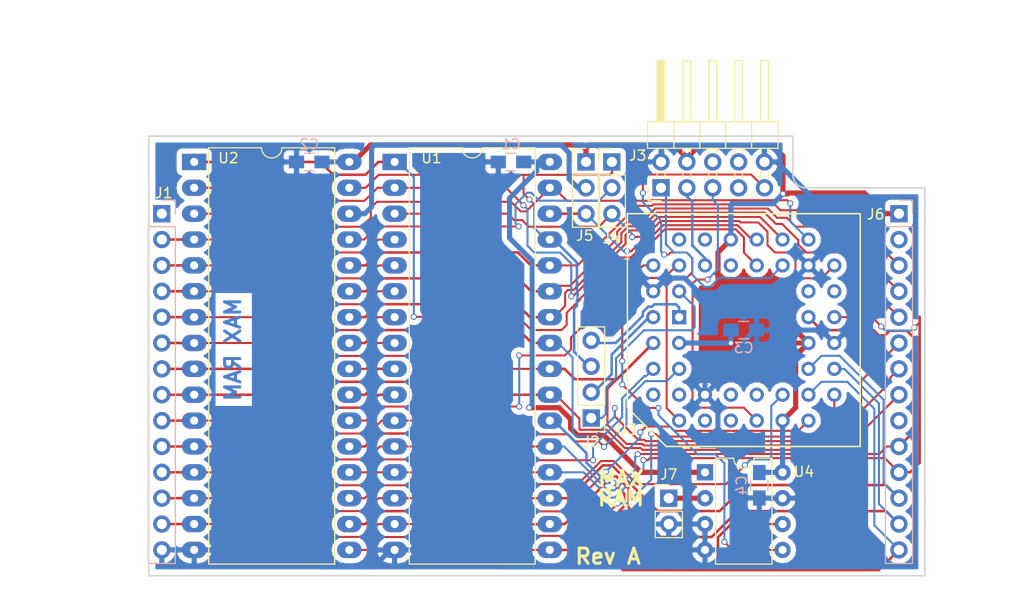
<source format=kicad_pcb>
(kicad_pcb (version 4) (host pcbnew 4.0.6)

  (general
    (links 112)
    (no_connects 2)
    (area 96.619287 86.2 199.290715 147.480001)
    (thickness 1.6)
    (drawings 21)
    (tracks 787)
    (zones 0)
    (modules 15)
    (nets 63)
  )

  (page A4)
  (layers
    (0 F.Cu signal)
    (31 B.Cu signal)
    (32 B.Adhes user)
    (33 F.Adhes user)
    (34 B.Paste user)
    (35 F.Paste user)
    (36 B.SilkS user)
    (37 F.SilkS user)
    (38 B.Mask user)
    (39 F.Mask user)
    (40 Dwgs.User user)
    (41 Cmts.User user)
    (42 Eco1.User user)
    (43 Eco2.User user)
    (44 Edge.Cuts user)
    (45 Margin user)
    (46 B.CrtYd user)
    (47 F.CrtYd user)
    (48 B.Fab user)
    (49 F.Fab user)
  )

  (setup
    (last_trace_width 0.2032)
    (trace_clearance 0.2032)
    (zone_clearance 0.508)
    (zone_45_only no)
    (trace_min 0.2032)
    (segment_width 0.2)
    (edge_width 0.15)
    (via_size 0.6)
    (via_drill 0.4)
    (via_min_size 0.4)
    (via_min_drill 0.3)
    (uvia_size 0.3)
    (uvia_drill 0.1)
    (uvias_allowed no)
    (uvia_min_size 0.2)
    (uvia_min_drill 0.1)
    (pcb_text_width 0.3)
    (pcb_text_size 1.5 1.5)
    (mod_edge_width 0.15)
    (mod_text_size 1 1)
    (mod_text_width 0.15)
    (pad_size 1.6 1.6)
    (pad_drill 0.8)
    (pad_to_mask_clearance 0.2)
    (aux_axis_origin 0 0)
    (visible_elements 7FFFEFFF)
    (pcbplotparams
      (layerselection 0x010e0_80000001)
      (usegerberextensions false)
      (excludeedgelayer true)
      (linewidth 0.100000)
      (plotframeref false)
      (viasonmask false)
      (mode 1)
      (useauxorigin false)
      (hpglpennumber 1)
      (hpglpenspeed 20)
      (hpglpendiameter 15)
      (hpglpenoverlay 2)
      (psnegative false)
      (psa4output false)
      (plotreference true)
      (plotvalue false)
      (plotinvisibletext false)
      (padsonsilk false)
      (subtractmaskfromsilk false)
      (outputformat 1)
      (mirror false)
      (drillshape 0)
      (scaleselection 1)
      (outputdirectory Gerber/))
  )

  (net 0 "")
  (net 1 +5V)
  (net 2 "Net-(J1-Pad1)")
  (net 3 /A12)
  (net 4 /A7)
  (net 5 /A6)
  (net 6 /A5)
  (net 7 /A4)
  (net 8 /A3)
  (net 9 /A2)
  (net 10 /A1)
  (net 11 /A0)
  (net 12 /D0)
  (net 13 /D1)
  (net 14 /D2)
  (net 15 /CLK)
  (net 16 /Romsel)
  (net 17 /We)
  (net 18 /CsIn)
  (net 19 /TCK)
  (net 20 /TDO)
  (net 21 /TMS)
  (net 22 "Net-(J3-Pad6)")
  (net 23 "Net-(J3-Pad7)")
  (net 24 "Net-(J3-Pad8)")
  (net 25 /TDI)
  (net 26 /S18)
  (net 27 /S17)
  (net 28 "Net-(J6-Pad2)")
  (net 29 /A13)
  (net 30 /A8)
  (net 31 /A9)
  (net 32 /A11)
  (net 33 /A10)
  (net 34 "Net-(J6-Pad9)")
  (net 35 /D7)
  (net 36 /D6)
  (net 37 /D5)
  (net 38 /D4)
  (net 39 /D3)
  (net 40 /S16)
  (net 41 /S14)
  (net 42 "Net-(U1-Pad22)")
  (net 43 /S15)
  (net 44 GND)
  (net 45 "Net-(U3-Pad6)")
  (net 46 "Net-(U3-Pad8)")
  (net 47 "Net-(U3-Pad9)")
  (net 48 "Net-(U3-Pad11)")
  (net 49 "Net-(U3-Pad12)")
  (net 50 "Net-(U3-Pad14)")
  (net 51 "Net-(U3-Pad26)")
  (net 52 "Net-(U3-Pad27)")
  (net 53 "Net-(U3-Pad36)")
  (net 54 "Net-(U3-Pad37)")
  (net 55 "Net-(U3-Pad39)")
  (net 56 "Net-(U3-Pad41)")
  (net 57 "Net-(J4-Pad2)")
  (net 58 /PIN30)
  (net 59 /FLASH_CE)
  (net 60 /nOE)
  (net 61 /VBAT)
  (net 62 /BAT)

  (net_class Default "This is the default net class."
    (clearance 0.2032)
    (trace_width 0.2032)
    (via_dia 0.6)
    (via_drill 0.4)
    (uvia_dia 0.3)
    (uvia_drill 0.1)
    (add_net /A0)
    (add_net /A1)
    (add_net /A10)
    (add_net /A11)
    (add_net /A12)
    (add_net /A13)
    (add_net /A2)
    (add_net /A3)
    (add_net /A4)
    (add_net /A5)
    (add_net /A6)
    (add_net /A7)
    (add_net /A8)
    (add_net /A9)
    (add_net /CLK)
    (add_net /CsIn)
    (add_net /D0)
    (add_net /D1)
    (add_net /D2)
    (add_net /D3)
    (add_net /D4)
    (add_net /D5)
    (add_net /D6)
    (add_net /D7)
    (add_net /FLASH_CE)
    (add_net /Romsel)
    (add_net /S14)
    (add_net /S15)
    (add_net /S16)
    (add_net /S17)
    (add_net /S18)
    (add_net /TCK)
    (add_net /TDI)
    (add_net /TDO)
    (add_net /TMS)
    (add_net /We)
    (add_net /nOE)
    (add_net "Net-(J1-Pad1)")
    (add_net "Net-(J3-Pad6)")
    (add_net "Net-(J3-Pad7)")
    (add_net "Net-(J3-Pad8)")
    (add_net "Net-(J4-Pad2)")
    (add_net "Net-(J6-Pad2)")
    (add_net "Net-(J6-Pad9)")
    (add_net "Net-(U1-Pad22)")
    (add_net "Net-(U3-Pad11)")
    (add_net "Net-(U3-Pad12)")
    (add_net "Net-(U3-Pad14)")
    (add_net "Net-(U3-Pad26)")
    (add_net "Net-(U3-Pad27)")
    (add_net "Net-(U3-Pad36)")
    (add_net "Net-(U3-Pad37)")
    (add_net "Net-(U3-Pad39)")
    (add_net "Net-(U3-Pad41)")
    (add_net "Net-(U3-Pad6)")
    (add_net "Net-(U3-Pad8)")
    (add_net "Net-(U3-Pad9)")
  )

  (net_class Power ""
    (clearance 0.2032)
    (trace_width 0.508)
    (via_dia 0.6)
    (via_drill 0.4)
    (uvia_dia 0.3)
    (uvia_drill 0.1)
    (add_net +5V)
    (add_net /BAT)
    (add_net /PIN30)
    (add_net /VBAT)
    (add_net GND)
  )

  (module Sockets:PLCC44 locked (layer F.Cu) (tedit 0) (tstamp 58F3EF53)
    (at 168.91 118.11)
    (descr "Support Plcc 44 pins, pads ronds")
    (tags PLCC)
    (path /58E55029)
    (fp_text reference U3 (at -11.4935 9.779 180) (layer F.SilkS)
      (effects (font (size 1 1) (thickness 0.15)))
    )
    (fp_text value ATF1502PLCC44 (at -2.54 0 90) (layer F.Fab)
      (effects (font (size 1 1) (thickness 0.15)))
    )
    (fp_line (start -11.43 7.62) (end -7.62 11.43) (layer F.SilkS) (width 0.15))
    (fp_line (start -7.62 11.43) (end 11.43 11.43) (layer F.SilkS) (width 0.15))
    (fp_line (start 11.43 11.43) (end 11.43 -11.43) (layer F.SilkS) (width 0.15))
    (fp_line (start 11.43 -11.43) (end -11.43 -11.43) (layer F.SilkS) (width 0.15))
    (fp_line (start -11.43 -11.43) (end -11.43 7.62) (layer F.SilkS) (width 0.15))
    (pad 1 thru_hole rect (at -6.35 -1.27) (size 1.397 1.397) (drill 0.8128) (layers *.Cu *.Mask)
      (net 18 /CsIn))
    (pad 2 thru_hole circle (at -8.89 1.27) (size 1.397 1.397) (drill 0.8128) (layers *.Cu *.Mask)
      (net 60 /nOE))
    (pad 3 thru_hole circle (at -6.35 1.27) (size 1.397 1.397) (drill 0.8128) (layers *.Cu *.Mask)
      (net 1 +5V))
    (pad 4 thru_hole circle (at -8.89 3.81) (size 1.397 1.397) (drill 0.8128) (layers *.Cu *.Mask)
      (net 11 /A0))
    (pad 5 thru_hole circle (at -6.35 3.81) (size 1.397 1.397) (drill 0.8128) (layers *.Cu *.Mask)
      (net 10 /A1))
    (pad 6 thru_hole circle (at -8.89 6.35) (size 1.397 1.397) (drill 0.8128) (layers *.Cu *.Mask)
      (net 45 "Net-(U3-Pad6)"))
    (pad 7 thru_hole circle (at -6.35 8.89) (size 1.397 1.397) (drill 0.8128) (layers *.Cu *.Mask)
      (net 25 /TDI))
    (pad 8 thru_hole circle (at -6.35 6.35) (size 1.397 1.397) (drill 0.8128) (layers *.Cu *.Mask)
      (net 46 "Net-(U3-Pad8)"))
    (pad 9 thru_hole circle (at -3.81 8.89) (size 1.397 1.397) (drill 0.8128) (layers *.Cu *.Mask)
      (net 47 "Net-(U3-Pad9)"))
    (pad 10 thru_hole circle (at -3.81 6.35) (size 1.397 1.397) (drill 0.8128) (layers *.Cu *.Mask)
      (net 44 GND))
    (pad 11 thru_hole circle (at -1.27 8.89) (size 1.397 1.397) (drill 0.8128) (layers *.Cu *.Mask)
      (net 48 "Net-(U3-Pad11)"))
    (pad 12 thru_hole circle (at -1.27 6.35) (size 1.397 1.397) (drill 0.8128) (layers *.Cu *.Mask)
      (net 49 "Net-(U3-Pad12)"))
    (pad 13 thru_hole circle (at 1.27 8.89) (size 1.397 1.397) (drill 0.8128) (layers *.Cu *.Mask)
      (net 21 /TMS))
    (pad 14 thru_hole circle (at 1.27 6.35) (size 1.397 1.397) (drill 0.8128) (layers *.Cu *.Mask)
      (net 50 "Net-(U3-Pad14)"))
    (pad 15 thru_hole circle (at 3.81 8.89) (size 1.397 1.397) (drill 0.8128) (layers *.Cu *.Mask)
      (net 1 +5V))
    (pad 16 thru_hole circle (at 3.81 6.35) (size 1.397 1.397) (drill 0.8128) (layers *.Cu *.Mask)
      (net 12 /D0))
    (pad 17 thru_hole circle (at 6.35 8.89) (size 1.397 1.397) (drill 0.8128) (layers *.Cu *.Mask)
      (net 13 /D1))
    (pad 18 thru_hole circle (at 8.89 6.35) (size 1.397 1.397) (drill 0.8128) (layers *.Cu *.Mask)
      (net 14 /D2))
    (pad 19 thru_hole circle (at 6.35 6.35) (size 1.397 1.397) (drill 0.8128) (layers *.Cu *.Mask)
      (net 39 /D3))
    (pad 20 thru_hole circle (at 8.89 3.81) (size 1.397 1.397) (drill 0.8128) (layers *.Cu *.Mask)
      (net 38 /D4))
    (pad 21 thru_hole circle (at 6.35 3.81) (size 1.397 1.397) (drill 0.8128) (layers *.Cu *.Mask)
      (net 37 /D5))
    (pad 22 thru_hole circle (at 8.89 1.27) (size 1.397 1.397) (drill 0.8128) (layers *.Cu *.Mask)
      (net 44 GND))
    (pad 23 thru_hole circle (at 6.35 1.27) (size 1.397 1.397) (drill 0.8128) (layers *.Cu *.Mask)
      (net 1 +5V))
    (pad 24 thru_hole circle (at 8.89 -1.27) (size 1.397 1.397) (drill 0.8128) (layers *.Cu *.Mask)
      (net 36 /D6))
    (pad 25 thru_hole circle (at 6.35 -1.27) (size 1.397 1.397) (drill 0.8128) (layers *.Cu *.Mask)
      (net 35 /D7))
    (pad 26 thru_hole circle (at 8.89 -3.81) (size 1.397 1.397) (drill 0.8128) (layers *.Cu *.Mask)
      (net 51 "Net-(U3-Pad26)"))
    (pad 27 thru_hole circle (at 6.35 -3.81) (size 1.397 1.397) (drill 0.8128) (layers *.Cu *.Mask)
      (net 52 "Net-(U3-Pad27)"))
    (pad 28 thru_hole circle (at 8.89 -6.35) (size 1.397 1.397) (drill 0.8128) (layers *.Cu *.Mask)
      (net 41 /S14))
    (pad 29 thru_hole circle (at 6.35 -8.89) (size 1.397 1.397) (drill 0.8128) (layers *.Cu *.Mask)
      (net 43 /S15))
    (pad 30 thru_hole circle (at 6.35 -6.35) (size 1.397 1.397) (drill 0.8128) (layers *.Cu *.Mask)
      (net 44 GND))
    (pad 31 thru_hole circle (at 3.81 -8.89) (size 1.397 1.397) (drill 0.8128) (layers *.Cu *.Mask)
      (net 40 /S16))
    (pad 32 thru_hole circle (at 3.81 -6.35) (size 1.397 1.397) (drill 0.8128) (layers *.Cu *.Mask)
      (net 19 /TCK))
    (pad 33 thru_hole circle (at 1.27 -8.89) (size 1.397 1.397) (drill 0.8128) (layers *.Cu *.Mask)
      (net 27 /S17))
    (pad 34 thru_hole circle (at 1.27 -6.35) (size 1.397 1.397) (drill 0.8128) (layers *.Cu *.Mask)
      (net 26 /S18))
    (pad 35 thru_hole circle (at -1.27 -8.89) (size 1.397 1.397) (drill 0.8128) (layers *.Cu *.Mask)
      (net 1 +5V))
    (pad 36 thru_hole circle (at -1.27 -6.35) (size 1.397 1.397) (drill 0.8128) (layers *.Cu *.Mask)
      (net 53 "Net-(U3-Pad36)"))
    (pad 37 thru_hole circle (at -3.81 -8.89) (size 1.397 1.397) (drill 0.8128) (layers *.Cu *.Mask)
      (net 54 "Net-(U3-Pad37)"))
    (pad 38 thru_hole circle (at -3.81 -6.35) (size 1.397 1.397) (drill 0.8128) (layers *.Cu *.Mask)
      (net 20 /TDO))
    (pad 39 thru_hole circle (at -6.35 -8.89) (size 1.397 1.397) (drill 0.8128) (layers *.Cu *.Mask)
      (net 55 "Net-(U3-Pad39)"))
    (pad 40 thru_hole circle (at -8.89 -6.35) (size 1.397 1.397) (drill 0.8128) (layers *.Cu *.Mask)
      (net 59 /FLASH_CE))
    (pad 41 thru_hole circle (at -6.35 -6.35) (size 1.397 1.397) (drill 0.8128) (layers *.Cu *.Mask)
      (net 56 "Net-(U3-Pad41)"))
    (pad 42 thru_hole circle (at -8.89 -3.81) (size 1.397 1.397) (drill 0.8128) (layers *.Cu *.Mask)
      (net 44 GND))
    (pad 43 thru_hole circle (at -6.35 -3.81) (size 1.397 1.397) (drill 0.8128) (layers *.Cu *.Mask)
      (net 15 /CLK))
    (pad 44 thru_hole circle (at -8.89 -1.27) (size 1.397 1.397) (drill 0.8128) (layers *.Cu *.Mask)
      (net 16 /Romsel))
  )

  (module Housings_DIP:DIP-32_W15.24mm_LongPads (layer F.Cu) (tedit 58CC8E2F) (tstamp 58F3FAA7)
    (at 134.62 101.6)
    (descr "32-lead dip package, row spacing 15.24 mm (600 mils), LongPads")
    (tags "DIL DIP PDIP 2.54mm 15.24mm 600mil LongPads")
    (path /58E548CE)
    (fp_text reference U1 (at 3.6195 -0.381) (layer F.SilkS)
      (effects (font (size 1 1) (thickness 0.15)))
    )
    (fp_text value AS6C4008-55SIN (at 6.35 41.656) (layer F.Fab)
      (effects (font (size 1 1) (thickness 0.15)))
    )
    (fp_text user %R (at 7.62 19.05) (layer F.Fab)
      (effects (font (size 1 1) (thickness 0.15)))
    )
    (fp_line (start 1.255 -1.27) (end 14.985 -1.27) (layer F.Fab) (width 0.1))
    (fp_line (start 14.985 -1.27) (end 14.985 39.37) (layer F.Fab) (width 0.1))
    (fp_line (start 14.985 39.37) (end 0.255 39.37) (layer F.Fab) (width 0.1))
    (fp_line (start 0.255 39.37) (end 0.255 -0.27) (layer F.Fab) (width 0.1))
    (fp_line (start 0.255 -0.27) (end 1.255 -1.27) (layer F.Fab) (width 0.1))
    (fp_line (start 6.62 -1.39) (end 1.44 -1.39) (layer F.SilkS) (width 0.12))
    (fp_line (start 1.44 -1.39) (end 1.44 39.49) (layer F.SilkS) (width 0.12))
    (fp_line (start 1.44 39.49) (end 13.8 39.49) (layer F.SilkS) (width 0.12))
    (fp_line (start 13.8 39.49) (end 13.8 -1.39) (layer F.SilkS) (width 0.12))
    (fp_line (start 13.8 -1.39) (end 8.62 -1.39) (layer F.SilkS) (width 0.12))
    (fp_line (start -1.5 -1.6) (end -1.5 39.7) (layer F.CrtYd) (width 0.05))
    (fp_line (start -1.5 39.7) (end 16.7 39.7) (layer F.CrtYd) (width 0.05))
    (fp_line (start 16.7 39.7) (end 16.7 -1.6) (layer F.CrtYd) (width 0.05))
    (fp_line (start 16.7 -1.6) (end -1.5 -1.6) (layer F.CrtYd) (width 0.05))
    (fp_arc (start 7.62 -1.39) (end 6.62 -1.39) (angle -180) (layer F.SilkS) (width 0.12))
    (pad 1 thru_hole rect (at 0 0) (size 2.4 1.6) (drill 0.8) (layers *.Cu *.Mask)
      (net 26 /S18))
    (pad 17 thru_hole oval (at 15.24 38.1) (size 2.4 1.6) (drill 0.8) (layers *.Cu *.Mask)
      (net 39 /D3))
    (pad 2 thru_hole oval (at 0 2.54) (size 2.4 1.6) (drill 0.8) (layers *.Cu *.Mask)
      (net 40 /S16))
    (pad 18 thru_hole oval (at 15.24 35.56) (size 2.4 1.6) (drill 0.8) (layers *.Cu *.Mask)
      (net 38 /D4))
    (pad 3 thru_hole oval (at 0 5.08) (size 2.4 1.6) (drill 0.8) (layers *.Cu *.Mask)
      (net 41 /S14))
    (pad 19 thru_hole oval (at 15.24 33.02) (size 2.4 1.6) (drill 0.8) (layers *.Cu *.Mask)
      (net 37 /D5))
    (pad 4 thru_hole oval (at 0 7.62) (size 2.4 1.6) (drill 0.8) (layers *.Cu *.Mask)
      (net 3 /A12))
    (pad 20 thru_hole oval (at 15.24 30.48) (size 2.4 1.6) (drill 0.8) (layers *.Cu *.Mask)
      (net 36 /D6))
    (pad 5 thru_hole oval (at 0 10.16) (size 2.4 1.6) (drill 0.8) (layers *.Cu *.Mask)
      (net 4 /A7))
    (pad 21 thru_hole oval (at 15.24 27.94) (size 2.4 1.6) (drill 0.8) (layers *.Cu *.Mask)
      (net 35 /D7))
    (pad 6 thru_hole oval (at 0 12.7) (size 2.4 1.6) (drill 0.8) (layers *.Cu *.Mask)
      (net 5 /A6))
    (pad 22 thru_hole oval (at 15.24 25.4) (size 2.4 1.6) (drill 0.8) (layers *.Cu *.Mask)
      (net 42 "Net-(U1-Pad22)"))
    (pad 7 thru_hole oval (at 0 15.24) (size 2.4 1.6) (drill 0.8) (layers *.Cu *.Mask)
      (net 6 /A5))
    (pad 23 thru_hole oval (at 15.24 22.86) (size 2.4 1.6) (drill 0.8) (layers *.Cu *.Mask)
      (net 33 /A10))
    (pad 8 thru_hole oval (at 0 17.78) (size 2.4 1.6) (drill 0.8) (layers *.Cu *.Mask)
      (net 7 /A4))
    (pad 24 thru_hole oval (at 15.24 20.32) (size 2.4 1.6) (drill 0.8) (layers *.Cu *.Mask)
      (net 60 /nOE))
    (pad 9 thru_hole oval (at 0 20.32) (size 2.4 1.6) (drill 0.8) (layers *.Cu *.Mask)
      (net 8 /A3))
    (pad 25 thru_hole oval (at 15.24 17.78) (size 2.4 1.6) (drill 0.8) (layers *.Cu *.Mask)
      (net 32 /A11))
    (pad 10 thru_hole oval (at 0 22.86) (size 2.4 1.6) (drill 0.8) (layers *.Cu *.Mask)
      (net 9 /A2))
    (pad 26 thru_hole oval (at 15.24 15.24) (size 2.4 1.6) (drill 0.8) (layers *.Cu *.Mask)
      (net 31 /A9))
    (pad 11 thru_hole oval (at 0 25.4) (size 2.4 1.6) (drill 0.8) (layers *.Cu *.Mask)
      (net 10 /A1))
    (pad 27 thru_hole oval (at 15.24 12.7) (size 2.4 1.6) (drill 0.8) (layers *.Cu *.Mask)
      (net 30 /A8))
    (pad 12 thru_hole oval (at 0 27.94) (size 2.4 1.6) (drill 0.8) (layers *.Cu *.Mask)
      (net 11 /A0))
    (pad 28 thru_hole oval (at 15.24 10.16) (size 2.4 1.6) (drill 0.8) (layers *.Cu *.Mask)
      (net 29 /A13))
    (pad 13 thru_hole oval (at 0 30.48) (size 2.4 1.6) (drill 0.8) (layers *.Cu *.Mask)
      (net 12 /D0))
    (pad 29 thru_hole oval (at 15.24 7.62) (size 2.4 1.6) (drill 0.8) (layers *.Cu *.Mask)
      (net 17 /We))
    (pad 14 thru_hole oval (at 0 33.02) (size 2.4 1.6) (drill 0.8) (layers *.Cu *.Mask)
      (net 13 /D1))
    (pad 30 thru_hole oval (at 15.24 5.08) (size 2.4 1.6) (drill 0.8) (layers *.Cu *.Mask)
      (net 27 /S17))
    (pad 15 thru_hole oval (at 0 35.56) (size 2.4 1.6) (drill 0.8) (layers *.Cu *.Mask)
      (net 14 /D2))
    (pad 31 thru_hole oval (at 15.24 2.54) (size 2.4 1.6) (drill 0.8) (layers *.Cu *.Mask)
      (net 43 /S15))
    (pad 16 thru_hole oval (at 0 38.1) (size 2.4 1.6) (drill 0.8) (layers *.Cu *.Mask)
      (net 44 GND))
    (pad 32 thru_hole oval (at 15.24 0) (size 2.4 1.6) (drill 0.8) (layers *.Cu *.Mask)
      (net 61 /VBAT))
    (model Housings_DIP.3dshapes/DIP-32_W15.24mm_LongPads.wrl
      (at (xyz 0 0 0))
      (scale (xyz 1 1 1))
      (rotate (xyz 0 0 0))
    )
  )

  (module Housings_DIP:DIP-8_W7.62mm (layer F.Cu) (tedit 58CC8E33) (tstamp 58F4EE4E)
    (at 165.1 132.08)
    (descr "8-lead dip package, row spacing 7.62 mm (300 mils)")
    (tags "DIL DIP PDIP 2.54mm 7.62mm 300mil")
    (path /58F4ECA4)
    (fp_text reference U4 (at 9.7155 -0.0635) (layer F.SilkS)
      (effects (font (size 1 1) (thickness 0.15)))
    )
    (fp_text value DS1210 (at 3.7465 11.43) (layer F.Fab)
      (effects (font (size 1 1) (thickness 0.15)))
    )
    (fp_text user %R (at 3.81 3.81) (layer F.Fab)
      (effects (font (size 1 1) (thickness 0.15)))
    )
    (fp_line (start 1.635 -1.27) (end 6.985 -1.27) (layer F.Fab) (width 0.1))
    (fp_line (start 6.985 -1.27) (end 6.985 8.89) (layer F.Fab) (width 0.1))
    (fp_line (start 6.985 8.89) (end 0.635 8.89) (layer F.Fab) (width 0.1))
    (fp_line (start 0.635 8.89) (end 0.635 -0.27) (layer F.Fab) (width 0.1))
    (fp_line (start 0.635 -0.27) (end 1.635 -1.27) (layer F.Fab) (width 0.1))
    (fp_line (start 2.81 -1.39) (end 1.04 -1.39) (layer F.SilkS) (width 0.12))
    (fp_line (start 1.04 -1.39) (end 1.04 9.01) (layer F.SilkS) (width 0.12))
    (fp_line (start 1.04 9.01) (end 6.58 9.01) (layer F.SilkS) (width 0.12))
    (fp_line (start 6.58 9.01) (end 6.58 -1.39) (layer F.SilkS) (width 0.12))
    (fp_line (start 6.58 -1.39) (end 4.81 -1.39) (layer F.SilkS) (width 0.12))
    (fp_line (start -1.1 -1.6) (end -1.1 9.2) (layer F.CrtYd) (width 0.05))
    (fp_line (start -1.1 9.2) (end 8.7 9.2) (layer F.CrtYd) (width 0.05))
    (fp_line (start 8.7 9.2) (end 8.7 -1.6) (layer F.CrtYd) (width 0.05))
    (fp_line (start 8.7 -1.6) (end -1.1 -1.6) (layer F.CrtYd) (width 0.05))
    (fp_arc (start 3.81 -1.39) (end 2.81 -1.39) (angle -180) (layer F.SilkS) (width 0.12))
    (pad 1 thru_hole rect (at 0 0) (size 1.6 1.6) (drill 0.8) (layers *.Cu *.Mask)
      (net 61 /VBAT))
    (pad 5 thru_hole oval (at 7.62 7.62) (size 1.6 1.6) (drill 0.8) (layers *.Cu *.Mask)
      (net 56 "Net-(U3-Pad41)"))
    (pad 2 thru_hole oval (at 0 2.54) (size 1.6 1.6) (drill 0.8) (layers *.Cu *.Mask)
      (net 62 /BAT))
    (pad 6 thru_hole oval (at 7.62 5.08) (size 1.6 1.6) (drill 0.8) (layers *.Cu *.Mask)
      (net 42 "Net-(U1-Pad22)"))
    (pad 3 thru_hole oval (at 0 5.08) (size 1.6 1.6) (drill 0.8) (layers *.Cu *.Mask)
      (net 44 GND))
    (pad 7 thru_hole oval (at 7.62 2.54) (size 1.6 1.6) (drill 0.8) (layers *.Cu *.Mask)
      (net 44 GND))
    (pad 4 thru_hole oval (at 0 7.62) (size 1.6 1.6) (drill 0.8) (layers *.Cu *.Mask)
      (net 44 GND))
    (pad 8 thru_hole oval (at 7.62 0) (size 1.6 1.6) (drill 0.8) (layers *.Cu *.Mask)
      (net 1 +5V))
    (model Housings_DIP.3dshapes/DIP-8_W7.62mm.wrl
      (at (xyz 0 0 0))
      (scale (xyz 1 1 1))
      (rotate (xyz 0 0 0))
    )
  )

  (module Housings_DIP:DIP-32_W15.24mm_LongPads (layer F.Cu) (tedit 58CC8E2F) (tstamp 58F3FADA)
    (at 114.935 101.6)
    (descr "32-lead dip package, row spacing 15.24 mm (600 mils), LongPads")
    (tags "DIL DIP PDIP 2.54mm 15.24mm 600mil LongPads")
    (path /58E546ED)
    (fp_text reference U2 (at 3.3655 -0.381) (layer F.SilkS)
      (effects (font (size 1 1) (thickness 0.15)))
    )
    (fp_text value SST39SF040 (at 7.62 41.656) (layer F.Fab)
      (effects (font (size 1 1) (thickness 0.15)))
    )
    (fp_text user %R (at 7.62 19.05) (layer F.Fab)
      (effects (font (size 1 1) (thickness 0.15)))
    )
    (fp_line (start 1.255 -1.27) (end 14.985 -1.27) (layer F.Fab) (width 0.1))
    (fp_line (start 14.985 -1.27) (end 14.985 39.37) (layer F.Fab) (width 0.1))
    (fp_line (start 14.985 39.37) (end 0.255 39.37) (layer F.Fab) (width 0.1))
    (fp_line (start 0.255 39.37) (end 0.255 -0.27) (layer F.Fab) (width 0.1))
    (fp_line (start 0.255 -0.27) (end 1.255 -1.27) (layer F.Fab) (width 0.1))
    (fp_line (start 6.62 -1.39) (end 1.44 -1.39) (layer F.SilkS) (width 0.12))
    (fp_line (start 1.44 -1.39) (end 1.44 39.49) (layer F.SilkS) (width 0.12))
    (fp_line (start 1.44 39.49) (end 13.8 39.49) (layer F.SilkS) (width 0.12))
    (fp_line (start 13.8 39.49) (end 13.8 -1.39) (layer F.SilkS) (width 0.12))
    (fp_line (start 13.8 -1.39) (end 8.62 -1.39) (layer F.SilkS) (width 0.12))
    (fp_line (start -1.5 -1.6) (end -1.5 39.7) (layer F.CrtYd) (width 0.05))
    (fp_line (start -1.5 39.7) (end 16.7 39.7) (layer F.CrtYd) (width 0.05))
    (fp_line (start 16.7 39.7) (end 16.7 -1.6) (layer F.CrtYd) (width 0.05))
    (fp_line (start 16.7 -1.6) (end -1.5 -1.6) (layer F.CrtYd) (width 0.05))
    (fp_arc (start 7.62 -1.39) (end 6.62 -1.39) (angle -180) (layer F.SilkS) (width 0.12))
    (pad 1 thru_hole rect (at 0 0) (size 2.4 1.6) (drill 0.8) (layers *.Cu *.Mask)
      (net 26 /S18))
    (pad 17 thru_hole oval (at 15.24 38.1) (size 2.4 1.6) (drill 0.8) (layers *.Cu *.Mask)
      (net 39 /D3))
    (pad 2 thru_hole oval (at 0 2.54) (size 2.4 1.6) (drill 0.8) (layers *.Cu *.Mask)
      (net 40 /S16))
    (pad 18 thru_hole oval (at 15.24 35.56) (size 2.4 1.6) (drill 0.8) (layers *.Cu *.Mask)
      (net 38 /D4))
    (pad 3 thru_hole oval (at 0 5.08) (size 2.4 1.6) (drill 0.8) (layers *.Cu *.Mask)
      (net 43 /S15))
    (pad 19 thru_hole oval (at 15.24 33.02) (size 2.4 1.6) (drill 0.8) (layers *.Cu *.Mask)
      (net 37 /D5))
    (pad 4 thru_hole oval (at 0 7.62) (size 2.4 1.6) (drill 0.8) (layers *.Cu *.Mask)
      (net 3 /A12))
    (pad 20 thru_hole oval (at 15.24 30.48) (size 2.4 1.6) (drill 0.8) (layers *.Cu *.Mask)
      (net 36 /D6))
    (pad 5 thru_hole oval (at 0 10.16) (size 2.4 1.6) (drill 0.8) (layers *.Cu *.Mask)
      (net 4 /A7))
    (pad 21 thru_hole oval (at 15.24 27.94) (size 2.4 1.6) (drill 0.8) (layers *.Cu *.Mask)
      (net 35 /D7))
    (pad 6 thru_hole oval (at 0 12.7) (size 2.4 1.6) (drill 0.8) (layers *.Cu *.Mask)
      (net 5 /A6))
    (pad 22 thru_hole oval (at 15.24 25.4) (size 2.4 1.6) (drill 0.8) (layers *.Cu *.Mask)
      (net 59 /FLASH_CE))
    (pad 7 thru_hole oval (at 0 15.24) (size 2.4 1.6) (drill 0.8) (layers *.Cu *.Mask)
      (net 6 /A5))
    (pad 23 thru_hole oval (at 15.24 22.86) (size 2.4 1.6) (drill 0.8) (layers *.Cu *.Mask)
      (net 33 /A10))
    (pad 8 thru_hole oval (at 0 17.78) (size 2.4 1.6) (drill 0.8) (layers *.Cu *.Mask)
      (net 7 /A4))
    (pad 24 thru_hole oval (at 15.24 20.32) (size 2.4 1.6) (drill 0.8) (layers *.Cu *.Mask)
      (net 60 /nOE))
    (pad 9 thru_hole oval (at 0 20.32) (size 2.4 1.6) (drill 0.8) (layers *.Cu *.Mask)
      (net 8 /A3))
    (pad 25 thru_hole oval (at 15.24 17.78) (size 2.4 1.6) (drill 0.8) (layers *.Cu *.Mask)
      (net 32 /A11))
    (pad 10 thru_hole oval (at 0 22.86) (size 2.4 1.6) (drill 0.8) (layers *.Cu *.Mask)
      (net 9 /A2))
    (pad 26 thru_hole oval (at 15.24 15.24) (size 2.4 1.6) (drill 0.8) (layers *.Cu *.Mask)
      (net 31 /A9))
    (pad 11 thru_hole oval (at 0 25.4) (size 2.4 1.6) (drill 0.8) (layers *.Cu *.Mask)
      (net 10 /A1))
    (pad 27 thru_hole oval (at 15.24 12.7) (size 2.4 1.6) (drill 0.8) (layers *.Cu *.Mask)
      (net 30 /A8))
    (pad 12 thru_hole oval (at 0 27.94) (size 2.4 1.6) (drill 0.8) (layers *.Cu *.Mask)
      (net 11 /A0))
    (pad 28 thru_hole oval (at 15.24 10.16) (size 2.4 1.6) (drill 0.8) (layers *.Cu *.Mask)
      (net 29 /A13))
    (pad 13 thru_hole oval (at 0 30.48) (size 2.4 1.6) (drill 0.8) (layers *.Cu *.Mask)
      (net 12 /D0))
    (pad 29 thru_hole oval (at 15.24 7.62) (size 2.4 1.6) (drill 0.8) (layers *.Cu *.Mask)
      (net 57 "Net-(J4-Pad2)"))
    (pad 14 thru_hole oval (at 0 33.02) (size 2.4 1.6) (drill 0.8) (layers *.Cu *.Mask)
      (net 13 /D1))
    (pad 30 thru_hole oval (at 15.24 5.08) (size 2.4 1.6) (drill 0.8) (layers *.Cu *.Mask)
      (net 58 /PIN30))
    (pad 15 thru_hole oval (at 0 35.56) (size 2.4 1.6) (drill 0.8) (layers *.Cu *.Mask)
      (net 14 /D2))
    (pad 31 thru_hole oval (at 15.24 2.54) (size 2.4 1.6) (drill 0.8) (layers *.Cu *.Mask)
      (net 17 /We))
    (pad 16 thru_hole oval (at 0 38.1) (size 2.4 1.6) (drill 0.8) (layers *.Cu *.Mask)
      (net 44 GND))
    (pad 32 thru_hole oval (at 15.24 0) (size 2.4 1.6) (drill 0.8) (layers *.Cu *.Mask)
      (net 1 +5V))
    (model Housings_DIP.3dshapes/DIP-32_W15.24mm_LongPads.wrl
      (at (xyz 0 0 0))
      (scale (xyz 1 1 1))
      (rotate (xyz 0 0 0))
    )
  )

  (module Pin_Headers:Pin_Header_Straight_1x14_Pitch2.54mm (layer B.Cu) (tedit 58CD4EC2) (tstamp 58F3EDCB)
    (at 111.76 106.68 180)
    (descr "Through hole straight pin header, 1x14, 2.54mm pitch, single row")
    (tags "Through hole pin header THT 1x14 2.54mm single row")
    (path /58E54DE1)
    (fp_text reference J1 (at -0.1905 2.032 180) (layer F.SilkS)
      (effects (font (size 1 1) (thickness 0.15)))
    )
    (fp_text value CONN_01X14 (at 0 -35.35 180) (layer B.Fab)
      (effects (font (size 1 1) (thickness 0.15)) (justify mirror))
    )
    (fp_line (start -1.27 1.27) (end -1.27 -34.29) (layer B.Fab) (width 0.1))
    (fp_line (start -1.27 -34.29) (end 1.27 -34.29) (layer B.Fab) (width 0.1))
    (fp_line (start 1.27 -34.29) (end 1.27 1.27) (layer B.Fab) (width 0.1))
    (fp_line (start 1.27 1.27) (end -1.27 1.27) (layer B.Fab) (width 0.1))
    (fp_line (start -1.33 -1.27) (end -1.33 -34.35) (layer B.SilkS) (width 0.12))
    (fp_line (start -1.33 -34.35) (end 1.33 -34.35) (layer B.SilkS) (width 0.12))
    (fp_line (start 1.33 -34.35) (end 1.33 -1.27) (layer B.SilkS) (width 0.12))
    (fp_line (start 1.33 -1.27) (end -1.33 -1.27) (layer B.SilkS) (width 0.12))
    (fp_line (start -1.33 0) (end -1.33 1.33) (layer B.SilkS) (width 0.12))
    (fp_line (start -1.33 1.33) (end 0 1.33) (layer B.SilkS) (width 0.12))
    (fp_line (start -1.8 1.8) (end -1.8 -34.8) (layer B.CrtYd) (width 0.05))
    (fp_line (start -1.8 -34.8) (end 1.8 -34.8) (layer B.CrtYd) (width 0.05))
    (fp_line (start 1.8 -34.8) (end 1.8 1.8) (layer B.CrtYd) (width 0.05))
    (fp_line (start 1.8 1.8) (end -1.8 1.8) (layer B.CrtYd) (width 0.05))
    (fp_text user %R (at 0 2.33 180) (layer B.Fab)
      (effects (font (size 1 1) (thickness 0.15)) (justify mirror))
    )
    (pad 1 thru_hole rect (at 0 0 180) (size 1.7 1.7) (drill 1) (layers *.Cu *.Mask)
      (net 2 "Net-(J1-Pad1)"))
    (pad 2 thru_hole oval (at 0 -2.54 180) (size 1.7 1.7) (drill 1) (layers *.Cu *.Mask)
      (net 3 /A12))
    (pad 3 thru_hole oval (at 0 -5.08 180) (size 1.7 1.7) (drill 1) (layers *.Cu *.Mask)
      (net 4 /A7))
    (pad 4 thru_hole oval (at 0 -7.62 180) (size 1.7 1.7) (drill 1) (layers *.Cu *.Mask)
      (net 5 /A6))
    (pad 5 thru_hole oval (at 0 -10.16 180) (size 1.7 1.7) (drill 1) (layers *.Cu *.Mask)
      (net 6 /A5))
    (pad 6 thru_hole oval (at 0 -12.7 180) (size 1.7 1.7) (drill 1) (layers *.Cu *.Mask)
      (net 7 /A4))
    (pad 7 thru_hole oval (at 0 -15.24 180) (size 1.7 1.7) (drill 1) (layers *.Cu *.Mask)
      (net 8 /A3))
    (pad 8 thru_hole oval (at 0 -17.78 180) (size 1.7 1.7) (drill 1) (layers *.Cu *.Mask)
      (net 9 /A2))
    (pad 9 thru_hole oval (at 0 -20.32 180) (size 1.7 1.7) (drill 1) (layers *.Cu *.Mask)
      (net 10 /A1))
    (pad 10 thru_hole oval (at 0 -22.86 180) (size 1.7 1.7) (drill 1) (layers *.Cu *.Mask)
      (net 11 /A0))
    (pad 11 thru_hole oval (at 0 -25.4 180) (size 1.7 1.7) (drill 1) (layers *.Cu *.Mask)
      (net 12 /D0))
    (pad 12 thru_hole oval (at 0 -27.94 180) (size 1.7 1.7) (drill 1) (layers *.Cu *.Mask)
      (net 13 /D1))
    (pad 13 thru_hole oval (at 0 -30.48 180) (size 1.7 1.7) (drill 1) (layers *.Cu *.Mask)
      (net 14 /D2))
    (pad 14 thru_hole oval (at 0 -33.02 180) (size 1.7 1.7) (drill 1) (layers *.Cu *.Mask)
      (net 44 GND))
    (model ${KISYS3DMOD}/Pin_Headers.3dshapes/Pin_Header_Straight_1x14_Pitch2.54mm.wrl
      (at (xyz 0 -0.65 0))
      (scale (xyz 1 1 1))
      (rotate (xyz 0 0 90))
    )
  )

  (module Pin_Headers:Pin_Header_Angled_2x05_Pitch2.54mm (layer F.Cu) (tedit 58CD4EC5) (tstamp 58F3EE61)
    (at 160.782 104.14 90)
    (descr "Through hole angled pin header, 2x05, 2.54mm pitch, 6mm pin length, double rows")
    (tags "Through hole angled pin header THT 2x05 2.54mm double row")
    (path /58E6805B)
    (fp_text reference J3 (at 3.175 -2.286 180) (layer F.SilkS)
      (effects (font (size 1 1) (thickness 0.15)))
    )
    (fp_text value CONN_02X05 (at 5.585 12.43 90) (layer F.Fab)
      (effects (font (size 1 1) (thickness 0.15)))
    )
    (fp_line (start 3.94 -1.27) (end 3.94 1.27) (layer F.Fab) (width 0.1))
    (fp_line (start 3.94 1.27) (end 6.44 1.27) (layer F.Fab) (width 0.1))
    (fp_line (start 6.44 1.27) (end 6.44 -1.27) (layer F.Fab) (width 0.1))
    (fp_line (start 6.44 -1.27) (end 3.94 -1.27) (layer F.Fab) (width 0.1))
    (fp_line (start 0 -0.32) (end 0 0.32) (layer F.Fab) (width 0.1))
    (fp_line (start 0 0.32) (end 12.44 0.32) (layer F.Fab) (width 0.1))
    (fp_line (start 12.44 0.32) (end 12.44 -0.32) (layer F.Fab) (width 0.1))
    (fp_line (start 12.44 -0.32) (end 0 -0.32) (layer F.Fab) (width 0.1))
    (fp_line (start 3.94 1.27) (end 3.94 3.81) (layer F.Fab) (width 0.1))
    (fp_line (start 3.94 3.81) (end 6.44 3.81) (layer F.Fab) (width 0.1))
    (fp_line (start 6.44 3.81) (end 6.44 1.27) (layer F.Fab) (width 0.1))
    (fp_line (start 6.44 1.27) (end 3.94 1.27) (layer F.Fab) (width 0.1))
    (fp_line (start 0 2.22) (end 0 2.86) (layer F.Fab) (width 0.1))
    (fp_line (start 0 2.86) (end 12.44 2.86) (layer F.Fab) (width 0.1))
    (fp_line (start 12.44 2.86) (end 12.44 2.22) (layer F.Fab) (width 0.1))
    (fp_line (start 12.44 2.22) (end 0 2.22) (layer F.Fab) (width 0.1))
    (fp_line (start 3.94 3.81) (end 3.94 6.35) (layer F.Fab) (width 0.1))
    (fp_line (start 3.94 6.35) (end 6.44 6.35) (layer F.Fab) (width 0.1))
    (fp_line (start 6.44 6.35) (end 6.44 3.81) (layer F.Fab) (width 0.1))
    (fp_line (start 6.44 3.81) (end 3.94 3.81) (layer F.Fab) (width 0.1))
    (fp_line (start 0 4.76) (end 0 5.4) (layer F.Fab) (width 0.1))
    (fp_line (start 0 5.4) (end 12.44 5.4) (layer F.Fab) (width 0.1))
    (fp_line (start 12.44 5.4) (end 12.44 4.76) (layer F.Fab) (width 0.1))
    (fp_line (start 12.44 4.76) (end 0 4.76) (layer F.Fab) (width 0.1))
    (fp_line (start 3.94 6.35) (end 3.94 8.89) (layer F.Fab) (width 0.1))
    (fp_line (start 3.94 8.89) (end 6.44 8.89) (layer F.Fab) (width 0.1))
    (fp_line (start 6.44 8.89) (end 6.44 6.35) (layer F.Fab) (width 0.1))
    (fp_line (start 6.44 6.35) (end 3.94 6.35) (layer F.Fab) (width 0.1))
    (fp_line (start 0 7.3) (end 0 7.94) (layer F.Fab) (width 0.1))
    (fp_line (start 0 7.94) (end 12.44 7.94) (layer F.Fab) (width 0.1))
    (fp_line (start 12.44 7.94) (end 12.44 7.3) (layer F.Fab) (width 0.1))
    (fp_line (start 12.44 7.3) (end 0 7.3) (layer F.Fab) (width 0.1))
    (fp_line (start 3.94 8.89) (end 3.94 11.43) (layer F.Fab) (width 0.1))
    (fp_line (start 3.94 11.43) (end 6.44 11.43) (layer F.Fab) (width 0.1))
    (fp_line (start 6.44 11.43) (end 6.44 8.89) (layer F.Fab) (width 0.1))
    (fp_line (start 6.44 8.89) (end 3.94 8.89) (layer F.Fab) (width 0.1))
    (fp_line (start 0 9.84) (end 0 10.48) (layer F.Fab) (width 0.1))
    (fp_line (start 0 10.48) (end 12.44 10.48) (layer F.Fab) (width 0.1))
    (fp_line (start 12.44 10.48) (end 12.44 9.84) (layer F.Fab) (width 0.1))
    (fp_line (start 12.44 9.84) (end 0 9.84) (layer F.Fab) (width 0.1))
    (fp_line (start 3.88 -1.33) (end 3.88 1.27) (layer F.SilkS) (width 0.12))
    (fp_line (start 3.88 1.27) (end 6.5 1.27) (layer F.SilkS) (width 0.12))
    (fp_line (start 6.5 1.27) (end 6.5 -1.33) (layer F.SilkS) (width 0.12))
    (fp_line (start 6.5 -1.33) (end 3.88 -1.33) (layer F.SilkS) (width 0.12))
    (fp_line (start 6.5 -0.38) (end 6.5 0.38) (layer F.SilkS) (width 0.12))
    (fp_line (start 6.5 0.38) (end 12.5 0.38) (layer F.SilkS) (width 0.12))
    (fp_line (start 12.5 0.38) (end 12.5 -0.38) (layer F.SilkS) (width 0.12))
    (fp_line (start 12.5 -0.38) (end 6.5 -0.38) (layer F.SilkS) (width 0.12))
    (fp_line (start 3.45 -0.38) (end 3.88 -0.38) (layer F.SilkS) (width 0.12))
    (fp_line (start 3.45 0.38) (end 3.88 0.38) (layer F.SilkS) (width 0.12))
    (fp_line (start 0.91 -0.38) (end 1.63 -0.38) (layer F.SilkS) (width 0.12))
    (fp_line (start 0.91 0.38) (end 1.63 0.38) (layer F.SilkS) (width 0.12))
    (fp_line (start 6.5 -0.26) (end 12.5 -0.26) (layer F.SilkS) (width 0.12))
    (fp_line (start 6.5 -0.14) (end 12.5 -0.14) (layer F.SilkS) (width 0.12))
    (fp_line (start 6.5 -0.02) (end 12.5 -0.02) (layer F.SilkS) (width 0.12))
    (fp_line (start 6.5 0.1) (end 12.5 0.1) (layer F.SilkS) (width 0.12))
    (fp_line (start 6.5 0.22) (end 12.5 0.22) (layer F.SilkS) (width 0.12))
    (fp_line (start 6.5 0.34) (end 12.5 0.34) (layer F.SilkS) (width 0.12))
    (fp_line (start 3.88 1.27) (end 3.88 3.81) (layer F.SilkS) (width 0.12))
    (fp_line (start 3.88 3.81) (end 6.5 3.81) (layer F.SilkS) (width 0.12))
    (fp_line (start 6.5 3.81) (end 6.5 1.27) (layer F.SilkS) (width 0.12))
    (fp_line (start 6.5 1.27) (end 3.88 1.27) (layer F.SilkS) (width 0.12))
    (fp_line (start 6.5 2.16) (end 6.5 2.92) (layer F.SilkS) (width 0.12))
    (fp_line (start 6.5 2.92) (end 12.5 2.92) (layer F.SilkS) (width 0.12))
    (fp_line (start 12.5 2.92) (end 12.5 2.16) (layer F.SilkS) (width 0.12))
    (fp_line (start 12.5 2.16) (end 6.5 2.16) (layer F.SilkS) (width 0.12))
    (fp_line (start 3.45 2.16) (end 3.88 2.16) (layer F.SilkS) (width 0.12))
    (fp_line (start 3.45 2.92) (end 3.88 2.92) (layer F.SilkS) (width 0.12))
    (fp_line (start 0.91 2.16) (end 1.63 2.16) (layer F.SilkS) (width 0.12))
    (fp_line (start 0.91 2.92) (end 1.63 2.92) (layer F.SilkS) (width 0.12))
    (fp_line (start 3.88 3.81) (end 3.88 6.35) (layer F.SilkS) (width 0.12))
    (fp_line (start 3.88 6.35) (end 6.5 6.35) (layer F.SilkS) (width 0.12))
    (fp_line (start 6.5 6.35) (end 6.5 3.81) (layer F.SilkS) (width 0.12))
    (fp_line (start 6.5 3.81) (end 3.88 3.81) (layer F.SilkS) (width 0.12))
    (fp_line (start 6.5 4.7) (end 6.5 5.46) (layer F.SilkS) (width 0.12))
    (fp_line (start 6.5 5.46) (end 12.5 5.46) (layer F.SilkS) (width 0.12))
    (fp_line (start 12.5 5.46) (end 12.5 4.7) (layer F.SilkS) (width 0.12))
    (fp_line (start 12.5 4.7) (end 6.5 4.7) (layer F.SilkS) (width 0.12))
    (fp_line (start 3.45 4.7) (end 3.88 4.7) (layer F.SilkS) (width 0.12))
    (fp_line (start 3.45 5.46) (end 3.88 5.46) (layer F.SilkS) (width 0.12))
    (fp_line (start 0.91 4.7) (end 1.63 4.7) (layer F.SilkS) (width 0.12))
    (fp_line (start 0.91 5.46) (end 1.63 5.46) (layer F.SilkS) (width 0.12))
    (fp_line (start 3.88 6.35) (end 3.88 8.89) (layer F.SilkS) (width 0.12))
    (fp_line (start 3.88 8.89) (end 6.5 8.89) (layer F.SilkS) (width 0.12))
    (fp_line (start 6.5 8.89) (end 6.5 6.35) (layer F.SilkS) (width 0.12))
    (fp_line (start 6.5 6.35) (end 3.88 6.35) (layer F.SilkS) (width 0.12))
    (fp_line (start 6.5 7.24) (end 6.5 8) (layer F.SilkS) (width 0.12))
    (fp_line (start 6.5 8) (end 12.5 8) (layer F.SilkS) (width 0.12))
    (fp_line (start 12.5 8) (end 12.5 7.24) (layer F.SilkS) (width 0.12))
    (fp_line (start 12.5 7.24) (end 6.5 7.24) (layer F.SilkS) (width 0.12))
    (fp_line (start 3.45 7.24) (end 3.88 7.24) (layer F.SilkS) (width 0.12))
    (fp_line (start 3.45 8) (end 3.88 8) (layer F.SilkS) (width 0.12))
    (fp_line (start 0.91 7.24) (end 1.63 7.24) (layer F.SilkS) (width 0.12))
    (fp_line (start 0.91 8) (end 1.63 8) (layer F.SilkS) (width 0.12))
    (fp_line (start 3.88 8.89) (end 3.88 11.49) (layer F.SilkS) (width 0.12))
    (fp_line (start 3.88 11.49) (end 6.5 11.49) (layer F.SilkS) (width 0.12))
    (fp_line (start 6.5 11.49) (end 6.5 8.89) (layer F.SilkS) (width 0.12))
    (fp_line (start 6.5 8.89) (end 3.88 8.89) (layer F.SilkS) (width 0.12))
    (fp_line (start 6.5 9.78) (end 6.5 10.54) (layer F.SilkS) (width 0.12))
    (fp_line (start 6.5 10.54) (end 12.5 10.54) (layer F.SilkS) (width 0.12))
    (fp_line (start 12.5 10.54) (end 12.5 9.78) (layer F.SilkS) (width 0.12))
    (fp_line (start 12.5 9.78) (end 6.5 9.78) (layer F.SilkS) (width 0.12))
    (fp_line (start 3.45 9.78) (end 3.88 9.78) (layer F.SilkS) (width 0.12))
    (fp_line (start 3.45 10.54) (end 3.88 10.54) (layer F.SilkS) (width 0.12))
    (fp_line (start 0.91 9.78) (end 1.63 9.78) (layer F.SilkS) (width 0.12))
    (fp_line (start 0.91 10.54) (end 1.63 10.54) (layer F.SilkS) (width 0.12))
    (fp_line (start -1.27 0) (end -1.27 -1.27) (layer F.SilkS) (width 0.12))
    (fp_line (start -1.27 -1.27) (end 0 -1.27) (layer F.SilkS) (width 0.12))
    (fp_line (start -1.8 -1.8) (end -1.8 11.95) (layer F.CrtYd) (width 0.05))
    (fp_line (start -1.8 11.95) (end 12.95 11.95) (layer F.CrtYd) (width 0.05))
    (fp_line (start 12.95 11.95) (end 12.95 -1.8) (layer F.CrtYd) (width 0.05))
    (fp_line (start 12.95 -1.8) (end -1.8 -1.8) (layer F.CrtYd) (width 0.05))
    (fp_text user %R (at 5.585 -2.27 90) (layer F.Fab)
      (effects (font (size 1 1) (thickness 0.15)))
    )
    (pad 1 thru_hole rect (at 0 0 90) (size 1.7 1.7) (drill 1) (layers *.Cu *.Mask)
      (net 19 /TCK))
    (pad 2 thru_hole oval (at 2.54 0 90) (size 1.7 1.7) (drill 1) (layers *.Cu *.Mask)
      (net 44 GND))
    (pad 3 thru_hole oval (at 0 2.54 90) (size 1.7 1.7) (drill 1) (layers *.Cu *.Mask)
      (net 20 /TDO))
    (pad 4 thru_hole oval (at 2.54 2.54 90) (size 1.7 1.7) (drill 1) (layers *.Cu *.Mask)
      (net 1 +5V))
    (pad 5 thru_hole oval (at 0 5.08 90) (size 1.7 1.7) (drill 1) (layers *.Cu *.Mask)
      (net 21 /TMS))
    (pad 6 thru_hole oval (at 2.54 5.08 90) (size 1.7 1.7) (drill 1) (layers *.Cu *.Mask)
      (net 22 "Net-(J3-Pad6)"))
    (pad 7 thru_hole oval (at 0 7.62 90) (size 1.7 1.7) (drill 1) (layers *.Cu *.Mask)
      (net 23 "Net-(J3-Pad7)"))
    (pad 8 thru_hole oval (at 2.54 7.62 90) (size 1.7 1.7) (drill 1) (layers *.Cu *.Mask)
      (net 24 "Net-(J3-Pad8)"))
    (pad 9 thru_hole oval (at 0 10.16 90) (size 1.7 1.7) (drill 1) (layers *.Cu *.Mask)
      (net 25 /TDI))
    (pad 10 thru_hole oval (at 2.54 10.16 90) (size 1.7 1.7) (drill 1) (layers *.Cu *.Mask)
      (net 44 GND))
    (model ${KISYS3DMOD}/Pin_Headers.3dshapes/Pin_Header_Angled_2x05_Pitch2.54mm.wrl
      (at (xyz 0.05 -0.2 0))
      (scale (xyz 1 1 1))
      (rotate (xyz 0 0 90))
    )
  )

  (module Pin_Headers:Pin_Header_Straight_1x03_Pitch2.54mm (layer F.Cu) (tedit 58CD4EC1) (tstamp 58F3EE77)
    (at 155.956 101.6)
    (descr "Through hole straight pin header, 1x03, 2.54mm pitch, single row")
    (tags "Through hole pin header THT 1x03 2.54mm single row")
    (path /58F308F1)
    (fp_text reference J4 (at -0.0635 7.493) (layer F.SilkS)
      (effects (font (size 1 1) (thickness 0.15)))
    )
    (fp_text value CONN_01X03 (at 0 7.41) (layer F.Fab)
      (effects (font (size 1 1) (thickness 0.15)))
    )
    (fp_line (start -1.27 -1.27) (end -1.27 6.35) (layer F.Fab) (width 0.1))
    (fp_line (start -1.27 6.35) (end 1.27 6.35) (layer F.Fab) (width 0.1))
    (fp_line (start 1.27 6.35) (end 1.27 -1.27) (layer F.Fab) (width 0.1))
    (fp_line (start 1.27 -1.27) (end -1.27 -1.27) (layer F.Fab) (width 0.1))
    (fp_line (start -1.33 1.27) (end -1.33 6.41) (layer F.SilkS) (width 0.12))
    (fp_line (start -1.33 6.41) (end 1.33 6.41) (layer F.SilkS) (width 0.12))
    (fp_line (start 1.33 6.41) (end 1.33 1.27) (layer F.SilkS) (width 0.12))
    (fp_line (start 1.33 1.27) (end -1.33 1.27) (layer F.SilkS) (width 0.12))
    (fp_line (start -1.33 0) (end -1.33 -1.33) (layer F.SilkS) (width 0.12))
    (fp_line (start -1.33 -1.33) (end 0 -1.33) (layer F.SilkS) (width 0.12))
    (fp_line (start -1.8 -1.8) (end -1.8 6.85) (layer F.CrtYd) (width 0.05))
    (fp_line (start -1.8 6.85) (end 1.8 6.85) (layer F.CrtYd) (width 0.05))
    (fp_line (start 1.8 6.85) (end 1.8 -1.8) (layer F.CrtYd) (width 0.05))
    (fp_line (start 1.8 -1.8) (end -1.8 -1.8) (layer F.CrtYd) (width 0.05))
    (fp_text user %R (at 0 -2.33) (layer F.Fab)
      (effects (font (size 1 1) (thickness 0.15)))
    )
    (pad 1 thru_hole rect (at 0 0) (size 1.7 1.7) (drill 1) (layers *.Cu *.Mask)
      (net 17 /We))
    (pad 2 thru_hole oval (at 0 2.54) (size 1.7 1.7) (drill 1) (layers *.Cu *.Mask)
      (net 57 "Net-(J4-Pad2)"))
    (pad 3 thru_hole oval (at 0 5.08) (size 1.7 1.7) (drill 1) (layers *.Cu *.Mask)
      (net 41 /S14))
    (model ${KISYS3DMOD}/Pin_Headers.3dshapes/Pin_Header_Straight_1x03_Pitch2.54mm.wrl
      (at (xyz 0 -0.1 0))
      (scale (xyz 1 1 1))
      (rotate (xyz 0 0 90))
    )
  )

  (module Pin_Headers:Pin_Header_Straight_1x03_Pitch2.54mm (layer F.Cu) (tedit 58CD4EC1) (tstamp 58F3EE8D)
    (at 153.416 101.6)
    (descr "Through hole straight pin header, 1x03, 2.54mm pitch, single row")
    (tags "Through hole pin header THT 1x03 2.54mm single row")
    (path /58F2E54A)
    (fp_text reference J5 (at -0.127 7.239) (layer F.SilkS)
      (effects (font (size 1 1) (thickness 0.15)))
    )
    (fp_text value CONN_01X03 (at 0 7.41) (layer F.Fab)
      (effects (font (size 1 1) (thickness 0.15)))
    )
    (fp_line (start -1.27 -1.27) (end -1.27 6.35) (layer F.Fab) (width 0.1))
    (fp_line (start -1.27 6.35) (end 1.27 6.35) (layer F.Fab) (width 0.1))
    (fp_line (start 1.27 6.35) (end 1.27 -1.27) (layer F.Fab) (width 0.1))
    (fp_line (start 1.27 -1.27) (end -1.27 -1.27) (layer F.Fab) (width 0.1))
    (fp_line (start -1.33 1.27) (end -1.33 6.41) (layer F.SilkS) (width 0.12))
    (fp_line (start -1.33 6.41) (end 1.33 6.41) (layer F.SilkS) (width 0.12))
    (fp_line (start 1.33 6.41) (end 1.33 1.27) (layer F.SilkS) (width 0.12))
    (fp_line (start 1.33 1.27) (end -1.33 1.27) (layer F.SilkS) (width 0.12))
    (fp_line (start -1.33 0) (end -1.33 -1.33) (layer F.SilkS) (width 0.12))
    (fp_line (start -1.33 -1.33) (end 0 -1.33) (layer F.SilkS) (width 0.12))
    (fp_line (start -1.8 -1.8) (end -1.8 6.85) (layer F.CrtYd) (width 0.05))
    (fp_line (start -1.8 6.85) (end 1.8 6.85) (layer F.CrtYd) (width 0.05))
    (fp_line (start 1.8 6.85) (end 1.8 -1.8) (layer F.CrtYd) (width 0.05))
    (fp_line (start 1.8 -1.8) (end -1.8 -1.8) (layer F.CrtYd) (width 0.05))
    (fp_text user %R (at 0 -2.33) (layer F.Fab)
      (effects (font (size 1 1) (thickness 0.15)))
    )
    (pad 1 thru_hole rect (at 0 0) (size 1.7 1.7) (drill 1) (layers *.Cu *.Mask)
      (net 1 +5V))
    (pad 2 thru_hole oval (at 0 2.54) (size 1.7 1.7) (drill 1) (layers *.Cu *.Mask)
      (net 58 /PIN30))
    (pad 3 thru_hole oval (at 0 5.08) (size 1.7 1.7) (drill 1) (layers *.Cu *.Mask)
      (net 27 /S17))
    (model ${KISYS3DMOD}/Pin_Headers.3dshapes/Pin_Header_Straight_1x03_Pitch2.54mm.wrl
      (at (xyz 0 -0.1 0))
      (scale (xyz 1 1 1))
      (rotate (xyz 0 0 90))
    )
  )

  (module Pin_Headers:Pin_Header_Straight_1x14_Pitch2.54mm (layer B.Cu) (tedit 58CD4EC2) (tstamp 58F3EEAE)
    (at 184.15 106.68 180)
    (descr "Through hole straight pin header, 1x14, 2.54mm pitch, single row")
    (tags "Through hole pin header THT 1x14 2.54mm single row")
    (path /58E54F56)
    (fp_text reference J6 (at 2.286 -0.0635 180) (layer F.SilkS)
      (effects (font (size 1 1) (thickness 0.15)))
    )
    (fp_text value CONN_01X14 (at 0 -35.35 180) (layer B.Fab)
      (effects (font (size 1 1) (thickness 0.15)) (justify mirror))
    )
    (fp_line (start -1.27 1.27) (end -1.27 -34.29) (layer B.Fab) (width 0.1))
    (fp_line (start -1.27 -34.29) (end 1.27 -34.29) (layer B.Fab) (width 0.1))
    (fp_line (start 1.27 -34.29) (end 1.27 1.27) (layer B.Fab) (width 0.1))
    (fp_line (start 1.27 1.27) (end -1.27 1.27) (layer B.Fab) (width 0.1))
    (fp_line (start -1.33 -1.27) (end -1.33 -34.35) (layer B.SilkS) (width 0.12))
    (fp_line (start -1.33 -34.35) (end 1.33 -34.35) (layer B.SilkS) (width 0.12))
    (fp_line (start 1.33 -34.35) (end 1.33 -1.27) (layer B.SilkS) (width 0.12))
    (fp_line (start 1.33 -1.27) (end -1.33 -1.27) (layer B.SilkS) (width 0.12))
    (fp_line (start -1.33 0) (end -1.33 1.33) (layer B.SilkS) (width 0.12))
    (fp_line (start -1.33 1.33) (end 0 1.33) (layer B.SilkS) (width 0.12))
    (fp_line (start -1.8 1.8) (end -1.8 -34.8) (layer B.CrtYd) (width 0.05))
    (fp_line (start -1.8 -34.8) (end 1.8 -34.8) (layer B.CrtYd) (width 0.05))
    (fp_line (start 1.8 -34.8) (end 1.8 1.8) (layer B.CrtYd) (width 0.05))
    (fp_line (start 1.8 1.8) (end -1.8 1.8) (layer B.CrtYd) (width 0.05))
    (fp_text user %R (at 0 2.33 180) (layer B.Fab)
      (effects (font (size 1 1) (thickness 0.15)) (justify mirror))
    )
    (pad 1 thru_hole rect (at 0 0 180) (size 1.7 1.7) (drill 1) (layers *.Cu *.Mask)
      (net 1 +5V))
    (pad 2 thru_hole oval (at 0 -2.54 180) (size 1.7 1.7) (drill 1) (layers *.Cu *.Mask)
      (net 28 "Net-(J6-Pad2)"))
    (pad 3 thru_hole oval (at 0 -5.08 180) (size 1.7 1.7) (drill 1) (layers *.Cu *.Mask)
      (net 29 /A13))
    (pad 4 thru_hole oval (at 0 -7.62 180) (size 1.7 1.7) (drill 1) (layers *.Cu *.Mask)
      (net 30 /A8))
    (pad 5 thru_hole oval (at 0 -10.16 180) (size 1.7 1.7) (drill 1) (layers *.Cu *.Mask)
      (net 31 /A9))
    (pad 6 thru_hole oval (at 0 -12.7 180) (size 1.7 1.7) (drill 1) (layers *.Cu *.Mask)
      (net 32 /A11))
    (pad 7 thru_hole oval (at 0 -15.24 180) (size 1.7 1.7) (drill 1) (layers *.Cu *.Mask)
      (net 60 /nOE))
    (pad 8 thru_hole oval (at 0 -17.78 180) (size 1.7 1.7) (drill 1) (layers *.Cu *.Mask)
      (net 33 /A10))
    (pad 9 thru_hole oval (at 0 -20.32 180) (size 1.7 1.7) (drill 1) (layers *.Cu *.Mask)
      (net 34 "Net-(J6-Pad9)"))
    (pad 10 thru_hole oval (at 0 -22.86 180) (size 1.7 1.7) (drill 1) (layers *.Cu *.Mask)
      (net 35 /D7))
    (pad 11 thru_hole oval (at 0 -25.4 180) (size 1.7 1.7) (drill 1) (layers *.Cu *.Mask)
      (net 36 /D6))
    (pad 12 thru_hole oval (at 0 -27.94 180) (size 1.7 1.7) (drill 1) (layers *.Cu *.Mask)
      (net 37 /D5))
    (pad 13 thru_hole oval (at 0 -30.48 180) (size 1.7 1.7) (drill 1) (layers *.Cu *.Mask)
      (net 38 /D4))
    (pad 14 thru_hole oval (at 0 -33.02 180) (size 1.7 1.7) (drill 1) (layers *.Cu *.Mask)
      (net 39 /D3))
    (model ${KISYS3DMOD}/Pin_Headers.3dshapes/Pin_Header_Straight_1x14_Pitch2.54mm.wrl
      (at (xyz 0 -0.65 0))
      (scale (xyz 1 1 1))
      (rotate (xyz 0 0 90))
    )
  )

  (module Pin_Headers:Pin_Header_Straight_1x02_Pitch2.54mm (layer F.Cu) (tedit 58CD4EC1) (tstamp 58F4EE42)
    (at 161.544 134.62)
    (descr "Through hole straight pin header, 1x02, 2.54mm pitch, single row")
    (tags "Through hole pin header THT 1x02 2.54mm single row")
    (path /58F51CBF)
    (fp_text reference J7 (at 0 -2.33) (layer F.SilkS)
      (effects (font (size 1 1) (thickness 0.15)))
    )
    (fp_text value CONN_01X02 (at 0 4.87) (layer F.Fab)
      (effects (font (size 1 1) (thickness 0.15)))
    )
    (fp_line (start -1.27 -1.27) (end -1.27 3.81) (layer F.Fab) (width 0.1))
    (fp_line (start -1.27 3.81) (end 1.27 3.81) (layer F.Fab) (width 0.1))
    (fp_line (start 1.27 3.81) (end 1.27 -1.27) (layer F.Fab) (width 0.1))
    (fp_line (start 1.27 -1.27) (end -1.27 -1.27) (layer F.Fab) (width 0.1))
    (fp_line (start -1.33 1.27) (end -1.33 3.87) (layer F.SilkS) (width 0.12))
    (fp_line (start -1.33 3.87) (end 1.33 3.87) (layer F.SilkS) (width 0.12))
    (fp_line (start 1.33 3.87) (end 1.33 1.27) (layer F.SilkS) (width 0.12))
    (fp_line (start 1.33 1.27) (end -1.33 1.27) (layer F.SilkS) (width 0.12))
    (fp_line (start -1.33 0) (end -1.33 -1.33) (layer F.SilkS) (width 0.12))
    (fp_line (start -1.33 -1.33) (end 0 -1.33) (layer F.SilkS) (width 0.12))
    (fp_line (start -1.8 -1.8) (end -1.8 4.35) (layer F.CrtYd) (width 0.05))
    (fp_line (start -1.8 4.35) (end 1.8 4.35) (layer F.CrtYd) (width 0.05))
    (fp_line (start 1.8 4.35) (end 1.8 -1.8) (layer F.CrtYd) (width 0.05))
    (fp_line (start 1.8 -1.8) (end -1.8 -1.8) (layer F.CrtYd) (width 0.05))
    (fp_text user %R (at 0 -2.33) (layer F.Fab)
      (effects (font (size 1 1) (thickness 0.15)))
    )
    (pad 1 thru_hole rect (at 0 0) (size 1.7 1.7) (drill 1) (layers *.Cu *.Mask)
      (net 62 /BAT))
    (pad 2 thru_hole oval (at 0 2.54) (size 1.7 1.7) (drill 1) (layers *.Cu *.Mask)
      (net 44 GND))
    (model ${KISYS3DMOD}/Pin_Headers.3dshapes/Pin_Header_Straight_1x02_Pitch2.54mm.wrl
      (at (xyz 0 -0.05 0))
      (scale (xyz 1 1 1))
      (rotate (xyz 0 0 90))
    )
  )

  (module Pin_Headers:Pin_Header_Straight_1x04_Pitch2.54mm (layer F.Cu) (tedit 58CD4EC1) (tstamp 58F7E1BB)
    (at 153.924 126.746 180)
    (descr "Through hole straight pin header, 1x04, 2.54mm pitch, single row")
    (tags "Through hole pin header THT 1x04 2.54mm single row")
    (path /58F2ED13)
    (fp_text reference J2 (at 0 -2.33 180) (layer F.SilkS)
      (effects (font (size 1 1) (thickness 0.15)))
    )
    (fp_text value CONN_01X04 (at 0 9.95 180) (layer F.Fab)
      (effects (font (size 1 1) (thickness 0.15)))
    )
    (fp_line (start -1.27 -1.27) (end -1.27 8.89) (layer F.Fab) (width 0.1))
    (fp_line (start -1.27 8.89) (end 1.27 8.89) (layer F.Fab) (width 0.1))
    (fp_line (start 1.27 8.89) (end 1.27 -1.27) (layer F.Fab) (width 0.1))
    (fp_line (start 1.27 -1.27) (end -1.27 -1.27) (layer F.Fab) (width 0.1))
    (fp_line (start -1.33 1.27) (end -1.33 8.95) (layer F.SilkS) (width 0.12))
    (fp_line (start -1.33 8.95) (end 1.33 8.95) (layer F.SilkS) (width 0.12))
    (fp_line (start 1.33 8.95) (end 1.33 1.27) (layer F.SilkS) (width 0.12))
    (fp_line (start 1.33 1.27) (end -1.33 1.27) (layer F.SilkS) (width 0.12))
    (fp_line (start -1.33 0) (end -1.33 -1.33) (layer F.SilkS) (width 0.12))
    (fp_line (start -1.33 -1.33) (end 0 -1.33) (layer F.SilkS) (width 0.12))
    (fp_line (start -1.8 -1.8) (end -1.8 9.4) (layer F.CrtYd) (width 0.05))
    (fp_line (start -1.8 9.4) (end 1.8 9.4) (layer F.CrtYd) (width 0.05))
    (fp_line (start 1.8 9.4) (end 1.8 -1.8) (layer F.CrtYd) (width 0.05))
    (fp_line (start 1.8 -1.8) (end -1.8 -1.8) (layer F.CrtYd) (width 0.05))
    (fp_text user %R (at 0 -2.33 180) (layer F.Fab)
      (effects (font (size 1 1) (thickness 0.15)))
    )
    (pad 1 thru_hole rect (at 0 0 180) (size 1.7 1.7) (drill 1) (layers *.Cu *.Mask)
      (net 15 /CLK))
    (pad 2 thru_hole oval (at 0 2.54 180) (size 1.7 1.7) (drill 1) (layers *.Cu *.Mask)
      (net 16 /Romsel))
    (pad 3 thru_hole oval (at 0 5.08 180) (size 1.7 1.7) (drill 1) (layers *.Cu *.Mask)
      (net 17 /We))
    (pad 4 thru_hole oval (at 0 7.62 180) (size 1.7 1.7) (drill 1) (layers *.Cu *.Mask)
      (net 18 /CsIn))
    (model ${KISYS3DMOD}/Pin_Headers.3dshapes/Pin_Header_Straight_1x04_Pitch2.54mm.wrl
      (at (xyz 0 -0.15 0))
      (scale (xyz 1 1 1))
      (rotate (xyz 0 0 90))
    )
  )

  (module Capacitors_SMD:C_0805_HandSoldering (layer B.Cu) (tedit 58AA84A8) (tstamp 58F90D0B)
    (at 146.05 101.6 180)
    (descr "Capacitor SMD 0805, hand soldering")
    (tags "capacitor 0805")
    (path /58E6C015)
    (attr smd)
    (fp_text reference C1 (at 0 1.75 180) (layer B.SilkS)
      (effects (font (size 1 1) (thickness 0.15)) (justify mirror))
    )
    (fp_text value C (at 0 -1.75 180) (layer B.Fab)
      (effects (font (size 1 1) (thickness 0.15)) (justify mirror))
    )
    (fp_text user %R (at 0 1.75 180) (layer B.Fab)
      (effects (font (size 1 1) (thickness 0.15)) (justify mirror))
    )
    (fp_line (start -1 -0.62) (end -1 0.62) (layer B.Fab) (width 0.1))
    (fp_line (start 1 -0.62) (end -1 -0.62) (layer B.Fab) (width 0.1))
    (fp_line (start 1 0.62) (end 1 -0.62) (layer B.Fab) (width 0.1))
    (fp_line (start -1 0.62) (end 1 0.62) (layer B.Fab) (width 0.1))
    (fp_line (start 0.5 0.85) (end -0.5 0.85) (layer B.SilkS) (width 0.12))
    (fp_line (start -0.5 -0.85) (end 0.5 -0.85) (layer B.SilkS) (width 0.12))
    (fp_line (start -2.25 0.88) (end 2.25 0.88) (layer B.CrtYd) (width 0.05))
    (fp_line (start -2.25 0.88) (end -2.25 -0.87) (layer B.CrtYd) (width 0.05))
    (fp_line (start 2.25 -0.87) (end 2.25 0.88) (layer B.CrtYd) (width 0.05))
    (fp_line (start 2.25 -0.87) (end -2.25 -0.87) (layer B.CrtYd) (width 0.05))
    (pad 1 smd rect (at -1.25 0 180) (size 1.5 1.25) (layers B.Cu B.Paste B.Mask)
      (net 61 /VBAT))
    (pad 2 smd rect (at 1.25 0 180) (size 1.5 1.25) (layers B.Cu B.Paste B.Mask)
      (net 44 GND))
    (model Capacitors_SMD.3dshapes/C_0805.wrl
      (at (xyz 0 0 0))
      (scale (xyz 1 1 1))
      (rotate (xyz 0 0 0))
    )
  )

  (module Capacitors_SMD:C_0805_HandSoldering (layer B.Cu) (tedit 58AA84A8) (tstamp 58F90D1C)
    (at 126.238 101.6 180)
    (descr "Capacitor SMD 0805, hand soldering")
    (tags "capacitor 0805")
    (path /58E6C104)
    (attr smd)
    (fp_text reference C2 (at 0 1.75 180) (layer B.SilkS)
      (effects (font (size 1 1) (thickness 0.15)) (justify mirror))
    )
    (fp_text value C (at 0 -1.75 180) (layer B.Fab)
      (effects (font (size 1 1) (thickness 0.15)) (justify mirror))
    )
    (fp_text user %R (at 0 1.75 180) (layer B.Fab)
      (effects (font (size 1 1) (thickness 0.15)) (justify mirror))
    )
    (fp_line (start -1 -0.62) (end -1 0.62) (layer B.Fab) (width 0.1))
    (fp_line (start 1 -0.62) (end -1 -0.62) (layer B.Fab) (width 0.1))
    (fp_line (start 1 0.62) (end 1 -0.62) (layer B.Fab) (width 0.1))
    (fp_line (start -1 0.62) (end 1 0.62) (layer B.Fab) (width 0.1))
    (fp_line (start 0.5 0.85) (end -0.5 0.85) (layer B.SilkS) (width 0.12))
    (fp_line (start -0.5 -0.85) (end 0.5 -0.85) (layer B.SilkS) (width 0.12))
    (fp_line (start -2.25 0.88) (end 2.25 0.88) (layer B.CrtYd) (width 0.05))
    (fp_line (start -2.25 0.88) (end -2.25 -0.87) (layer B.CrtYd) (width 0.05))
    (fp_line (start 2.25 -0.87) (end 2.25 0.88) (layer B.CrtYd) (width 0.05))
    (fp_line (start 2.25 -0.87) (end -2.25 -0.87) (layer B.CrtYd) (width 0.05))
    (pad 1 smd rect (at -1.25 0 180) (size 1.5 1.25) (layers B.Cu B.Paste B.Mask)
      (net 1 +5V))
    (pad 2 smd rect (at 1.25 0 180) (size 1.5 1.25) (layers B.Cu B.Paste B.Mask)
      (net 44 GND))
    (model Capacitors_SMD.3dshapes/C_0805.wrl
      (at (xyz 0 0 0))
      (scale (xyz 1 1 1))
      (rotate (xyz 0 0 0))
    )
  )

  (module Capacitors_SMD:C_0805_HandSoldering locked (layer B.Cu) (tedit 58AA84A8) (tstamp 58F90D2D)
    (at 168.91 118.11)
    (descr "Capacitor SMD 0805, hand soldering")
    (tags "capacitor 0805")
    (path /58E6C1A1)
    (attr smd)
    (fp_text reference C3 (at 0 1.75) (layer B.SilkS)
      (effects (font (size 1 1) (thickness 0.15)) (justify mirror))
    )
    (fp_text value C (at 0 -1.75) (layer B.Fab)
      (effects (font (size 1 1) (thickness 0.15)) (justify mirror))
    )
    (fp_text user %R (at 0 1.75) (layer B.Fab)
      (effects (font (size 1 1) (thickness 0.15)) (justify mirror))
    )
    (fp_line (start -1 -0.62) (end -1 0.62) (layer B.Fab) (width 0.1))
    (fp_line (start 1 -0.62) (end -1 -0.62) (layer B.Fab) (width 0.1))
    (fp_line (start 1 0.62) (end 1 -0.62) (layer B.Fab) (width 0.1))
    (fp_line (start -1 0.62) (end 1 0.62) (layer B.Fab) (width 0.1))
    (fp_line (start 0.5 0.85) (end -0.5 0.85) (layer B.SilkS) (width 0.12))
    (fp_line (start -0.5 -0.85) (end 0.5 -0.85) (layer B.SilkS) (width 0.12))
    (fp_line (start -2.25 0.88) (end 2.25 0.88) (layer B.CrtYd) (width 0.05))
    (fp_line (start -2.25 0.88) (end -2.25 -0.87) (layer B.CrtYd) (width 0.05))
    (fp_line (start 2.25 -0.87) (end 2.25 0.88) (layer B.CrtYd) (width 0.05))
    (fp_line (start 2.25 -0.87) (end -2.25 -0.87) (layer B.CrtYd) (width 0.05))
    (pad 1 smd rect (at -1.25 0) (size 1.5 1.25) (layers B.Cu B.Paste B.Mask)
      (net 1 +5V))
    (pad 2 smd rect (at 1.25 0) (size 1.5 1.25) (layers B.Cu B.Paste B.Mask)
      (net 44 GND))
    (model Capacitors_SMD.3dshapes/C_0805.wrl
      (at (xyz 0 0 0))
      (scale (xyz 1 1 1))
      (rotate (xyz 0 0 0))
    )
  )

  (module Capacitors_SMD:C_0805_HandSoldering (layer B.Cu) (tedit 58AA84A8) (tstamp 58F90D3E)
    (at 170.434 133.35 270)
    (descr "Capacitor SMD 0805, hand soldering")
    (tags "capacitor 0805")
    (path /58E6C22E)
    (attr smd)
    (fp_text reference C4 (at 0 1.75 270) (layer B.SilkS)
      (effects (font (size 1 1) (thickness 0.15)) (justify mirror))
    )
    (fp_text value C (at 0 -1.75 270) (layer B.Fab)
      (effects (font (size 1 1) (thickness 0.15)) (justify mirror))
    )
    (fp_text user %R (at 0 1.75 270) (layer B.Fab)
      (effects (font (size 1 1) (thickness 0.15)) (justify mirror))
    )
    (fp_line (start -1 -0.62) (end -1 0.62) (layer B.Fab) (width 0.1))
    (fp_line (start 1 -0.62) (end -1 -0.62) (layer B.Fab) (width 0.1))
    (fp_line (start 1 0.62) (end 1 -0.62) (layer B.Fab) (width 0.1))
    (fp_line (start -1 0.62) (end 1 0.62) (layer B.Fab) (width 0.1))
    (fp_line (start 0.5 0.85) (end -0.5 0.85) (layer B.SilkS) (width 0.12))
    (fp_line (start -0.5 -0.85) (end 0.5 -0.85) (layer B.SilkS) (width 0.12))
    (fp_line (start -2.25 0.88) (end 2.25 0.88) (layer B.CrtYd) (width 0.05))
    (fp_line (start -2.25 0.88) (end -2.25 -0.87) (layer B.CrtYd) (width 0.05))
    (fp_line (start 2.25 -0.87) (end 2.25 0.88) (layer B.CrtYd) (width 0.05))
    (fp_line (start 2.25 -0.87) (end -2.25 -0.87) (layer B.CrtYd) (width 0.05))
    (pad 1 smd rect (at -1.25 0 270) (size 1.5 1.25) (layers B.Cu B.Paste B.Mask)
      (net 1 +5V))
    (pad 2 smd rect (at 1.25 0 270) (size 1.5 1.25) (layers B.Cu B.Paste B.Mask)
      (net 44 GND))
    (model Capacitors_SMD.3dshapes/C_0805.wrl
      (at (xyz 0 0 0))
      (scale (xyz 1 1 1))
      (rotate (xyz 0 0 0))
    )
  )

  (gr_text "MAX RAM" (at 122.682 140.208) (layer F.Cu)
    (effects (font (size 1.5 1.5) (thickness 0.3)))
  )
  (gr_text "MAX RAM" (at 118.745 120.015 90) (layer B.Cu)
    (effects (font (size 1.5 1.5) (thickness 0.3)) (justify mirror))
  )
  (dimension 12.954 (width 0.3) (layer Dwgs.User)
    (gr_text "0.5100 in" (at 180.213 91.614) (layer Dwgs.User)
      (effects (font (size 1.5 1.5) (thickness 0.3)))
    )
    (feature1 (pts (xy 186.69 99.06) (xy 186.69 90.264)))
    (feature2 (pts (xy 173.736 99.06) (xy 173.736 90.264)))
    (crossbar (pts (xy 173.736 92.964) (xy 186.69 92.964)))
    (arrow1a (pts (xy 186.69 92.964) (xy 185.563496 93.550421)))
    (arrow1b (pts (xy 186.69 92.964) (xy 185.563496 92.377579)))
    (arrow2a (pts (xy 173.736 92.964) (xy 174.862504 93.550421)))
    (arrow2b (pts (xy 173.736 92.964) (xy 174.862504 92.377579)))
  )
  (dimension 38.1 (width 0.3) (layer Dwgs.User)
    (gr_text "1.5000 in" (at 193.755 123.19 90) (layer Dwgs.User)
      (effects (font (size 1.5 1.5) (thickness 0.3)))
    )
    (feature1 (pts (xy 186.69 104.14) (xy 195.105 104.14)))
    (feature2 (pts (xy 186.69 142.24) (xy 195.105 142.24)))
    (crossbar (pts (xy 192.405 142.24) (xy 192.405 104.14)))
    (arrow1a (pts (xy 192.405 104.14) (xy 192.991421 105.266504)))
    (arrow1b (pts (xy 192.405 104.14) (xy 191.818579 105.266504)))
    (arrow2a (pts (xy 192.405 142.24) (xy 192.991421 141.113496)))
    (arrow2b (pts (xy 192.405 142.24) (xy 191.818579 141.113496)))
  )
  (dimension 76.2 (width 0.3) (layer Dwgs.User)
    (gr_text "3.0000 in" (at 148.59 87.55) (layer Dwgs.User)
      (effects (font (size 1.5 1.5) (thickness 0.3)))
    )
    (feature1 (pts (xy 186.69 99.06) (xy 186.69 86.2)))
    (feature2 (pts (xy 110.49 99.06) (xy 110.49 86.2)))
    (crossbar (pts (xy 110.49 88.9) (xy 186.69 88.9)))
    (arrow1a (pts (xy 186.69 88.9) (xy 185.563496 89.486421)))
    (arrow1b (pts (xy 186.69 88.9) (xy 185.563496 88.313579)))
    (arrow2a (pts (xy 110.49 88.9) (xy 111.616504 89.486421)))
    (arrow2b (pts (xy 110.49 88.9) (xy 111.616504 88.313579)))
  )
  (dimension 43.18 (width 0.3) (layer Dwgs.User)
    (gr_text "1.7000 in" (at 102.155 120.65 270) (layer Dwgs.User)
      (effects (font (size 1.5 1.5) (thickness 0.3)))
    )
    (feature1 (pts (xy 110.49 142.24) (xy 100.805 142.24)))
    (feature2 (pts (xy 110.49 99.06) (xy 100.805 99.06)))
    (crossbar (pts (xy 103.505 99.06) (xy 103.505 142.24)))
    (arrow1a (pts (xy 103.505 142.24) (xy 102.918579 141.113496)))
    (arrow1b (pts (xy 103.505 142.24) (xy 104.091421 141.113496)))
    (arrow2a (pts (xy 103.505 99.06) (xy 102.918579 100.186504)))
    (arrow2b (pts (xy 103.505 99.06) (xy 104.091421 100.186504)))
  )
  (gr_text "Rev A" (at 155.575 140.335) (layer F.SilkS)
    (effects (font (size 1.5 1.5) (thickness 0.3)))
  )
  (gr_text RAM (at 156.845 134.62) (layer F.SilkS)
    (effects (font (size 1.5 1.5) (thickness 0.3)))
  )
  (gr_text MAX (at 156.845 132.715) (layer F.SilkS)
    (effects (font (size 1.5 1.5) (thickness 0.3)))
  )
  (gr_line (start 110.49 142.24) (end 110.49 99.06) (layer Edge.Cuts) (width 0.15))
  (gr_line (start 173.736 99.06) (end 171.45 99.06) (layer Edge.Cuts) (width 0.15))
  (gr_line (start 186.69 104.14) (end 175.006 104.14) (layer Edge.Cuts) (width 0.15))
  (gr_line (start 171.45 99.06) (end 170.18 99.06) (layer Edge.Cuts) (width 0.15))
  (gr_line (start 186.69 142.24) (end 185.42 142.24) (layer Edge.Cuts) (width 0.15))
  (gr_line (start 186.69 139.7) (end 186.69 142.24) (layer Edge.Cuts) (width 0.15))
  (gr_arc (start 175.006 102.87) (end 175.006 104.14) (angle 90) (layer Edge.Cuts) (width 0.15))
  (gr_line (start 173.736 99.06) (end 173.736 102.87) (layer Edge.Cuts) (width 0.15))
  (gr_line (start 170.18 99.06) (end 110.49 99.06) (layer Edge.Cuts) (width 0.15))
  (gr_line (start 186.69 139.7) (end 186.69 104.14) (layer Edge.Cuts) (width 0.15))
  (gr_line (start 110.49 142.24) (end 185.42 142.24) (layer Edge.Cuts) (width 0.15))
  (dimension 72.39 (width 0.3) (layer Dwgs.User)
    (gr_text "2.8500 in" (at 147.955 146.13) (layer Dwgs.User)
      (effects (font (size 1.5 1.5) (thickness 0.3)))
    )
    (feature1 (pts (xy 184.15 142.24) (xy 184.15 147.48)))
    (feature2 (pts (xy 111.76 142.24) (xy 111.76 147.48)))
    (crossbar (pts (xy 111.76 144.78) (xy 184.15 144.78)))
    (arrow1a (pts (xy 184.15 144.78) (xy 183.023496 145.366421)))
    (arrow1b (pts (xy 184.15 144.78) (xy 183.023496 144.193579)))
    (arrow2a (pts (xy 111.76 144.78) (xy 112.886504 145.366421)))
    (arrow2b (pts (xy 111.76 144.78) (xy 112.886504 144.193579)))
  )

  (segment (start 153.416 101.6) (end 153.416 100.352672) (width 0.508) (layer F.Cu) (net 1))
  (segment (start 132.24717 99.92783) (end 130.575 101.6) (width 0.508) (layer F.Cu) (net 1))
  (segment (start 153.416 100.352672) (end 152.991158 99.92783) (width 0.508) (layer F.Cu) (net 1))
  (segment (start 152.991158 99.92783) (end 132.24717 99.92783) (width 0.508) (layer F.Cu) (net 1))
  (segment (start 130.575 101.6) (end 130.175 101.6) (width 0.508) (layer F.Cu) (net 1))
  (segment (start 172.760564 104.724814) (end 172.760564 101.011913) (width 0.508) (layer F.Cu) (net 1))
  (segment (start 172.760564 101.011913) (end 171.700561 99.95191) (width 0.508) (layer F.Cu) (net 1))
  (segment (start 171.700561 99.95191) (end 164.570978 99.95191) (width 0.508) (layer F.Cu) (net 1))
  (segment (start 164.570978 99.95191) (end 163.322 101.200888) (width 0.508) (layer F.Cu) (net 1))
  (segment (start 163.322 101.200888) (end 163.322 101.6) (width 0.508) (layer F.Cu) (net 1))
  (segment (start 163.322 101.6) (end 163.322 101.196132) (width 0.508) (layer F.Cu) (net 1))
  (segment (start 163.322 101.196132) (end 162.048769 99.922901) (width 0.508) (layer F.Cu) (net 1))
  (segment (start 162.048769 99.922901) (end 153.735099 99.922901) (width 0.508) (layer F.Cu) (net 1))
  (segment (start 153.735099 99.922901) (end 153.416 100.242) (width 0.508) (layer F.Cu) (net 1))
  (segment (start 153.416 100.242) (end 153.416 101.6) (width 0.508) (layer F.Cu) (net 1))
  (segment (start 167.64 109.22) (end 167.64 105.799598) (width 0.508) (layer B.Cu) (net 1))
  (segment (start 167.64 105.799598) (end 167.739425 105.700173) (width 0.508) (layer B.Cu) (net 1))
  (segment (start 167.739425 105.700173) (end 171.785205 105.700173) (width 0.508) (layer B.Cu) (net 1))
  (segment (start 171.785205 105.700173) (end 172.460565 105.024813) (width 0.508) (layer B.Cu) (net 1))
  (segment (start 172.460565 105.024813) (end 172.760564 104.724814) (width 0.508) (layer B.Cu) (net 1))
  (segment (start 167.64 119.38) (end 162.56 119.38) (width 0.508) (layer B.Cu) (net 1))
  (segment (start 173.261642 104.648) (end 180.76 104.648) (width 0.508) (layer F.Cu) (net 1))
  (segment (start 182.792 106.68) (end 184.15 106.68) (width 0.508) (layer F.Cu) (net 1))
  (segment (start 180.76 104.648) (end 182.792 106.68) (width 0.508) (layer F.Cu) (net 1))
  (segment (start 172.760564 104.724814) (end 173.184828 104.724814) (width 0.508) (layer F.Cu) (net 1))
  (segment (start 173.184828 104.724814) (end 173.261642 104.648) (width 0.508) (layer F.Cu) (net 1))
  (via (at 172.760564 104.724814) (size 0.6) (drill 0.4) (layers F.Cu B.Cu) (net 1))
  (segment (start 167.64 119.38) (end 166.376507 118.116507) (width 0.508) (layer F.Cu) (net 1))
  (segment (start 166.376507 110.483493) (end 167.64 109.22) (width 0.508) (layer F.Cu) (net 1) (status 20))
  (segment (start 166.376507 118.116507) (end 166.376507 110.483493) (width 0.508) (layer F.Cu) (net 1))
  (segment (start 172.72 132.08) (end 170.454 132.08) (width 0.508) (layer B.Cu) (net 1) (status 30))
  (segment (start 170.454 132.08) (end 170.434 132.1) (width 0.508) (layer B.Cu) (net 1) (status 30))
  (segment (start 172.72 127) (end 172.72 132.08) (width 0.508) (layer B.Cu) (net 1) (status 30))
  (segment (start 130.175 101.6) (end 127.488 101.6) (width 0.508) (layer B.Cu) (net 1) (status 30))
  (segment (start 167.64 119.38) (end 167.64 118.13) (width 0.508) (layer B.Cu) (net 1) (status 20))
  (segment (start 167.64 118.13) (end 167.66 118.11) (width 0.508) (layer B.Cu) (net 1) (status 30))
  (segment (start 175.26 119.38) (end 167.64 119.38) (width 0.508) (layer F.Cu) (net 1) (status 10))
  (via (at 167.64 119.38) (size 0.6) (drill 0.4) (layers F.Cu B.Cu) (net 1))
  (segment (start 167.66 118.11) (end 167.535 118.11) (width 0.508) (layer B.Cu) (net 1) (status 30))
  (segment (start 172.72 127) (end 174.004332 125.715668) (width 0.508) (layer F.Cu) (net 1) (status 10))
  (segment (start 174.004332 125.715668) (end 174.004332 120.635668) (width 0.508) (layer F.Cu) (net 1))
  (segment (start 174.004332 120.635668) (end 175.26 119.38) (width 0.508) (layer F.Cu) (net 1) (status 20))
  (segment (start 114.935 109.22) (end 111.76 109.22) (width 0.25) (layer F.Cu) (net 3) (status 30))
  (segment (start 127.516501 109.22) (end 114.935 109.22) (width 0.2032) (layer F.Cu) (net 3) (status 20))
  (segment (start 127.516501 109.22) (end 128.786501 110.49) (width 0.2032) (layer F.Cu) (net 3))
  (segment (start 128.786501 110.49) (end 131.761947 110.49) (width 0.2032) (layer F.Cu) (net 3))
  (segment (start 131.761947 110.49) (end 133.031947 109.22) (width 0.2032) (layer F.Cu) (net 3))
  (segment (start 133.031947 109.22) (end 134.62 109.22) (width 0.2032) (layer F.Cu) (net 3) (status 20))
  (segment (start 114.935 111.76) (end 111.76 111.76) (width 0.25) (layer F.Cu) (net 4) (status 30))
  (segment (start 127.603023 111.76) (end 114.935 111.76) (width 0.2032) (layer F.Cu) (net 4) (status 20))
  (segment (start 133.037115 111.76) (end 134.62 111.76) (width 0.2032) (layer F.Cu) (net 4) (status 20))
  (segment (start 131.767115 113.03) (end 133.037115 111.76) (width 0.2032) (layer F.Cu) (net 4))
  (segment (start 128.873023 113.03) (end 131.767115 113.03) (width 0.2032) (layer F.Cu) (net 4))
  (segment (start 127.603023 111.76) (end 128.873023 113.03) (width 0.2032) (layer F.Cu) (net 4))
  (segment (start 114.935 114.3) (end 111.76 114.3) (width 0.25) (layer F.Cu) (net 5) (status 30))
  (segment (start 127.37218 114.3) (end 114.935 114.3) (width 0.2032) (layer F.Cu) (net 5) (status 20))
  (segment (start 132.994588 114.3) (end 134.62 114.3) (width 0.2032) (layer F.Cu) (net 5) (status 20))
  (segment (start 131.724588 115.57) (end 132.994588 114.3) (width 0.2032) (layer F.Cu) (net 5))
  (segment (start 128.64218 115.57) (end 131.724588 115.57) (width 0.2032) (layer F.Cu) (net 5))
  (segment (start 127.37218 114.3) (end 128.64218 115.57) (width 0.2032) (layer F.Cu) (net 5))
  (segment (start 114.935 116.84) (end 111.76 116.84) (width 0.25) (layer F.Cu) (net 6) (status 30))
  (segment (start 127.468002 116.84) (end 114.935 116.84) (width 0.2032) (layer F.Cu) (net 6) (status 20))
  (segment (start 132.953447 116.84) (end 134.62 116.84) (width 0.2032) (layer F.Cu) (net 6) (status 20))
  (segment (start 131.683447 118.11) (end 132.953447 116.84) (width 0.2032) (layer F.Cu) (net 6))
  (segment (start 128.738002 118.11) (end 131.683447 118.11) (width 0.2032) (layer F.Cu) (net 6))
  (segment (start 127.468002 116.84) (end 128.738002 118.11) (width 0.2032) (layer F.Cu) (net 6))
  (segment (start 114.935 119.38) (end 111.76 119.38) (width 0.25) (layer F.Cu) (net 7) (status 30))
  (segment (start 127.52826 119.38) (end 114.935 119.38) (width 0.2032) (layer F.Cu) (net 7) (status 20))
  (segment (start 132.962345 119.38) (end 134.62 119.38) (width 0.2032) (layer F.Cu) (net 7) (status 20))
  (segment (start 131.692345 120.65) (end 132.962345 119.38) (width 0.2032) (layer F.Cu) (net 7))
  (segment (start 128.79826 120.65) (end 131.692345 120.65) (width 0.2032) (layer F.Cu) (net 7))
  (segment (start 127.52826 119.38) (end 128.79826 120.65) (width 0.2032) (layer F.Cu) (net 7))
  (segment (start 114.935 121.92) (end 111.76 121.92) (width 0.25) (layer F.Cu) (net 8) (status 30))
  (segment (start 127.486888 121.92) (end 114.935 121.92) (width 0.25) (layer F.Cu) (net 8) (status 20))
  (segment (start 127.486888 121.92) (end 128.756888 123.19) (width 0.25) (layer F.Cu) (net 8))
  (segment (start 128.756888 123.19) (end 131.6871 123.19) (width 0.25) (layer F.Cu) (net 8))
  (segment (start 131.6871 123.19) (end 132.9571 121.92) (width 0.25) (layer F.Cu) (net 8))
  (segment (start 132.9571 121.92) (end 134.62 121.92) (width 0.25) (layer F.Cu) (net 8) (status 20))
  (segment (start 114.935 124.46) (end 111.76 124.46) (width 0.25) (layer F.Cu) (net 9) (status 30))
  (segment (start 127.455679 124.46) (end 114.935 124.46) (width 0.25) (layer F.Cu) (net 9) (status 20))
  (segment (start 127.455679 124.46) (end 128.725679 125.73) (width 0.25) (layer F.Cu) (net 9))
  (segment (start 128.725679 125.73) (end 131.781618 125.73) (width 0.25) (layer F.Cu) (net 9))
  (segment (start 131.781618 125.73) (end 133.051618 124.46) (width 0.25) (layer F.Cu) (net 9))
  (segment (start 133.051618 124.46) (end 134.62 124.46) (width 0.25) (layer F.Cu) (net 9) (status 20))
  (segment (start 154.889568 129.273718) (end 155.189567 129.573717) (width 0.2032) (layer F.Cu) (net 10))
  (segment (start 154.657671 129.041821) (end 154.889568 129.273718) (width 0.2032) (layer F.Cu) (net 10))
  (segment (start 151.659922 128.344211) (end 152.357533 129.041821) (width 0.2032) (layer F.Cu) (net 10))
  (segment (start 146.410034 127) (end 147.754245 128.344211) (width 0.2032) (layer F.Cu) (net 10))
  (segment (start 159.262504 123.120493) (end 157.394422 124.988575) (width 0.2032) (layer B.Cu) (net 10))
  (segment (start 134.62 127) (end 146.410034 127) (width 0.2032) (layer F.Cu) (net 10))
  (segment (start 155.489566 129.273718) (end 155.189567 129.573717) (width 0.2032) (layer B.Cu) (net 10))
  (segment (start 157.394422 124.988575) (end 157.394422 127.368862) (width 0.2032) (layer B.Cu) (net 10))
  (segment (start 161.359507 123.120493) (end 159.262504 123.120493) (width 0.2032) (layer B.Cu) (net 10))
  (segment (start 147.754245 128.344211) (end 151.659922 128.344211) (width 0.2032) (layer F.Cu) (net 10))
  (segment (start 162.56 121.92) (end 161.359507 123.120493) (width 0.2032) (layer B.Cu) (net 10))
  (segment (start 152.357533 129.041821) (end 154.657671 129.041821) (width 0.2032) (layer F.Cu) (net 10))
  (segment (start 157.394422 127.368862) (end 155.489566 129.273718) (width 0.2032) (layer B.Cu) (net 10))
  (via (at 155.189567 129.573717) (size 0.6) (drill 0.4) (layers F.Cu B.Cu) (net 10))
  (segment (start 114.935 127) (end 111.76 127) (width 0.25) (layer F.Cu) (net 10) (status 30))
  (segment (start 127.454424 127) (end 114.935 127) (width 0.2032) (layer F.Cu) (net 10) (status 20))
  (segment (start 133.35 127) (end 134.62 127) (width 0.2032) (layer F.Cu) (net 10) (status 20))
  (segment (start 128.724424 128.27) (end 132.08 128.27) (width 0.2032) (layer F.Cu) (net 10))
  (segment (start 127.454424 127) (end 128.724424 128.27) (width 0.2032) (layer F.Cu) (net 10))
  (segment (start 132.08 128.27) (end 133.35 127) (width 0.2032) (layer F.Cu) (net 10))
  (segment (start 154.110735 130.467002) (end 154.110735 130.891266) (width 0.2032) (layer B.Cu) (net 11))
  (segment (start 154.110735 129.509212) (end 154.110735 130.467002) (width 0.2032) (layer B.Cu) (net 11))
  (segment (start 147.890781 130.891266) (end 153.686471 130.891266) (width 0.2032) (layer F.Cu) (net 11))
  (segment (start 156.964611 126.655336) (end 154.110735 129.509212) (width 0.2032) (layer B.Cu) (net 11))
  (segment (start 159.156654 122.618499) (end 156.964611 124.810542) (width 0.2032) (layer B.Cu) (net 11))
  (segment (start 146.539515 129.54) (end 147.890781 130.891266) (width 0.2032) (layer F.Cu) (net 11))
  (segment (start 159.321501 122.618499) (end 159.156654 122.618499) (width 0.2032) (layer B.Cu) (net 11))
  (segment (start 160.02 121.92) (end 159.321501 122.618499) (width 0.2032) (layer B.Cu) (net 11))
  (segment (start 153.686471 130.891266) (end 154.110735 130.891266) (width 0.2032) (layer F.Cu) (net 11))
  (via (at 154.110735 130.891266) (size 0.6) (drill 0.4) (layers F.Cu B.Cu) (net 11))
  (segment (start 134.62 129.54) (end 146.539515 129.54) (width 0.2032) (layer F.Cu) (net 11))
  (segment (start 156.964611 124.810542) (end 156.964611 126.655336) (width 0.2032) (layer B.Cu) (net 11))
  (segment (start 114.935 129.54) (end 111.76 129.54) (width 0.25) (layer F.Cu) (net 11) (status 30))
  (segment (start 127.349701 129.54) (end 114.935 129.54) (width 0.2032) (layer F.Cu) (net 11) (status 20))
  (segment (start 133.17 129.54) (end 134.62 129.54) (width 0.2032) (layer F.Cu) (net 11) (status 20))
  (segment (start 131.9 130.81) (end 133.17 129.54) (width 0.2032) (layer F.Cu) (net 11))
  (segment (start 128.619701 130.81) (end 131.9 130.81) (width 0.2032) (layer F.Cu) (net 11))
  (segment (start 127.349701 129.54) (end 128.619701 130.81) (width 0.2032) (layer F.Cu) (net 11))
  (segment (start 146.688987 132.08) (end 147.849127 133.24014) (width 0.2032) (layer F.Cu) (net 12))
  (segment (start 156.136774 130.966949) (end 158.409965 133.24014) (width 0.2032) (layer F.Cu) (net 12))
  (segment (start 158.409965 133.24014) (end 167.159984 133.24014) (width 0.2032) (layer F.Cu) (net 12))
  (segment (start 154.890384 130.966949) (end 156.136774 130.966949) (width 0.2032) (layer F.Cu) (net 12))
  (segment (start 152.617193 133.24014) (end 154.890384 130.966949) (width 0.2032) (layer F.Cu) (net 12))
  (segment (start 147.849127 133.24014) (end 152.617193 133.24014) (width 0.2032) (layer F.Cu) (net 12))
  (segment (start 168.713751 131.686373) (end 169.01375 131.386374) (width 0.2032) (layer F.Cu) (net 12))
  (segment (start 167.159984 133.24014) (end 168.713751 131.686373) (width 0.2032) (layer F.Cu) (net 12))
  (segment (start 134.62 132.08) (end 146.688987 132.08) (width 0.2032) (layer F.Cu) (net 12))
  (segment (start 172.72 124.46) (end 171.609583 125.570417) (width 0.2032) (layer B.Cu) (net 12) (status 10))
  (segment (start 171.609583 125.570417) (end 171.609583 130.570685) (width 0.2032) (layer B.Cu) (net 12))
  (segment (start 171.609583 130.570685) (end 171.375271 130.804997) (width 0.2032) (layer B.Cu) (net 12))
  (segment (start 171.375271 130.804997) (end 169.595127 130.804997) (width 0.2032) (layer B.Cu) (net 12))
  (segment (start 169.595127 130.804997) (end 169.01375 131.386374) (width 0.2032) (layer B.Cu) (net 12))
  (via (at 169.01375 131.386374) (size 0.6) (drill 0.4) (layers F.Cu B.Cu) (net 12))
  (segment (start 114.935 132.08) (end 127.315877 132.08) (width 0.2032) (layer F.Cu) (net 12) (status 10))
  (segment (start 132.932283 132.08) (end 134.62 132.08) (width 0.2032) (layer F.Cu) (net 12) (status 20))
  (segment (start 128.585877 133.35) (end 131.662283 133.35) (width 0.2032) (layer F.Cu) (net 12))
  (segment (start 127.315877 132.08) (end 128.585877 133.35) (width 0.2032) (layer F.Cu) (net 12))
  (segment (start 131.662283 133.35) (end 132.932283 132.08) (width 0.2032) (layer F.Cu) (net 12))
  (segment (start 114.935 132.08) (end 111.76 132.08) (width 0.25) (layer F.Cu) (net 12) (status 30))
  (segment (start 158.743976 128.145011) (end 158.743976 128.650941) (width 0.2032) (layer B.Cu) (net 13))
  (segment (start 134.62 134.62) (end 146.701624 134.62) (width 0.2032) (layer F.Cu) (net 13))
  (segment (start 155.069956 132.324961) (end 155.369955 132.024962) (width 0.2032) (layer F.Cu) (net 13))
  (segment (start 151.482922 135.911995) (end 155.069956 132.324961) (width 0.2032) (layer F.Cu) (net 13))
  (segment (start 155.669954 131.724963) (end 155.369955 132.024962) (width 0.2032) (layer B.Cu) (net 13))
  (segment (start 158.743976 128.650941) (end 155.669954 131.724963) (width 0.2032) (layer B.Cu) (net 13))
  (segment (start 146.701624 134.62) (end 147.993619 135.911995) (width 0.2032) (layer F.Cu) (net 13))
  (segment (start 147.993619 135.911995) (end 151.482922 135.911995) (width 0.2032) (layer F.Cu) (net 13))
  (via (at 155.369955 132.024962) (size 0.6) (drill 0.4) (layers F.Cu B.Cu) (net 13))
  (segment (start 175.26 127) (end 174.256699 128.003301) (width 0.2032) (layer F.Cu) (net 13))
  (segment (start 162.078415 128.003301) (end 161.657307 127.582193) (width 0.2032) (layer F.Cu) (net 13))
  (segment (start 159.306794 127.582193) (end 159.043975 127.845012) (width 0.2032) (layer F.Cu) (net 13))
  (segment (start 174.256699 128.003301) (end 162.078415 128.003301) (width 0.2032) (layer F.Cu) (net 13))
  (via (at 158.743976 128.145011) (size 0.6) (drill 0.4) (layers F.Cu B.Cu) (net 13))
  (segment (start 159.043975 127.845012) (end 158.743976 128.145011) (width 0.2032) (layer F.Cu) (net 13))
  (segment (start 161.657307 127.582193) (end 159.306794 127.582193) (width 0.2032) (layer F.Cu) (net 13))
  (segment (start 114.935 134.62) (end 111.76 134.62) (width 0.25) (layer F.Cu) (net 13) (status 30))
  (segment (start 127.351419 134.62) (end 114.935 134.62) (width 0.2032) (layer F.Cu) (net 13) (status 20))
  (segment (start 133.043578 134.620599) (end 134.619401 134.620599) (width 0.2032) (layer F.Cu) (net 13) (status 20))
  (segment (start 128.621419 135.89) (end 131.774177 135.89) (width 0.2032) (layer F.Cu) (net 13))
  (segment (start 131.774177 135.89) (end 133.043578 134.620599) (width 0.2032) (layer F.Cu) (net 13))
  (segment (start 127.351419 134.62) (end 128.621419 135.89) (width 0.2032) (layer F.Cu) (net 13))
  (segment (start 134.619401 134.620599) (end 134.62 134.62) (width 0.25) (layer F.Cu) (net 13) (status 30))
  (segment (start 147.804442 138.319479) (end 153.342443 138.319479) (width 0.2032) (layer F.Cu) (net 14))
  (segment (start 156.962965 135.123221) (end 156.538701 135.123221) (width 0.2032) (layer B.Cu) (net 14))
  (segment (start 157.497218 135.123221) (end 156.962965 135.123221) (width 0.2032) (layer B.Cu) (net 14))
  (segment (start 156.238702 135.42322) (end 156.538701 135.123221) (width 0.2032) (layer F.Cu) (net 14))
  (segment (start 146.644963 137.16) (end 147.804442 138.319479) (width 0.2032) (layer F.Cu) (net 14))
  (segment (start 134.62 137.16) (end 146.644963 137.16) (width 0.2032) (layer F.Cu) (net 14))
  (segment (start 153.342443 138.319479) (end 156.238702 135.42322) (width 0.2032) (layer F.Cu) (net 14))
  (segment (start 159.816715 132.803724) (end 157.497218 135.123221) (width 0.2032) (layer B.Cu) (net 14))
  (segment (start 159.816715 128.310014) (end 159.816715 132.803724) (width 0.2032) (layer B.Cu) (net 14))
  (via (at 156.538701 135.123221) (size 0.6) (drill 0.4) (layers F.Cu B.Cu) (net 14))
  (segment (start 160.501909 128.570944) (end 160.240979 128.310014) (width 0.2032) (layer F.Cu) (net 14))
  (segment (start 175.486097 128.570944) (end 160.501909 128.570944) (width 0.2032) (layer F.Cu) (net 14))
  (segment (start 177.8 124.46) (end 177.8 126.257041) (width 0.2032) (layer F.Cu) (net 14))
  (via (at 159.816715 128.310014) (size 0.6) (drill 0.4) (layers F.Cu B.Cu) (net 14))
  (segment (start 160.240979 128.310014) (end 159.816715 128.310014) (width 0.2032) (layer F.Cu) (net 14))
  (segment (start 177.8 126.257041) (end 175.486097 128.570944) (width 0.2032) (layer F.Cu) (net 14))
  (segment (start 114.935 137.16) (end 127.329547 137.16) (width 0.2032) (layer F.Cu) (net 14) (status 10))
  (segment (start 133.014821 137.16) (end 134.62 137.16) (width 0.2032) (layer F.Cu) (net 14) (status 20))
  (segment (start 131.753828 138.420993) (end 133.014821 137.16) (width 0.2032) (layer F.Cu) (net 14))
  (segment (start 128.59054 138.420993) (end 131.753828 138.420993) (width 0.2032) (layer F.Cu) (net 14))
  (segment (start 127.329547 137.16) (end 128.59054 138.420993) (width 0.2032) (layer F.Cu) (net 14))
  (segment (start 114.935 137.16) (end 111.76 137.16) (width 0.25) (layer F.Cu) (net 14) (status 30))
  (segment (start 155.357611 126.365589) (end 154.9772 126.746) (width 0.2032) (layer B.Cu) (net 15))
  (segment (start 161.524791 118.129209) (end 161.523622 118.130378) (width 0.2032) (layer B.Cu) (net 15))
  (segment (start 155.357611 123.775078) (end 155.357611 126.365589) (width 0.2032) (layer B.Cu) (net 15))
  (segment (start 159.104516 118.130378) (end 156.367199 120.867695) (width 0.2032) (layer B.Cu) (net 15))
  (segment (start 161.523622 118.130378) (end 159.104516 118.130378) (width 0.2032) (layer B.Cu) (net 15))
  (segment (start 163.782241 118.129209) (end 161.524791 118.129209) (width 0.2032) (layer B.Cu) (net 15))
  (segment (start 156.367199 122.76549) (end 155.357611 123.775078) (width 0.2032) (layer B.Cu) (net 15))
  (segment (start 164.084 115.824) (end 164.084 117.82745) (width 0.2032) (layer B.Cu) (net 15))
  (segment (start 162.56 114.3) (end 164.084 115.824) (width 0.2032) (layer B.Cu) (net 15))
  (segment (start 156.367199 120.867695) (end 156.367199 122.76549) (width 0.2032) (layer B.Cu) (net 15))
  (segment (start 164.084 117.82745) (end 163.782241 118.129209) (width 0.2032) (layer B.Cu) (net 15))
  (segment (start 154.9772 126.746) (end 153.924 126.746) (width 0.2032) (layer B.Cu) (net 15))
  (segment (start 153.924 124.46) (end 155.937388 122.446612) (width 0.25) (layer B.Cu) (net 16))
  (segment (start 155.937388 122.446612) (end 155.937388 120.511272) (width 0.25) (layer B.Cu) (net 16))
  (segment (start 155.937388 120.511272) (end 159.60866 116.84) (width 0.25) (layer B.Cu) (net 16))
  (segment (start 159.60866 116.84) (end 160.02 116.84) (width 0.25) (layer B.Cu) (net 16))
  (segment (start 152.245887 120.241887) (end 153.924 121.92) (width 0.25) (layer B.Cu) (net 17))
  (segment (start 152.519716 111.479716) (end 152.519716 114.412257) (width 0.25) (layer B.Cu) (net 17))
  (segment (start 152.519716 115.728044) (end 152.245887 116.001873) (width 0.25) (layer B.Cu) (net 17))
  (segment (start 152.519716 115.169701) (end 152.519716 115.728044) (width 0.25) (layer B.Cu) (net 17))
  (segment (start 152.596901 115.092516) (end 152.519716 115.169701) (width 0.25) (layer B.Cu) (net 17))
  (segment (start 152.596901 114.489442) (end 152.596901 115.092516) (width 0.25) (layer B.Cu) (net 17))
  (segment (start 150.26 109.22) (end 152.519716 111.479716) (width 0.25) (layer B.Cu) (net 17))
  (segment (start 152.245887 116.001873) (end 152.245887 120.241887) (width 0.25) (layer B.Cu) (net 17))
  (segment (start 149.86 109.22) (end 150.26 109.22) (width 0.25) (layer B.Cu) (net 17))
  (segment (start 152.519716 114.412257) (end 152.596901 114.489442) (width 0.25) (layer B.Cu) (net 17))
  (segment (start 148.340294 105.777754) (end 148.153603 105.591063) (width 0.2032) (layer B.Cu) (net 17))
  (segment (start 155.956 102.7) (end 155.788973 102.867027) (width 0.2032) (layer F.Cu) (net 17))
  (segment (start 147.28394 104.7214) (end 147.853604 105.291064) (width 0.2032) (layer F.Cu) (net 17))
  (segment (start 147.28394 102.867027) (end 147.28394 104.7214) (width 0.2032) (layer F.Cu) (net 17))
  (segment (start 148.340294 108.100294) (end 148.340294 105.777754) (width 0.2032) (layer B.Cu) (net 17))
  (segment (start 155.956 101.6) (end 155.956 102.7) (width 0.2032) (layer F.Cu) (net 17))
  (segment (start 148.153603 105.591063) (end 147.853604 105.291064) (width 0.2032) (layer B.Cu) (net 17))
  (segment (start 149.46 109.22) (end 148.340294 108.100294) (width 0.2032) (layer B.Cu) (net 17))
  (segment (start 155.788973 102.867027) (end 147.28394 102.867027) (width 0.2032) (layer F.Cu) (net 17))
  (via (at 147.853604 105.291064) (size 0.6) (drill 0.4) (layers F.Cu B.Cu) (net 17))
  (segment (start 131.773897 104.14) (end 133.048875 102.865022) (width 0.2032) (layer F.Cu) (net 17))
  (segment (start 130.175 104.14) (end 131.773897 104.14) (width 0.2032) (layer F.Cu) (net 17) (status 10))
  (segment (start 133.048875 102.865022) (end 147.28394 102.865022) (width 0.2032) (layer F.Cu) (net 17))
  (segment (start 149.86 109.22) (end 149.46 109.22) (width 0.25) (layer B.Cu) (net 17) (status 30))
  (segment (start 162.56 116.84) (end 162.56 115.8915) (width 0.25) (layer B.Cu) (net 18))
  (segment (start 162.56 115.8915) (end 162.248446 115.579946) (width 0.25) (layer B.Cu) (net 18))
  (segment (start 162.248446 115.579946) (end 160.127278 115.579946) (width 0.25) (layer B.Cu) (net 18))
  (segment (start 158.993299 116.347183) (end 158.993299 116.713925) (width 0.25) (layer B.Cu) (net 18))
  (segment (start 160.127278 115.579946) (end 159.893925 115.813299) (width 0.25) (layer B.Cu) (net 18))
  (segment (start 159.893925 115.813299) (end 159.527183 115.813299) (width 0.25) (layer B.Cu) (net 18))
  (segment (start 159.527183 115.813299) (end 158.993299 116.347183) (width 0.25) (layer B.Cu) (net 18))
  (segment (start 158.993299 116.713925) (end 156.327224 119.38) (width 0.25) (layer B.Cu) (net 18))
  (segment (start 156.327224 119.38) (end 153.924 119.38) (width 0.25) (layer B.Cu) (net 18))
  (segment (start 161.262759 104.620759) (end 161.262759 109.686174) (width 0.2032) (layer B.Cu) (net 19))
  (segment (start 161.262759 109.686174) (end 162.065737 110.489152) (width 0.2032) (layer B.Cu) (net 19))
  (segment (start 162.065737 110.489152) (end 163.292382 110.489152) (width 0.2032) (layer B.Cu) (net 19))
  (segment (start 163.292382 110.489152) (end 163.848484 111.045254) (width 0.2032) (layer B.Cu) (net 19))
  (segment (start 163.848484 111.045254) (end 163.848484 112.681716) (width 0.2032) (layer B.Cu) (net 19))
  (segment (start 163.848484 112.681716) (end 165.040604 113.873836) (width 0.2032) (layer B.Cu) (net 19))
  (segment (start 165.040604 113.873836) (end 165.610063 113.873836) (width 0.2032) (layer B.Cu) (net 19))
  (segment (start 165.610063 113.873836) (end 166.493732 112.990167) (width 0.2032) (layer B.Cu) (net 19))
  (segment (start 166.493732 112.990167) (end 171.489833 112.990167) (width 0.2032) (layer B.Cu) (net 19))
  (segment (start 171.489833 112.990167) (end 172.72 111.76) (width 0.2032) (layer B.Cu) (net 19))
  (segment (start 160.782 104.14) (end 161.262759 104.620759) (width 0.25) (layer B.Cu) (net 19))
  (segment (start 165.1 111.76) (end 165.1 111.047953) (width 0.25) (layer B.Cu) (net 20))
  (segment (start 165.1 111.047953) (end 163.855795 109.803748) (width 0.25) (layer B.Cu) (net 20))
  (segment (start 163.855795 109.803748) (end 163.855795 105.523898) (width 0.25) (layer B.Cu) (net 20))
  (segment (start 163.322 104.990103) (end 163.322 104.14) (width 0.25) (layer B.Cu) (net 20))
  (segment (start 163.855795 105.523898) (end 163.322 104.990103) (width 0.25) (layer B.Cu) (net 20))
  (segment (start 170.18 127) (end 168.91 125.73) (width 0.2032) (layer F.Cu) (net 21))
  (segment (start 163.88016 125.100021) (end 163.88016 113.545585) (width 0.2032) (layer F.Cu) (net 21))
  (segment (start 164.274809 113.150936) (end 165.365684 113.150936) (width 0.2032) (layer F.Cu) (net 21))
  (segment (start 168.91 125.73) (end 164.510139 125.73) (width 0.2032) (layer F.Cu) (net 21))
  (segment (start 164.510139 125.73) (end 163.88016 125.100021) (width 0.2032) (layer F.Cu) (net 21))
  (segment (start 163.88016 113.545585) (end 164.274809 113.150936) (width 0.2032) (layer F.Cu) (net 21))
  (segment (start 166.364075 112.152545) (end 165.365684 113.150936) (width 0.2032) (layer B.Cu) (net 21))
  (segment (start 166.364075 105.844156) (end 166.364075 112.152545) (width 0.2032) (layer B.Cu) (net 21))
  (segment (start 165.862 105.342081) (end 166.364075 105.844156) (width 0.2032) (layer B.Cu) (net 21))
  (segment (start 165.862 104.14) (end 165.862 105.342081) (width 0.2032) (layer B.Cu) (net 21) (status 10))
  (via (at 165.365684 113.150936) (size 0.6) (drill 0.4) (layers F.Cu B.Cu) (net 21))
  (segment (start 170.18 127) (end 170.18 126.541368) (width 0.25) (layer B.Cu) (net 21) (status 30))
  (segment (start 162.56 127) (end 161.335276 125.775276) (width 0.2032) (layer F.Cu) (net 25))
  (segment (start 163.302762 110.495507) (end 161.716699 110.495507) (width 0.2032) (layer F.Cu) (net 25))
  (segment (start 161.716699 110.495507) (end 161.514909 110.697297) (width 0.2032) (layer F.Cu) (net 25))
  (segment (start 161.335276 125.775276) (end 161.335276 113.761451) (width 0.2032) (layer F.Cu) (net 25))
  (segment (start 161.335276 113.761451) (end 162.11381 112.982917) (width 0.2032) (layer F.Cu) (net 25))
  (segment (start 162.11381 112.982917) (end 163.297546 112.982917) (width 0.2032) (layer F.Cu) (net 25))
  (segment (start 163.855519 112.424944) (end 163.855519 111.048264) (width 0.2032) (layer F.Cu) (net 25))
  (segment (start 163.297546 112.982917) (end 163.855519 112.424944) (width 0.2032) (layer F.Cu) (net 25))
  (segment (start 163.855519 111.048264) (end 163.302762 110.495507) (width 0.2032) (layer F.Cu) (net 25))
  (segment (start 161.514909 110.697297) (end 161.090645 110.697297) (width 0.2032) (layer F.Cu) (net 25))
  (segment (start 159.004 104.648) (end 159.004 105.567848) (width 0.2032) (layer B.Cu) (net 25))
  (segment (start 159.004 105.567848) (end 160.790646 107.354494) (width 0.2032) (layer B.Cu) (net 25))
  (segment (start 160.790646 107.354494) (end 160.790646 110.397298) (width 0.2032) (layer B.Cu) (net 25))
  (segment (start 160.790646 110.397298) (end 161.090645 110.697297) (width 0.2032) (layer B.Cu) (net 25))
  (via (at 161.090645 110.697297) (size 0.6) (drill 0.4) (layers F.Cu B.Cu) (net 25))
  (segment (start 159.004 104.648) (end 159.004 103.267818) (width 0.2032) (layer F.Cu) (net 25))
  (segment (start 159.004 103.267818) (end 159.437712 102.834106) (width 0.2032) (layer F.Cu) (net 25))
  (segment (start 159.437712 102.834106) (end 169.636106 102.834106) (width 0.2032) (layer F.Cu) (net 25))
  (segment (start 169.636106 102.834106) (end 170.942 104.14) (width 0.2032) (layer F.Cu) (net 25))
  (via (at 159.004 104.648) (size 0.6) (drill 0.4) (layers F.Cu B.Cu) (net 25))
  (segment (start 151.014447 118.107186) (end 148.036639 118.107186) (width 0.2032) (layer F.Cu) (net 26))
  (segment (start 148.036639 118.107186) (end 146.734473 116.80502) (width 0.2032) (layer F.Cu) (net 26))
  (segment (start 168.121585 108.216699) (end 161.157606 108.216699) (width 0.2032) (layer F.Cu) (net 26))
  (segment (start 157.837197 110.97455) (end 156.887089 110.97455) (width 0.2032) (layer F.Cu) (net 26))
  (segment (start 161.157606 108.216699) (end 159.612891 109.761414) (width 0.2032) (layer F.Cu) (net 26))
  (segment (start 152.871514 115.063747) (end 151.517585 116.417676) (width 0.2032) (layer F.Cu) (net 26))
  (segment (start 168.925701 109.020815) (end 168.121585 108.216699) (width 0.2032) (layer F.Cu) (net 26))
  (segment (start 152.871514 114.990125) (end 152.871514 115.063747) (width 0.2032) (layer F.Cu) (net 26))
  (segment (start 136.93078 116.80502) (end 136.506516 116.80502) (width 0.2032) (layer F.Cu) (net 26))
  (segment (start 151.517585 116.417676) (end 151.517585 117.604048) (width 0.2032) (layer F.Cu) (net 26))
  (segment (start 156.887089 110.97455) (end 152.871514 114.990125) (width 0.2032) (layer F.Cu) (net 26))
  (segment (start 168.925701 110.505701) (end 168.925701 109.020815) (width 0.2032) (layer F.Cu) (net 26))
  (segment (start 170.18 111.76) (end 168.925701 110.505701) (width 0.2032) (layer F.Cu) (net 26))
  (segment (start 151.517585 117.604048) (end 151.014447 118.107186) (width 0.2032) (layer F.Cu) (net 26))
  (segment (start 159.612891 109.761414) (end 159.050333 109.761414) (width 0.2032) (layer F.Cu) (net 26))
  (segment (start 146.734473 116.80502) (end 136.93078 116.80502) (width 0.2032) (layer F.Cu) (net 26))
  (segment (start 159.050333 109.761414) (end 157.837197 110.97455) (width 0.2032) (layer F.Cu) (net 26))
  (segment (start 136.506516 103.086516) (end 136.506516 116.80502) (width 0.2032) (layer B.Cu) (net 26))
  (via (at 136.506516 116.80502) (size 0.6) (drill 0.4) (layers F.Cu B.Cu) (net 26))
  (segment (start 135.02 101.6) (end 136.506516 103.086516) (width 0.2032) (layer B.Cu) (net 26) (status 10))
  (segment (start 134.62 101.6) (end 135.02 101.6) (width 0.25) (layer B.Cu) (net 26) (status 30))
  (segment (start 114.935 101.6) (end 127.327422 101.6) (width 0.25) (layer F.Cu) (net 26) (status 10))
  (segment (start 127.327422 101.6) (end 128.583739 102.856317) (width 0.25) (layer F.Cu) (net 26))
  (segment (start 128.583739 102.856317) (end 131.767645 102.856317) (width 0.25) (layer F.Cu) (net 26))
  (segment (start 131.767645 102.856317) (end 133.023962 101.6) (width 0.25) (layer F.Cu) (net 26))
  (segment (start 133.023962 101.6) (end 134.62 101.6) (width 0.25) (layer F.Cu) (net 26) (status 20))
  (segment (start 157.849803 110.369748) (end 157.425539 110.369748) (width 0.2032) (layer F.Cu) (net 27))
  (segment (start 159.444551 109.355003) (end 158.864548 109.355003) (width 0.2032) (layer F.Cu) (net 27))
  (via (at 157.425539 110.369748) (size 0.6) (drill 0.4) (layers F.Cu B.Cu) (net 27))
  (segment (start 153.416 106.68) (end 157.105748 110.369748) (width 0.2032) (layer B.Cu) (net 27))
  (segment (start 170.18 109.056993) (end 169.53663 109.056993) (width 0.2032) (layer F.Cu) (net 27))
  (segment (start 157.105748 110.369748) (end 157.425539 110.369748) (width 0.2032) (layer B.Cu) (net 27))
  (segment (start 169.53663 109.056993) (end 168.289925 107.810288) (width 0.2032) (layer F.Cu) (net 27))
  (segment (start 158.864548 109.355003) (end 157.849803 110.369748) (width 0.2032) (layer F.Cu) (net 27))
  (segment (start 160.989266 107.810288) (end 159.444551 109.355003) (width 0.2032) (layer F.Cu) (net 27))
  (segment (start 168.289925 107.810288) (end 160.989266 107.810288) (width 0.2032) (layer F.Cu) (net 27))
  (segment (start 170.18 109.22) (end 170.18 109.056993) (width 0.25) (layer F.Cu) (net 27) (status 30))
  (segment (start 149.86 106.68) (end 153.67 106.68) (width 0.25) (layer F.Cu) (net 27) (status 30))
  (segment (start 172.509439 106.34175) (end 175.17575 106.34175) (width 0.2032) (layer F.Cu) (net 29))
  (segment (start 160.040636 105.765534) (end 171.933223 105.765534) (width 0.2032) (layer F.Cu) (net 29))
  (segment (start 158.432241 105.912865) (end 159.893305 105.912865) (width 0.2032) (layer F.Cu) (net 29))
  (segment (start 159.893305 105.912865) (end 160.040636 105.765534) (width 0.2032) (layer F.Cu) (net 29))
  (segment (start 171.933223 105.765534) (end 172.509439 106.34175) (width 0.2032) (layer F.Cu) (net 29))
  (segment (start 175.17575 106.34175) (end 175.731372 106.897372) (width 0.2032) (layer F.Cu) (net 29))
  (segment (start 152.585106 111.76) (end 158.432241 105.912865) (width 0.2032) (layer F.Cu) (net 29))
  (segment (start 149.86 111.76) (end 152.585106 111.76) (width 0.2032) (layer F.Cu) (net 29))
  (segment (start 175.731372 106.897372) (end 175.768 106.897372) (width 0.2032) (layer F.Cu) (net 29))
  (segment (start 176.106567 106.897372) (end 175.768 106.897372) (width 0.2032) (layer F.Cu) (net 29))
  (segment (start 175.768 106.897372) (end 175.682303 106.897372) (width 0.2032) (layer F.Cu) (net 29))
  (segment (start 184.15 111.76) (end 179.287372 106.897372) (width 0.2032) (layer F.Cu) (net 29))
  (segment (start 179.287372 106.897372) (end 176.106567 106.897372) (width 0.2032) (layer F.Cu) (net 29))
  (segment (start 129.54 111.76) (end 131.774656 111.76) (width 0.25) (layer F.Cu) (net 29) (status 10))
  (segment (start 131.774656 111.76) (end 133.044656 110.49) (width 0.25) (layer F.Cu) (net 29))
  (segment (start 133.044656 110.49) (end 146.726925 110.49) (width 0.25) (layer F.Cu) (net 29))
  (segment (start 146.726925 110.49) (end 147.996925 111.76) (width 0.25) (layer F.Cu) (net 29))
  (segment (start 147.996925 111.76) (end 149.86 111.76) (width 0.25) (layer F.Cu) (net 29) (status 20))
  (segment (start 173.444364 107.404364) (end 173.444364 107.384183) (width 0.2032) (layer F.Cu) (net 30))
  (segment (start 173.99 107.95) (end 173.444364 107.404364) (width 0.2032) (layer F.Cu) (net 30))
  (segment (start 184.15 114.3) (end 177.8 107.95) (width 0.2032) (layer F.Cu) (net 30))
  (segment (start 156.477359 109.132714) (end 151.847844 113.762229) (width 0.2032) (layer F.Cu) (net 30))
  (segment (start 171.262696 106.171945) (end 160.208976 106.171945) (width 0.2032) (layer F.Cu) (net 30))
  (segment (start 172.174935 107.084184) (end 171.262696 106.171945) (width 0.2032) (layer F.Cu) (net 30))
  (segment (start 173.144365 107.084184) (end 172.174935 107.084184) (width 0.2032) (layer F.Cu) (net 30))
  (segment (start 158.868241 107.51268) (end 157.407177 107.51268) (width 0.2032) (layer F.Cu) (net 30))
  (segment (start 150.797771 113.762229) (end 150.26 114.3) (width 0.2032) (layer F.Cu) (net 30))
  (segment (start 151.847844 113.762229) (end 150.797771 113.762229) (width 0.2032) (layer F.Cu) (net 30))
  (segment (start 157.407177 107.51268) (end 156.477359 108.442498) (width 0.2032) (layer F.Cu) (net 30))
  (segment (start 177.8 107.95) (end 173.99 107.95) (width 0.2032) (layer F.Cu) (net 30))
  (segment (start 156.477359 108.442498) (end 156.477359 109.132714) (width 0.2032) (layer F.Cu) (net 30))
  (segment (start 160.208976 106.171945) (end 158.868241 107.51268) (width 0.2032) (layer F.Cu) (net 30))
  (segment (start 173.444364 107.384183) (end 173.144365 107.084184) (width 0.2032) (layer F.Cu) (net 30))
  (segment (start 149.86 114.3) (end 150.26 114.3) (width 0.25) (layer F.Cu) (net 30) (status 30))
  (segment (start 129.54 114.3) (end 131.799195 114.3) (width 0.25) (layer F.Cu) (net 30) (status 10))
  (segment (start 131.799195 114.3) (end 133.069195 113.03) (width 0.25) (layer F.Cu) (net 30))
  (segment (start 133.069195 113.03) (end 146.749754 113.03) (width 0.25) (layer F.Cu) (net 30))
  (segment (start 146.749754 113.03) (end 148.019754 114.3) (width 0.25) (layer F.Cu) (net 30))
  (segment (start 148.019754 114.3) (end 149.86 114.3) (width 0.25) (layer F.Cu) (net 30) (status 20))
  (segment (start 157.575516 107.919091) (end 159.036581 107.919091) (width 0.2032) (layer F.Cu) (net 31))
  (segment (start 151.363706 114.450135) (end 151.645201 114.16864) (width 0.2032) (layer F.Cu) (net 31))
  (segment (start 160.377316 106.578356) (end 170.954766 106.578356) (width 0.2032) (layer F.Cu) (net 31))
  (segment (start 151.363706 115.736294) (end 151.363706 114.450135) (width 0.2032) (layer F.Cu) (net 31))
  (segment (start 152.182867 114.16864) (end 156.88377 109.467737) (width 0.2032) (layer F.Cu) (net 31))
  (segment (start 175.045114 110.49) (end 178.575912 110.49) (width 0.2032) (layer F.Cu) (net 31))
  (segment (start 174.256699 109.701585) (end 175.045114 110.49) (width 0.2032) (layer F.Cu) (net 31))
  (segment (start 150.26 116.84) (end 151.363706 115.736294) (width 0.2032) (layer F.Cu) (net 31))
  (segment (start 178.575912 110.49) (end 181.674496 113.588584) (width 0.2032) (layer F.Cu) (net 31))
  (segment (start 181.674496 113.588584) (end 181.674496 114.364496) (width 0.2032) (layer F.Cu) (net 31))
  (segment (start 183.300001 115.990001) (end 184.15 116.84) (width 0.2032) (layer F.Cu) (net 31))
  (segment (start 151.645201 114.16864) (end 152.182867 114.16864) (width 0.2032) (layer F.Cu) (net 31))
  (segment (start 156.88377 109.467737) (end 156.88377 108.610838) (width 0.2032) (layer F.Cu) (net 31))
  (segment (start 174.256699 109.271813) (end 174.256699 109.701585) (width 0.2032) (layer F.Cu) (net 31))
  (segment (start 172.672541 107.687655) (end 174.256699 109.271813) (width 0.2032) (layer F.Cu) (net 31))
  (segment (start 170.954766 106.578356) (end 172.064065 107.687655) (width 0.2032) (layer F.Cu) (net 31))
  (segment (start 159.036581 107.919091) (end 160.377316 106.578356) (width 0.2032) (layer F.Cu) (net 31))
  (segment (start 156.88377 108.610838) (end 157.575516 107.919091) (width 0.2032) (layer F.Cu) (net 31))
  (segment (start 172.064065 107.687655) (end 172.672541 107.687655) (width 0.2032) (layer F.Cu) (net 31))
  (segment (start 181.674496 114.364496) (end 183.300001 115.990001) (width 0.2032) (layer F.Cu) (net 31))
  (segment (start 149.86 116.84) (end 150.26 116.84) (width 0.25) (layer F.Cu) (net 31) (status 30))
  (segment (start 129.54 116.84) (end 131.73243 116.84) (width 0.25) (layer F.Cu) (net 31) (status 10))
  (segment (start 131.73243 116.84) (end 133.00243 115.57) (width 0.25) (layer F.Cu) (net 31))
  (segment (start 133.00243 115.57) (end 146.64026 115.57) (width 0.25) (layer F.Cu) (net 31))
  (segment (start 146.64026 115.57) (end 147.91026 116.84) (width 0.25) (layer F.Cu) (net 31))
  (segment (start 147.91026 116.84) (end 149.86 116.84) (width 0.25) (layer F.Cu) (net 31) (status 20))
  (segment (start 156.249141 126.191677) (end 156.249141 125.767413) (width 0.2032) (layer F.Cu) (net 32))
  (segment (start 184.15 119.38) (end 180.432973 123.097027) (width 0.2032) (layer F.Cu) (net 32))
  (segment (start 159.122985 128.884377) (end 158.538267 128.884377) (width 0.2032) (layer F.Cu) (net 32))
  (segment (start 159.251073 129.012465) (end 159.122985 128.884377) (width 0.2032) (layer F.Cu) (net 32))
  (segment (start 176.722924 129.012465) (end 159.251073 129.012465) (width 0.2032) (layer F.Cu) (net 32))
  (segment (start 180.432973 125.302416) (end 176.722924 129.012465) (width 0.2032) (layer F.Cu) (net 32))
  (segment (start 180.432973 123.097027) (end 180.432973 125.302416) (width 0.2032) (layer F.Cu) (net 32))
  (segment (start 158.538267 128.884377) (end 156.249141 126.595251) (width 0.2032) (layer F.Cu) (net 32))
  (segment (start 156.249141 126.595251) (end 156.249141 126.191677) (width 0.2032) (layer F.Cu) (net 32))
  (segment (start 152.095656 128.188027) (end 152.442693 128.535064) (width 0.2032) (layer B.Cu) (net 32))
  (segment (start 156.249141 126.191677) (end 156.249141 125.767413) (width 0.2032) (layer B.Cu) (net 32))
  (segment (start 150.676471 119.38) (end 152.095656 120.799185) (width 0.2032) (layer B.Cu) (net 32))
  (segment (start 156.249141 126.584345) (end 156.249141 126.191677) (width 0.2032) (layer B.Cu) (net 32))
  (segment (start 152.095656 120.799185) (end 152.095656 128.188027) (width 0.2032) (layer B.Cu) (net 32))
  (segment (start 154.298422 128.535064) (end 156.249141 126.584345) (width 0.2032) (layer B.Cu) (net 32))
  (via (at 156.249141 125.767413) (size 0.6) (drill 0.4) (layers F.Cu B.Cu) (net 32))
  (segment (start 152.442693 128.535064) (end 154.298422 128.535064) (width 0.2032) (layer B.Cu) (net 32))
  (segment (start 150.676471 119.38) (end 149.86 119.38) (width 0.25) (layer B.Cu) (net 32) (status 30))
  (segment (start 129.54 119.38) (end 131.699035 119.38) (width 0.25) (layer F.Cu) (net 32) (status 10))
  (segment (start 131.699035 119.38) (end 132.969035 118.11) (width 0.25) (layer F.Cu) (net 32))
  (segment (start 132.969035 118.11) (end 146.821019 118.11) (width 0.25) (layer F.Cu) (net 32))
  (segment (start 146.821019 118.11) (end 148.091019 119.38) (width 0.25) (layer F.Cu) (net 32))
  (segment (start 148.091019 119.38) (end 149.86 119.38) (width 0.25) (layer F.Cu) (net 32) (status 20))
  (segment (start 155.427586 127.9008) (end 152.830158 127.9008) (width 0.2032) (layer F.Cu) (net 33))
  (segment (start 158.961191 129.872085) (end 158.786305 129.697199) (width 0.2032) (layer F.Cu) (net 33))
  (segment (start 157.223985 129.697199) (end 155.427586 127.9008) (width 0.2032) (layer F.Cu) (net 33))
  (segment (start 178.737915 129.872085) (end 158.961191 129.872085) (width 0.2032) (layer F.Cu) (net 33))
  (segment (start 152.830158 127.9008) (end 152.769199 127.839841) (width 0.2032) (layer F.Cu) (net 33))
  (segment (start 152.769199 127.839841) (end 152.769199 126.797867) (width 0.2032) (layer F.Cu) (net 33))
  (segment (start 184.15 124.46) (end 178.737915 129.872085) (width 0.2032) (layer F.Cu) (net 33))
  (segment (start 152.769199 126.797867) (end 150.431332 124.46) (width 0.2032) (layer F.Cu) (net 33))
  (segment (start 158.786305 129.697199) (end 157.223985 129.697199) (width 0.2032) (layer F.Cu) (net 33))
  (segment (start 150.431332 124.46) (end 149.86 124.46) (width 0.25) (layer F.Cu) (net 33) (status 30))
  (segment (start 149.86 124.46) (end 137.697001 124.46) (width 0.25) (layer F.Cu) (net 33) (status 10))
  (segment (start 137.697001 124.46) (end 136.427001 123.19) (width 0.25) (layer F.Cu) (net 33))
  (segment (start 136.427001 123.19) (end 132.992628 123.19) (width 0.25) (layer F.Cu) (net 33))
  (segment (start 132.992628 123.19) (end 131.722628 124.46) (width 0.25) (layer F.Cu) (net 33))
  (segment (start 131.722628 124.46) (end 130.81 124.46) (width 0.25) (layer F.Cu) (net 33) (status 20))
  (segment (start 130.81 124.46) (end 129.54 124.46) (width 0.25) (layer F.Cu) (net 33) (status 30))
  (segment (start 182.209423 130.278496) (end 164.338 130.278496) (width 0.2032) (layer F.Cu) (net 35))
  (segment (start 164.338 130.278496) (end 164.141751 130.278496) (width 0.2032) (layer F.Cu) (net 35))
  (segment (start 158.519504 130.278496) (end 164.338 130.278496) (width 0.2032) (layer F.Cu) (net 35))
  (segment (start 158.496 130.302) (end 158.519504 130.278496) (width 0.2032) (layer F.Cu) (net 35))
  (via (at 158.496 130.302) (size 0.6) (drill 0.4) (layers F.Cu B.Cu) (net 35))
  (segment (start 158.242 131.826) (end 158.242 130.556) (width 0.2032) (layer B.Cu) (net 35))
  (segment (start 158.242 130.556) (end 158.496 130.302) (width 0.2032) (layer B.Cu) (net 35))
  (segment (start 156.21 133.858) (end 158.242 131.826) (width 0.2032) (layer B.Cu) (net 35))
  (segment (start 155.5812 133.858) (end 156.21 133.858) (width 0.2032) (layer B.Cu) (net 35))
  (segment (start 149.86 129.54) (end 151.2632 129.54) (width 0.2032) (layer B.Cu) (net 35))
  (segment (start 151.2632 129.54) (end 155.5812 133.858) (width 0.2032) (layer B.Cu) (net 35))
  (segment (start 175.26 116.84) (end 176.539697 118.119697) (width 0.25) (layer F.Cu) (net 35))
  (segment (start 176.539697 118.119697) (end 181.667769 118.119697) (width 0.25) (layer F.Cu) (net 35))
  (segment (start 181.667769 118.119697) (end 182.177478 118.629406) (width 0.25) (layer F.Cu) (net 35))
  (segment (start 185.569112 128.120888) (end 184.999999 128.690001) (width 0.25) (layer F.Cu) (net 35))
  (segment (start 182.177478 118.629406) (end 182.780552 118.629406) (width 0.25) (layer F.Cu) (net 35))
  (segment (start 182.780552 118.629406) (end 183.230819 118.179139) (width 0.25) (layer F.Cu) (net 35))
  (segment (start 183.230819 118.179139) (end 184.922387 118.179139) (width 0.25) (layer F.Cu) (net 35))
  (segment (start 184.922387 118.179139) (end 185.569112 118.825864) (width 0.25) (layer F.Cu) (net 35))
  (segment (start 185.569112 118.825864) (end 185.569112 128.120888) (width 0.25) (layer F.Cu) (net 35))
  (segment (start 184.999999 128.690001) (end 184.15 129.54) (width 0.25) (layer F.Cu) (net 35))
  (segment (start 182.947919 129.54) (end 182.209423 130.278496) (width 0.2032) (layer F.Cu) (net 35))
  (segment (start 184.15 129.54) (end 182.947919 129.54) (width 0.2032) (layer F.Cu) (net 35) (status 10))
  (segment (start 129.54 129.54) (end 131.718652 129.54) (width 0.25) (layer F.Cu) (net 35) (status 10))
  (segment (start 131.718652 129.54) (end 132.988652 128.27) (width 0.25) (layer F.Cu) (net 35))
  (segment (start 132.988652 128.27) (end 146.552464 128.27) (width 0.25) (layer F.Cu) (net 35))
  (segment (start 146.552464 128.27) (end 147.822464 129.54) (width 0.25) (layer F.Cu) (net 35))
  (segment (start 147.822464 129.54) (end 149.86 129.54) (width 0.25) (layer F.Cu) (net 35) (status 20))
  (segment (start 159.063956 131.30757) (end 159.063956 130.883306) (width 0.2032) (layer B.Cu) (net 36))
  (segment (start 159.48822 130.883306) (end 159.063956 130.883306) (width 0.2032) (layer F.Cu) (net 36))
  (segment (start 159.063956 131.74161) (end 159.063956 131.30757) (width 0.2032) (layer B.Cu) (net 36))
  (segment (start 159.686619 130.684907) (end 159.48822 130.883306) (width 0.2032) (layer F.Cu) (net 36))
  (segment (start 156.245955 134.559611) (end 159.063956 131.74161) (width 0.2032) (layer B.Cu) (net 36))
  (segment (start 149.86 132.08) (end 153.185734 132.08) (width 0.2032) (layer B.Cu) (net 36))
  (segment (start 153.185734 132.08) (end 155.665345 134.559611) (width 0.2032) (layer B.Cu) (net 36))
  (segment (start 182.754907 130.684907) (end 159.686619 130.684907) (width 0.2032) (layer F.Cu) (net 36))
  (segment (start 155.665345 134.559611) (end 156.245955 134.559611) (width 0.2032) (layer B.Cu) (net 36))
  (segment (start 184.15 132.08) (end 182.754907 130.684907) (width 0.2032) (layer F.Cu) (net 36))
  (via (at 159.063956 130.883306) (size 0.6) (drill 0.4) (layers F.Cu B.Cu) (net 36))
  (segment (start 181.495548 116.84) (end 182.107921 117.452373) (width 0.2032) (layer F.Cu) (net 36))
  (segment (start 182.107921 117.452373) (end 182.40792 117.752372) (width 0.2032) (layer F.Cu) (net 36))
  (segment (start 185.374001 118.155999) (end 182.811547 118.155999) (width 0.2032) (layer B.Cu) (net 36))
  (segment (start 185.674 117.856) (end 185.374001 118.155999) (width 0.2032) (layer B.Cu) (net 36))
  (segment (start 182.707919 118.052371) (end 182.40792 117.752372) (width 0.2032) (layer B.Cu) (net 36))
  (segment (start 182.811547 118.155999) (end 182.707919 118.052371) (width 0.2032) (layer B.Cu) (net 36))
  (segment (start 177.8 116.84) (end 181.495548 116.84) (width 0.2032) (layer F.Cu) (net 36))
  (via (at 182.40792 117.752372) (size 0.6) (drill 0.4) (layers F.Cu B.Cu) (net 36))
  (segment (start 186.182 116.798115) (end 186.182 117.348) (width 0.2032) (layer F.Cu) (net 36))
  (segment (start 186.182 117.348) (end 185.674 117.856) (width 0.2032) (layer F.Cu) (net 36))
  (via (at 185.674 117.856) (size 0.6) (drill 0.4) (layers F.Cu B.Cu) (net 36))
  (segment (start 184.151106 132.078894) (end 184.15 132.08) (width 0.25) (layer F.Cu) (net 36) (status 30))
  (segment (start 186.182 116.798115) (end 186.182 131.130511) (width 0.25) (layer F.Cu) (net 36))
  (segment (start 186.182 131.130511) (end 185.233617 132.078894) (width 0.25) (layer F.Cu) (net 36))
  (segment (start 185.233617 132.078894) (end 184.151106 132.078894) (width 0.25) (layer F.Cu) (net 36) (status 20))
  (segment (start 129.54 132.08) (end 132.08 132.08) (width 0.2032) (layer F.Cu) (net 36) (status 10))
  (segment (start 147.874968 132.08) (end 149.86 132.08) (width 0.2032) (layer F.Cu) (net 36) (status 20))
  (segment (start 146.604968 130.81) (end 147.874968 132.08) (width 0.2032) (layer F.Cu) (net 36))
  (segment (start 133.35 130.81) (end 146.604968 130.81) (width 0.2032) (layer F.Cu) (net 36))
  (segment (start 132.08 132.08) (end 133.35 130.81) (width 0.2032) (layer F.Cu) (net 36))
  (segment (start 169.091257 133.331832) (end 182.861832 133.331832) (width 0.25) (layer F.Cu) (net 37))
  (segment (start 155.958741 131.39676) (end 160.442839 135.880858) (width 0.25) (layer F.Cu) (net 37))
  (segment (start 160.442839 135.880858) (end 166.542231 135.880858) (width 0.25) (layer F.Cu) (net 37))
  (segment (start 149.86 134.62) (end 151.845177 134.62) (width 0.25) (layer F.Cu) (net 37))
  (segment (start 182.861832 133.331832) (end 183.300001 133.770001) (width 0.25) (layer F.Cu) (net 37))
  (segment (start 166.542231 135.880858) (end 169.091257 133.331832) (width 0.25) (layer F.Cu) (net 37))
  (segment (start 155.068417 131.39676) (end 155.958741 131.39676) (width 0.25) (layer F.Cu) (net 37))
  (segment (start 151.845177 134.62) (end 155.068417 131.39676) (width 0.25) (layer F.Cu) (net 37))
  (segment (start 183.300001 133.770001) (end 184.15 134.62) (width 0.25) (layer F.Cu) (net 37))
  (segment (start 184.15 134.62) (end 182.637216 133.107216) (width 0.2032) (layer B.Cu) (net 37) (status 10))
  (segment (start 176.543336 120.636664) (end 175.26 121.92) (width 0.2032) (layer B.Cu) (net 37) (status 20))
  (segment (start 178.325605 120.636664) (end 176.543336 120.636664) (width 0.2032) (layer B.Cu) (net 37))
  (segment (start 182.637216 124.948275) (end 178.325605 120.636664) (width 0.2032) (layer B.Cu) (net 37))
  (segment (start 182.637216 133.107216) (end 182.637216 124.948275) (width 0.2032) (layer B.Cu) (net 37))
  (segment (start 129.54 134.62) (end 131.684239 134.62) (width 0.2032) (layer F.Cu) (net 37) (status 10))
  (segment (start 146.549513 133.35) (end 147.819513 134.62) (width 0.2032) (layer F.Cu) (net 37))
  (segment (start 132.954239 133.35) (end 146.549513 133.35) (width 0.2032) (layer F.Cu) (net 37))
  (segment (start 147.819513 134.62) (end 149.86 134.62) (width 0.2032) (layer F.Cu) (net 37) (status 20))
  (segment (start 131.684239 134.62) (end 132.954239 133.35) (width 0.2032) (layer F.Cu) (net 37))
  (segment (start 184.15 137.16) (end 182.88 135.89) (width 0.25) (layer F.Cu) (net 38))
  (segment (start 157.620114 133.69907) (end 156.403524 132.48248) (width 0.25) (layer F.Cu) (net 38))
  (segment (start 160.459023 138.429748) (end 157.620114 135.590839) (width 0.25) (layer F.Cu) (net 38))
  (segment (start 155.80045 132.48248) (end 155.473786 132.809144) (width 0.25) (layer F.Cu) (net 38))
  (segment (start 151.31 137.16) (end 149.86 137.16) (width 0.25) (layer F.Cu) (net 38))
  (segment (start 155.473786 132.809144) (end 155.473786 132.996214) (width 0.25) (layer F.Cu) (net 38))
  (segment (start 168.29257 135.89) (end 165.752822 138.429748) (width 0.25) (layer F.Cu) (net 38))
  (segment (start 182.88 135.89) (end 168.29257 135.89) (width 0.25) (layer F.Cu) (net 38))
  (segment (start 165.752822 138.429748) (end 160.459023 138.429748) (width 0.25) (layer F.Cu) (net 38))
  (segment (start 156.403524 132.48248) (end 155.80045 132.48248) (width 0.25) (layer F.Cu) (net 38))
  (segment (start 155.473786 132.996214) (end 151.31 137.16) (width 0.25) (layer F.Cu) (net 38))
  (segment (start 157.620114 135.590839) (end 157.620114 133.69907) (width 0.25) (layer F.Cu) (net 38))
  (segment (start 182.184005 125.316177) (end 178.787828 121.92) (width 0.2032) (layer B.Cu) (net 38))
  (segment (start 184.15 137.16) (end 182.184005 135.194005) (width 0.2032) (layer B.Cu) (net 38) (status 10))
  (segment (start 178.787828 121.92) (end 177.8 121.92) (width 0.2032) (layer B.Cu) (net 38) (status 20))
  (segment (start 182.184005 135.194005) (end 182.184005 125.316177) (width 0.2032) (layer B.Cu) (net 38))
  (segment (start 129.54 137.16) (end 131.7502 137.16) (width 0.25) (layer F.Cu) (net 38) (status 10))
  (segment (start 147.851503 137.176116) (end 149.843884 137.176116) (width 0.25) (layer F.Cu) (net 38) (status 20))
  (segment (start 131.7502 137.16) (end 133.0202 135.89) (width 0.25) (layer F.Cu) (net 38))
  (segment (start 133.0202 135.89) (end 146.565387 135.89) (width 0.25) (layer F.Cu) (net 38))
  (segment (start 146.565387 135.89) (end 147.851503 137.176116) (width 0.25) (layer F.Cu) (net 38))
  (segment (start 149.843884 137.176116) (end 149.86 137.16) (width 0.25) (layer F.Cu) (net 38) (status 30))
  (segment (start 181.730794 137.280794) (end 181.730794 125.850794) (width 0.2032) (layer B.Cu) (net 39))
  (segment (start 184.15 139.7) (end 181.730794 137.280794) (width 0.2032) (layer B.Cu) (net 39) (status 10))
  (segment (start 175.26 124.46) (end 176.53 123.19) (width 0.2032) (layer B.Cu) (net 39) (status 10))
  (segment (start 176.53 123.19) (end 179.07 123.19) (width 0.2032) (layer B.Cu) (net 39))
  (segment (start 181.730794 125.850794) (end 179.07 123.19) (width 0.2032) (layer B.Cu) (net 39))
  (segment (start 129.54 139.7) (end 132.167001 139.7) (width 0.2032) (layer F.Cu) (net 39) (status 10))
  (segment (start 133.435448 138.431553) (end 146.639471 138.431553) (width 0.2032) (layer F.Cu) (net 39))
  (segment (start 132.167001 139.7) (end 133.435448 138.431553) (width 0.2032) (layer F.Cu) (net 39))
  (segment (start 146.639471 138.431553) (end 147.907918 139.7) (width 0.2032) (layer F.Cu) (net 39))
  (segment (start 147.907918 139.7) (end 149.86 139.7) (width 0.2032) (layer F.Cu) (net 39) (status 20))
  (segment (start 149.86 139.7) (end 155.068545 139.7) (width 0.25) (layer F.Cu) (net 39) (status 10))
  (segment (start 155.068545 139.7) (end 157.047358 141.678813) (width 0.25) (layer F.Cu) (net 39))
  (segment (start 157.047358 141.678813) (end 182.171187 141.678813) (width 0.25) (layer F.Cu) (net 39))
  (segment (start 182.171187 141.678813) (end 184.15 139.7) (width 0.25) (layer F.Cu) (net 39) (status 20))
  (segment (start 157.743857 108.325502) (end 157.290181 108.779177) (width 0.2032) (layer F.Cu) (net 40))
  (segment (start 157.290181 108.779177) (end 157.290181 109.649774) (width 0.2032) (layer F.Cu) (net 40))
  (segment (start 170.497466 106.997466) (end 160.532957 106.997466) (width 0.2032) (layer F.Cu) (net 40))
  (segment (start 152.148976 114.790979) (end 151.9687 114.790979) (width 0.2032) (layer F.Cu) (net 40))
  (segment (start 159.204921 108.325502) (end 157.743857 108.325502) (width 0.2032) (layer F.Cu) (net 40))
  (segment (start 160.532957 106.997466) (end 159.204921 108.325502) (width 0.2032) (layer F.Cu) (net 40))
  (segment (start 157.290181 109.649774) (end 152.148976 114.790979) (width 0.2032) (layer F.Cu) (net 40))
  (segment (start 172.72 109.22) (end 170.497466 106.997466) (width 0.2032) (layer F.Cu) (net 40))
  (segment (start 150.888916 110.502916) (end 151.9687 111.5827) (width 0.2032) (layer B.Cu) (net 40))
  (segment (start 147.669103 109.82853) (end 148.343489 110.502916) (width 0.2032) (layer B.Cu) (net 40))
  (segment (start 151.9687 111.5827) (end 151.9687 114.366715) (width 0.2032) (layer B.Cu) (net 40))
  (segment (start 151.9687 114.366715) (end 151.9687 114.790979) (width 0.2032) (layer B.Cu) (net 40))
  (segment (start 147.277665 105.850924) (end 147.669103 106.242362) (width 0.2032) (layer B.Cu) (net 40))
  (via (at 151.9687 114.790979) (size 0.6) (drill 0.4) (layers F.Cu B.Cu) (net 40))
  (segment (start 147.669103 106.242362) (end 147.669103 109.82853) (width 0.2032) (layer B.Cu) (net 40))
  (segment (start 148.343489 110.502916) (end 150.888916 110.502916) (width 0.2032) (layer B.Cu) (net 40))
  (via (at 147.277665 105.850924) (size 0.6) (drill 0.4) (layers F.Cu B.Cu) (net 40))
  (segment (start 134.62 104.14) (end 145.566741 104.14) (width 0.2032) (layer F.Cu) (net 40))
  (segment (start 146.977666 105.550925) (end 147.277665 105.850924) (width 0.2032) (layer F.Cu) (net 40))
  (segment (start 145.566741 104.14) (end 146.977666 105.550925) (width 0.2032) (layer F.Cu) (net 40))
  (segment (start 115.57 104.14) (end 127.3615 104.14) (width 0.2032) (layer F.Cu) (net 40) (status 10))
  (segment (start 132.937937 104.14) (end 134.62 104.14) (width 0.2032) (layer F.Cu) (net 40) (status 20))
  (segment (start 131.661272 105.416665) (end 132.937937 104.14) (width 0.2032) (layer F.Cu) (net 40))
  (segment (start 128.638165 105.416665) (end 131.661272 105.416665) (width 0.2032) (layer F.Cu) (net 40))
  (segment (start 127.3615 104.14) (end 128.638165 105.416665) (width 0.2032) (layer F.Cu) (net 40))
  (segment (start 155.956 106.68) (end 157.944681 108.668681) (width 0.2032) (layer B.Cu) (net 41))
  (segment (start 177.8 111.76) (end 176.536805 113.023195) (width 0.2032) (layer F.Cu) (net 41))
  (segment (start 170.326471 107.538509) (end 168.592897 107.538509) (width 0.2032) (layer F.Cu) (net 41))
  (via (at 157.944681 108.98001) (size 0.6) (drill 0.4) (layers F.Cu B.Cu) (net 41))
  (segment (start 160.749607 107.403877) (end 159.204892 108.948592) (width 0.2032) (layer F.Cu) (net 41))
  (segment (start 168.458265 107.403877) (end 160.749607 107.403877) (width 0.2032) (layer F.Cu) (net 41))
  (segment (start 158.400363 108.948592) (end 158.368945 108.98001) (width 0.2032) (layer F.Cu) (net 41))
  (segment (start 173.986561 112.264021) (end 173.986561 111.089324) (width 0.2032) (layer F.Cu) (net 41))
  (segment (start 176.536805 113.023195) (end 174.745735 113.023195) (width 0.2032) (layer F.Cu) (net 41))
  (segment (start 173.384786 110.487549) (end 171.964489 110.487549) (width 0.2032) (layer F.Cu) (net 41))
  (segment (start 171.238209 108.450247) (end 170.326471 107.538509) (width 0.2032) (layer F.Cu) (net 41))
  (segment (start 171.964489 110.487549) (end 171.238209 109.761269) (width 0.2032) (layer F.Cu) (net 41))
  (segment (start 168.592897 107.538509) (end 168.458265 107.403877) (width 0.2032) (layer F.Cu) (net 41))
  (segment (start 173.986561 111.089324) (end 173.384786 110.487549) (width 0.2032) (layer F.Cu) (net 41))
  (segment (start 171.238209 109.761269) (end 171.238209 108.450247) (width 0.2032) (layer F.Cu) (net 41))
  (segment (start 157.944681 108.668681) (end 157.944681 108.98001) (width 0.2032) (layer B.Cu) (net 41))
  (segment (start 159.204892 108.948592) (end 158.400363 108.948592) (width 0.2032) (layer F.Cu) (net 41))
  (segment (start 158.368945 108.98001) (end 157.944681 108.98001) (width 0.2032) (layer F.Cu) (net 41))
  (segment (start 174.745735 113.023195) (end 173.986561 112.264021) (width 0.2032) (layer F.Cu) (net 41))
  (segment (start 154.674724 107.961276) (end 155.956 106.68) (width 0.2032) (layer F.Cu) (net 41) (status 20))
  (segment (start 147.141327 107.308056) (end 147.794547 107.961276) (width 0.2032) (layer F.Cu) (net 41))
  (segment (start 145.728456 106.68) (end 146.356512 107.308056) (width 0.2032) (layer F.Cu) (net 41))
  (segment (start 134.62 106.68) (end 145.728456 106.68) (width 0.2032) (layer F.Cu) (net 41) (status 10))
  (segment (start 147.794547 107.961276) (end 154.674724 107.961276) (width 0.2032) (layer F.Cu) (net 41))
  (segment (start 146.356512 107.308056) (end 147.141327 107.308056) (width 0.2032) (layer F.Cu) (net 41))
  (segment (start 149.86 127) (end 150.26 127) (width 0.25) (layer B.Cu) (net 42))
  (segment (start 157.289373 141.110532) (end 156.128667 139.949826) (width 0.25) (layer F.Cu) (net 42))
  (segment (start 166.376786 138.45812) (end 166.376786 140.422645) (width 0.25) (layer F.Cu) (net 42))
  (segment (start 156.128667 139.949826) (end 156.128667 136.441349) (width 0.25) (layer F.Cu) (net 42))
  (segment (start 155.677723 133.110681) (end 156.101987 133.110681) (width 0.25) (layer B.Cu) (net 42))
  (segment (start 156.401986 133.41068) (end 156.101987 133.110681) (width 0.25) (layer F.Cu) (net 42))
  (segment (start 155.441725 133.110681) (end 155.677723 133.110681) (width 0.25) (layer B.Cu) (net 42))
  (segment (start 150.26 127) (end 153.460834 130.200834) (width 0.25) (layer B.Cu) (net 42))
  (segment (start 165.688899 141.110532) (end 157.289373 141.110532) (width 0.25) (layer F.Cu) (net 42))
  (segment (start 166.376786 140.422645) (end 165.688899 141.110532) (width 0.25) (layer F.Cu) (net 42))
  (segment (start 167.674906 137.16) (end 166.376786 138.45812) (width 0.25) (layer F.Cu) (net 42))
  (segment (start 172.72 137.16) (end 167.674906 137.16) (width 0.25) (layer F.Cu) (net 42))
  (segment (start 156.128667 136.441349) (end 157.166903 135.403113) (width 0.25) (layer F.Cu) (net 42))
  (segment (start 153.460834 131.12979) (end 155.441725 133.110681) (width 0.25) (layer B.Cu) (net 42))
  (segment (start 157.166903 135.403113) (end 157.166903 134.175597) (width 0.25) (layer F.Cu) (net 42))
  (segment (start 153.460834 130.200834) (end 153.460834 131.12979) (width 0.25) (layer B.Cu) (net 42))
  (via (at 156.101987 133.110681) (size 0.6) (drill 0.4) (layers F.Cu B.Cu) (net 42))
  (segment (start 157.166903 134.175597) (end 156.401986 133.41068) (width 0.25) (layer F.Cu) (net 42))
  (segment (start 173.482 105.664) (end 173.47223 105.67377) (width 0.2032) (layer B.Cu) (net 43))
  (segment (start 173.47223 105.67377) (end 173.47223 107.43223) (width 0.2032) (layer B.Cu) (net 43))
  (segment (start 173.47223 107.43223) (end 175.26 109.22) (width 0.2032) (layer B.Cu) (net 43))
  (segment (start 172.491313 105.359123) (end 173.177123 105.359123) (width 0.2032) (layer F.Cu) (net 43))
  (segment (start 173.177123 105.359123) (end 173.482 105.664) (width 0.2032) (layer F.Cu) (net 43))
  (via (at 173.482 105.664) (size 0.6) (drill 0.4) (layers F.Cu B.Cu) (net 43))
  (segment (start 159.872296 105.359123) (end 172.491313 105.359123) (width 0.2032) (layer F.Cu) (net 43))
  (segment (start 151.53 105.41) (end 159.821419 105.41) (width 0.2032) (layer F.Cu) (net 43))
  (segment (start 159.821419 105.41) (end 159.872296 105.359123) (width 0.2032) (layer F.Cu) (net 43))
  (segment (start 149.86 104.14) (end 150.26 104.14) (width 0.2032) (layer F.Cu) (net 43))
  (segment (start 150.26 104.14) (end 151.53 105.41) (width 0.2032) (layer F.Cu) (net 43))
  (segment (start 147.544275 106.455725) (end 149.86 104.14) (width 0.2032) (layer F.Cu) (net 43))
  (segment (start 146.98736 106.455725) (end 147.544275 106.455725) (width 0.2032) (layer F.Cu) (net 43))
  (segment (start 132.28893 107.069705) (end 132.28893 106.108542) (width 0.2032) (layer F.Cu) (net 43))
  (segment (start 146.043451 105.511816) (end 146.98736 106.455725) (width 0.2032) (layer F.Cu) (net 43))
  (segment (start 131.396374 107.962261) (end 132.28893 107.069705) (width 0.2032) (layer F.Cu) (net 43))
  (segment (start 128.648025 107.962261) (end 131.396374 107.962261) (width 0.2032) (layer F.Cu) (net 43))
  (segment (start 127.365764 106.68) (end 128.648025 107.962261) (width 0.2032) (layer F.Cu) (net 43))
  (segment (start 132.28893 106.108542) (end 132.885656 105.511816) (width 0.2032) (layer F.Cu) (net 43))
  (segment (start 115.57 106.68) (end 127.365764 106.68) (width 0.2032) (layer F.Cu) (net 43))
  (segment (start 132.885656 105.511816) (end 146.043451 105.511816) (width 0.2032) (layer F.Cu) (net 43))
  (segment (start 170.942 101.6) (end 170.942 99.966415) (width 0.508) (layer B.Cu) (net 44))
  (segment (start 170.942 99.966415) (end 160.854757 99.966415) (width 0.508) (layer B.Cu) (net 44))
  (segment (start 160.854757 99.966415) (end 160.854757 101.527243) (width 0.508) (layer B.Cu) (net 44))
  (segment (start 160.854757 101.527243) (end 160.782 101.6) (width 0.508) (layer B.Cu) (net 44))
  (segment (start 167.762197 139.28057) (end 167.762197 134.777454) (width 0.508) (layer B.Cu) (net 44))
  (segment (start 167.342767 139.7) (end 167.762197 139.28057) (width 0.508) (layer B.Cu) (net 44))
  (segment (start 165.1 139.7) (end 167.342767 139.7) (width 0.508) (layer B.Cu) (net 44))
  (segment (start 167.762197 134.777454) (end 167.604743 134.62) (width 0.508) (layer B.Cu) (net 44))
  (segment (start 167.604743 134.62) (end 167.604743 130.746465) (width 0.508) (layer B.Cu) (net 44))
  (segment (start 170.434 134.6) (end 167.624743 134.6) (width 0.508) (layer B.Cu) (net 44))
  (segment (start 167.624743 134.6) (end 167.604743 134.62) (width 0.508) (layer B.Cu) (net 44))
  (segment (start 166.37022 129.511942) (end 166.37022 125.73022) (width 0.508) (layer B.Cu) (net 44))
  (segment (start 167.604743 130.746465) (end 166.37022 129.511942) (width 0.508) (layer B.Cu) (net 44))
  (segment (start 166.37022 125.73022) (end 165.798499 125.158499) (width 0.508) (layer B.Cu) (net 44))
  (segment (start 165.798499 125.158499) (end 165.1 124.46) (width 0.508) (layer B.Cu) (net 44))
  (segment (start 172.144081 101.6) (end 170.942 101.6) (width 0.508) (layer B.Cu) (net 44))
  (segment (start 177.795202 109.224798) (end 177.795202 107.251121) (width 0.508) (layer B.Cu) (net 44))
  (segment (start 175.26 111.76) (end 177.795202 109.224798) (width 0.508) (layer B.Cu) (net 44))
  (segment (start 177.795202 107.251121) (end 172.144081 101.6) (width 0.508) (layer B.Cu) (net 44))
  (segment (start 122.682 139.7) (end 125.938098 139.7) (width 0.508) (layer B.Cu) (net 44))
  (segment (start 125.938098 139.7) (end 127.590179 141.352081) (width 0.508) (layer B.Cu) (net 44))
  (segment (start 127.590179 141.352081) (end 132.567919 141.352081) (width 0.508) (layer B.Cu) (net 44))
  (segment (start 132.567919 141.352081) (end 134.22 139.7) (width 0.508) (layer B.Cu) (net 44))
  (segment (start 134.22 139.7) (end 134.62 139.7) (width 0.508) (layer B.Cu) (net 44))
  (segment (start 142.24 139.7) (end 143.608202 139.7) (width 0.508) (layer B.Cu) (net 44))
  (segment (start 143.608202 139.7) (end 145.259025 141.350823) (width 0.508) (layer B.Cu) (net 44))
  (segment (start 145.259025 141.350823) (end 160.264646 141.350823) (width 0.508) (layer B.Cu) (net 44))
  (segment (start 160.264646 141.350823) (end 161.544 140.071469) (width 0.508) (layer B.Cu) (net 44))
  (segment (start 161.544 140.071469) (end 161.544 137.16) (width 0.508) (layer B.Cu) (net 44))
  (segment (start 161.31841 113.00159) (end 160.02 114.3) (width 0.508) (layer B.Cu) (net 44) (status 20))
  (segment (start 163.097501 113.00159) (end 161.31841 113.00159) (width 0.508) (layer B.Cu) (net 44))
  (segment (start 166.426555 114.449016) (end 164.544927 114.449016) (width 0.508) (layer B.Cu) (net 44))
  (segment (start 164.544927 114.449016) (end 163.097501 113.00159) (width 0.508) (layer B.Cu) (net 44))
  (segment (start 166.59641 114.279161) (end 166.426555 114.449016) (width 0.508) (layer B.Cu) (net 44))
  (segment (start 172.740839 114.279161) (end 166.59641 114.279161) (width 0.508) (layer B.Cu) (net 44))
  (segment (start 124.988 101.6) (end 121.94 101.6) (width 0.508) (layer B.Cu) (net 44) (status 10))
  (segment (start 121.94 101.6) (end 121.94 139.7) (width 0.508) (layer B.Cu) (net 44))
  (segment (start 121.94 139.7) (end 122.682 139.7) (width 0.508) (layer B.Cu) (net 44))
  (segment (start 144.8 101.6) (end 142.26 101.6) (width 0.508) (layer B.Cu) (net 44) (status 10))
  (segment (start 142.26 101.6) (end 142.26 111.974) (width 0.508) (layer B.Cu) (net 44))
  (segment (start 142.26 111.974) (end 142.24 111.994) (width 0.508) (layer B.Cu) (net 44))
  (segment (start 142.24 111.994) (end 142.24 139.7) (width 0.508) (layer B.Cu) (net 44))
  (segment (start 170.035 118.11) (end 170.16 118.11) (width 0.508) (layer B.Cu) (net 44) (status 30))
  (segment (start 165.1 123.045) (end 170.035 118.11) (width 0.508) (layer B.Cu) (net 44) (status 20))
  (segment (start 165.1 124.46) (end 165.1 123.045) (width 0.508) (layer B.Cu) (net 44) (status 10))
  (segment (start 176.53 118.11) (end 172.72 118.11) (width 0.508) (layer B.Cu) (net 44))
  (segment (start 172.72 118.11) (end 170.16 118.11) (width 0.508) (layer B.Cu) (net 44) (status 20))
  (segment (start 172.740839 114.279161) (end 172.740839 118.089161) (width 0.508) (layer B.Cu) (net 44))
  (segment (start 172.740839 118.089161) (end 172.72 118.11) (width 0.508) (layer B.Cu) (net 44))
  (segment (start 172.740839 114.279161) (end 175.26 111.76) (width 0.508) (layer B.Cu) (net 44) (status 20))
  (segment (start 177.8 119.38) (end 176.53 118.11) (width 0.508) (layer B.Cu) (net 44) (status 10))
  (segment (start 172.72 134.62) (end 170.454 134.62) (width 0.508) (layer B.Cu) (net 44) (status 30))
  (segment (start 114.935 139.7) (end 111.76 139.7) (width 0.508) (layer B.Cu) (net 44) (status 30))
  (segment (start 122.682 139.7) (end 114.935 139.7) (width 0.508) (layer B.Cu) (net 44) (status 20))
  (segment (start 134.62 139.7) (end 142.24 139.7) (width 0.508) (layer B.Cu) (net 44) (status 10))
  (segment (start 175.26 111.76) (end 175.26 112.135427) (width 0.508) (layer B.Cu) (net 44) (status 30))
  (segment (start 161.544 137.16) (end 161.544 139.7) (width 0.508) (layer B.Cu) (net 44) (status 10))
  (segment (start 161.544 139.7) (end 165.1 139.7) (width 0.508) (layer B.Cu) (net 44) (status 20))
  (segment (start 165.1 137.16) (end 165.1 139.7) (width 0.508) (layer B.Cu) (net 44) (status 30))
  (segment (start 160.532483 126.45938) (end 160.532483 126.184557) (width 0.2032) (layer B.Cu) (net 56))
  (segment (start 164.375103 130.302) (end 160.532483 126.45938) (width 0.2032) (layer B.Cu) (net 56))
  (segment (start 166.116 130.302) (end 164.375103 130.302) (width 0.2032) (layer B.Cu) (net 56))
  (segment (start 167.004996 131.190996) (end 166.116 130.302) (width 0.2032) (layer B.Cu) (net 56))
  (segment (start 160.108219 125.760293) (end 160.532483 125.760293) (width 0.2032) (layer F.Cu) (net 56))
  (segment (start 167.004996 138.917113) (end 167.004996 131.190996) (width 0.2032) (layer B.Cu) (net 56))
  (segment (start 159.288293 125.760293) (end 160.108219 125.760293) (width 0.2032) (layer F.Cu) (net 56))
  (segment (start 156.972 123.444) (end 159.288293 125.760293) (width 0.2032) (layer F.Cu) (net 56))
  (segment (start 160.532483 126.184557) (end 160.532483 125.760293) (width 0.2032) (layer B.Cu) (net 56))
  (via (at 160.532483 125.760293) (size 0.6) (drill 0.4) (layers F.Cu B.Cu) (net 56))
  (segment (start 162.56 111.76) (end 162.325076 111.76) (width 0.2032) (layer F.Cu) (net 56))
  (segment (start 158.839707 112.993347) (end 156.972 114.861054) (width 0.2032) (layer F.Cu) (net 56))
  (segment (start 162.325076 111.76) (end 161.091729 112.993347) (width 0.2032) (layer F.Cu) (net 56))
  (segment (start 161.091729 112.993347) (end 158.839707 112.993347) (width 0.2032) (layer F.Cu) (net 56))
  (segment (start 156.972 114.861054) (end 156.972 120.733736) (width 0.2032) (layer F.Cu) (net 56))
  (segment (start 156.972 120.733736) (end 156.972 121.158) (width 0.2032) (layer F.Cu) (net 56))
  (segment (start 167.304995 139.217112) (end 167.004996 138.917113) (width 0.2032) (layer F.Cu) (net 56))
  (segment (start 172.72 139.7) (end 167.787883 139.7) (width 0.2032) (layer F.Cu) (net 56))
  (segment (start 167.787883 139.7) (end 167.304995 139.217112) (width 0.2032) (layer F.Cu) (net 56))
  (via (at 167.004996 138.917113) (size 0.6) (drill 0.4) (layers F.Cu B.Cu) (net 56))
  (segment (start 156.972 122.936) (end 156.972 123.444) (width 0.2032) (layer B.Cu) (net 56))
  (via (at 156.972 123.444) (size 0.6) (drill 0.4) (layers F.Cu B.Cu) (net 56))
  (segment (start 156.972 121.158) (end 156.972 122.936) (width 0.2032) (layer B.Cu) (net 56))
  (via (at 156.972 121.158) (size 0.6) (drill 0.4) (layers F.Cu B.Cu) (net 56))
  (segment (start 148.820902 105.403031) (end 148.044442 104.626571) (width 0.2032) (layer B.Cu) (net 57))
  (segment (start 155.956 104.14) (end 154.692969 105.403031) (width 0.2032) (layer B.Cu) (net 57))
  (segment (start 154.692969 105.403031) (end 148.820902 105.403031) (width 0.2032) (layer B.Cu) (net 57))
  (segment (start 148.044442 104.626571) (end 147.622989 104.626571) (width 0.2032) (layer B.Cu) (net 57))
  (segment (start 147.622989 104.626571) (end 146.49203 105.75753) (width 0.2032) (layer B.Cu) (net 57))
  (segment (start 146.49203 105.75753) (end 146.49203 107.635547) (width 0.2032) (layer B.Cu) (net 57))
  (segment (start 146.49203 107.635547) (end 146.792029 107.935546) (width 0.2032) (layer B.Cu) (net 57))
  (segment (start 130.175 109.22) (end 131.625 109.22) (width 0.2032) (layer F.Cu) (net 57) (status 10))
  (segment (start 132.909454 107.935546) (end 146.792029 107.935546) (width 0.2032) (layer F.Cu) (net 57))
  (via (at 146.792029 107.935546) (size 0.6) (drill 0.4) (layers F.Cu B.Cu) (net 57))
  (segment (start 131.625 109.22) (end 132.909454 107.935546) (width 0.2032) (layer F.Cu) (net 57))
  (segment (start 130.175 109.22) (end 130.048 109.22) (width 0.25) (layer B.Cu) (net 57) (status 30))
  (segment (start 130.048 109.22) (end 129.54 109.728) (width 0.25) (layer B.Cu) (net 57) (status 30))
  (segment (start 153.416 104.14) (end 152.612998 104.14) (width 0.508) (layer B.Cu) (net 58))
  (segment (start 152.612998 104.14) (end 151.757908 103.28491) (width 0.508) (layer B.Cu) (net 58))
  (segment (start 132.35924 106.015044) (end 131.694284 106.68) (width 0.508) (layer B.Cu) (net 58))
  (segment (start 151.757908 103.28491) (end 151.757908 100.715993) (width 0.508) (layer B.Cu) (net 58))
  (segment (start 151.757908 100.715993) (end 150.993909 99.951994) (width 0.508) (layer B.Cu) (net 58))
  (segment (start 150.993909 99.951994) (end 132.596415 99.951994) (width 0.508) (layer B.Cu) (net 58))
  (segment (start 132.596415 99.951994) (end 132.35924 100.189169) (width 0.508) (layer B.Cu) (net 58))
  (segment (start 132.35924 100.189169) (end 132.35924 106.015044) (width 0.508) (layer B.Cu) (net 58))
  (segment (start 131.694284 106.68) (end 130.175 106.68) (width 0.508) (layer B.Cu) (net 58))
  (segment (start 130.175 106.68) (end 130.175 106.313437) (width 0.508) (layer F.Cu) (net 58) (status 30))
  (segment (start 151.349561 120.601077) (end 147.28214 120.601077) (width 0.2032) (layer F.Cu) (net 59))
  (segment (start 159.032172 111.76) (end 151.947396 118.844776) (width 0.2032) (layer F.Cu) (net 59))
  (segment (start 147.28214 120.601077) (end 146.857876 120.601077) (width 0.2032) (layer F.Cu) (net 59))
  (segment (start 160.02 111.76) (end 159.032172 111.76) (width 0.2032) (layer F.Cu) (net 59))
  (segment (start 151.947396 118.844776) (end 151.947396 120.003242) (width 0.2032) (layer F.Cu) (net 59))
  (segment (start 151.947396 120.003242) (end 151.349561 120.601077) (width 0.2032) (layer F.Cu) (net 59))
  (segment (start 133.204262 125.621738) (end 146.857876 125.621738) (width 0.2032) (layer F.Cu) (net 59))
  (segment (start 131.826 127) (end 133.204262 125.621738) (width 0.2032) (layer F.Cu) (net 59))
  (segment (start 130.175 127) (end 131.826 127) (width 0.2032) (layer F.Cu) (net 59) (status 10))
  (segment (start 146.857876 120.601077) (end 146.857876 125.621738) (width 0.2032) (layer B.Cu) (net 59))
  (via (at 146.857876 125.621738) (size 0.6) (drill 0.4) (layers F.Cu B.Cu) (net 59))
  (via (at 146.857876 120.601077) (size 0.6) (drill 0.4) (layers F.Cu B.Cu) (net 59))
  (segment (start 184.15 121.92) (end 183.300001 122.769999) (width 0.2032) (layer F.Cu) (net 60))
  (segment (start 159.106131 129.442274) (end 158.954645 129.290788) (width 0.2032) (layer F.Cu) (net 60))
  (segment (start 183.300001 123.204449) (end 177.062176 129.442274) (width 0.2032) (layer F.Cu) (net 60))
  (segment (start 155.524359 123.875641) (end 156.464026 122.935974) (width 0.2032) (layer F.Cu) (net 60))
  (segment (start 155.524359 127.422822) (end 155.524359 123.875641) (width 0.2032) (layer F.Cu) (net 60))
  (segment (start 183.300001 122.769999) (end 183.300001 123.204449) (width 0.2032) (layer F.Cu) (net 60))
  (segment (start 158.954645 129.290788) (end 157.392325 129.290788) (width 0.2032) (layer F.Cu) (net 60))
  (segment (start 177.062176 129.442274) (end 159.106131 129.442274) (width 0.2032) (layer F.Cu) (net 60))
  (segment (start 157.392325 129.290788) (end 155.524359 127.422822) (width 0.2032) (layer F.Cu) (net 60))
  (segment (start 130.175 121.92) (end 131.800908 121.92) (width 0.2032) (layer F.Cu) (net 60) (status 10))
  (segment (start 131.800908 121.92) (end 133.079502 120.641406) (width 0.2032) (layer F.Cu) (net 60))
  (segment (start 133.079502 120.641406) (end 135.982795 120.641406) (width 0.2032) (layer F.Cu) (net 60))
  (segment (start 135.982795 120.641406) (end 137.261389 121.92) (width 0.2032) (layer F.Cu) (net 60))
  (segment (start 137.261389 121.92) (end 149.86 121.92) (width 0.2032) (layer F.Cu) (net 60) (status 20))
  (segment (start 156.602844 122.797156) (end 160.02 119.38) (width 0.25) (layer F.Cu) (net 60) (status 20))
  (segment (start 160.02 119.38) (end 156.464026 122.935974) (width 0.25) (layer F.Cu) (net 60) (status 10))
  (segment (start 152.325974 122.935974) (end 151.31 121.92) (width 0.25) (layer F.Cu) (net 60))
  (segment (start 156.464026 122.935974) (end 152.325974 122.935974) (width 0.25) (layer F.Cu) (net 60))
  (segment (start 151.31 121.92) (end 149.86 121.92) (width 0.25) (layer F.Cu) (net 60) (status 20))
  (segment (start 152.598691 128.459611) (end 151.901082 127.762) (width 0.508) (layer F.Cu) (net 61))
  (segment (start 151.901082 126.863119) (end 150.767963 125.73) (width 0.508) (layer F.Cu) (net 61))
  (segment (start 151.901082 127.762) (end 151.901082 126.863119) (width 0.508) (layer F.Cu) (net 61))
  (segment (start 148.252264 125.73) (end 147.828 125.73) (width 0.508) (layer F.Cu) (net 61))
  (segment (start 155.196119 128.459611) (end 152.598691 128.459611) (width 0.508) (layer F.Cu) (net 61))
  (segment (start 150.767963 125.73) (end 148.252264 125.73) (width 0.508) (layer F.Cu) (net 61))
  (segment (start 158.816508 132.08) (end 155.196119 128.459611) (width 0.508) (layer F.Cu) (net 61))
  (segment (start 165.1 132.08) (end 158.816508 132.08) (width 0.508) (layer F.Cu) (net 61))
  (segment (start 147.880119 111.045914) (end 147.832205 110.998) (width 0.508) (layer B.Cu) (net 61))
  (segment (start 147.832205 110.998) (end 145.907141 109.072936) (width 0.508) (layer B.Cu) (net 61))
  (segment (start 147.828 125.73) (end 148.127999 125.430001) (width 0.508) (layer B.Cu) (net 61))
  (segment (start 148.127999 125.430001) (end 148.127999 111.293794) (width 0.508) (layer B.Cu) (net 61))
  (segment (start 148.127999 111.293794) (end 147.832205 110.998) (width 0.508) (layer B.Cu) (net 61))
  (via (at 147.828 125.73) (size 0.6) (drill 0.4) (layers F.Cu B.Cu) (net 61))
  (segment (start 147.3 101.6) (end 149.86 101.6) (width 0.508) (layer B.Cu) (net 61))
  (segment (start 145.907141 105.16308) (end 148.59 102.480221) (width 0.508) (layer B.Cu) (net 61))
  (segment (start 145.907141 109.072936) (end 145.907141 105.16308) (width 0.508) (layer B.Cu) (net 61))
  (segment (start 148.59 101.6) (end 149.86 101.6) (width 0.508) (layer B.Cu) (net 61))
  (segment (start 148.59 102.480221) (end 148.59 101.6) (width 0.508) (layer B.Cu) (net 61))
  (segment (start 165.1 134.62) (end 161.544 134.62) (width 0.508) (layer F.Cu) (net 62) (status 30))

  (zone (net 44) (net_name GND) (layer B.Cu) (tstamp 0) (hatch edge 0.508)
    (connect_pads (clearance 0.508))
    (min_thickness 0.254)
    (fill yes (arc_segments 16) (thermal_gap 0.508) (thermal_bridge_width 0.508))
    (polygon
      (pts
        (xy 111.125 99.695) (xy 172.72 99.695) (xy 172.72 104.775) (xy 186.055 104.775) (xy 186.055 141.605)
        (xy 111.125 141.605)
      )
    )
    (filled_polygon
      (pts
        (xy 131.537911 99.848963) (xy 131.47024 100.189169) (xy 131.47024 100.481462) (xy 131.160101 100.274233) (xy 130.61095 100.165)
        (xy 129.73905 100.165) (xy 129.189899 100.274233) (xy 128.736568 100.577139) (xy 128.70209 100.523559) (xy 128.48989 100.378569)
        (xy 128.238 100.32756) (xy 126.738 100.32756) (xy 126.502683 100.371838) (xy 126.286559 100.51091) (xy 126.240031 100.579006)
        (xy 126.097698 100.436673) (xy 125.864309 100.34) (xy 125.27375 100.34) (xy 125.115 100.49875) (xy 125.115 101.473)
        (xy 125.135 101.473) (xy 125.135 101.727) (xy 125.115 101.727) (xy 125.115 102.70125) (xy 125.27375 102.86)
        (xy 125.864309 102.86) (xy 126.097698 102.763327) (xy 126.238936 102.62209) (xy 126.27391 102.676441) (xy 126.48611 102.821431)
        (xy 126.738 102.87244) (xy 128.238 102.87244) (xy 128.473317 102.828162) (xy 128.689441 102.68909) (xy 128.735281 102.622001)
        (xy 129.106438 102.87) (xy 128.724352 103.125302) (xy 128.413283 103.590849) (xy 128.30405 104.14) (xy 128.413283 104.689151)
        (xy 128.724352 105.154698) (xy 129.106438 105.41) (xy 128.724352 105.665302) (xy 128.413283 106.130849) (xy 128.30405 106.68)
        (xy 128.413283 107.229151) (xy 128.724352 107.694698) (xy 129.106438 107.95) (xy 128.724352 108.205302) (xy 128.413283 108.670849)
        (xy 128.30405 109.22) (xy 128.413283 109.769151) (xy 128.724352 110.234698) (xy 129.106438 110.49) (xy 128.724352 110.745302)
        (xy 128.413283 111.210849) (xy 128.30405 111.76) (xy 128.413283 112.309151) (xy 128.724352 112.774698) (xy 129.106438 113.03)
        (xy 128.724352 113.285302) (xy 128.413283 113.750849) (xy 128.30405 114.3) (xy 128.413283 114.849151) (xy 128.724352 115.314698)
        (xy 129.106438 115.57) (xy 128.724352 115.825302) (xy 128.413283 116.290849) (xy 128.30405 116.84) (xy 128.413283 117.389151)
        (xy 128.724352 117.854698) (xy 129.106438 118.11) (xy 128.724352 118.365302) (xy 128.413283 118.830849) (xy 128.30405 119.38)
        (xy 128.413283 119.929151) (xy 128.724352 120.394698) (xy 129.106438 120.65) (xy 128.724352 120.905302) (xy 128.413283 121.370849)
        (xy 128.30405 121.92) (xy 128.413283 122.469151) (xy 128.724352 122.934698) (xy 129.106438 123.19) (xy 128.724352 123.445302)
        (xy 128.413283 123.910849) (xy 128.30405 124.46) (xy 128.413283 125.009151) (xy 128.724352 125.474698) (xy 129.106438 125.73)
        (xy 128.724352 125.985302) (xy 128.413283 126.450849) (xy 128.30405 127) (xy 128.413283 127.549151) (xy 128.724352 128.014698)
        (xy 129.106438 128.27) (xy 128.724352 128.525302) (xy 128.413283 128.990849) (xy 128.30405 129.54) (xy 128.413283 130.089151)
        (xy 128.724352 130.554698) (xy 129.106438 130.81) (xy 128.724352 131.065302) (xy 128.413283 131.530849) (xy 128.30405 132.08)
        (xy 128.413283 132.629151) (xy 128.724352 133.094698) (xy 129.106438 133.35) (xy 128.724352 133.605302) (xy 128.413283 134.070849)
        (xy 128.30405 134.62) (xy 128.413283 135.169151) (xy 128.724352 135.634698) (xy 129.106438 135.89) (xy 128.724352 136.145302)
        (xy 128.413283 136.610849) (xy 128.30405 137.16) (xy 128.413283 137.709151) (xy 128.724352 138.174698) (xy 129.106438 138.43)
        (xy 128.724352 138.685302) (xy 128.413283 139.150849) (xy 128.30405 139.7) (xy 128.413283 140.249151) (xy 128.724352 140.714698)
        (xy 129.189899 141.025767) (xy 129.73905 141.135) (xy 130.61095 141.135) (xy 131.160101 141.025767) (xy 131.625648 140.714698)
        (xy 131.936717 140.249151) (xy 131.976521 140.049039) (xy 132.828096 140.049039) (xy 132.845633 140.131819) (xy 133.1155 140.624896)
        (xy 133.553517 140.977166) (xy 134.093 141.135) (xy 134.493 141.135) (xy 134.493 139.827) (xy 134.747 139.827)
        (xy 134.747 141.135) (xy 135.147 141.135) (xy 135.686483 140.977166) (xy 136.1245 140.624896) (xy 136.394367 140.131819)
        (xy 136.411904 140.049039) (xy 136.289915 139.827) (xy 134.747 139.827) (xy 134.493 139.827) (xy 132.950085 139.827)
        (xy 132.828096 140.049039) (xy 131.976521 140.049039) (xy 132.04595 139.7) (xy 131.936717 139.150849) (xy 131.625648 138.685302)
        (xy 131.243562 138.43) (xy 131.625648 138.174698) (xy 131.936717 137.709151) (xy 132.04595 137.16) (xy 131.936717 136.610849)
        (xy 131.625648 136.145302) (xy 131.243562 135.89) (xy 131.625648 135.634698) (xy 131.936717 135.169151) (xy 132.04595 134.62)
        (xy 131.936717 134.070849) (xy 131.625648 133.605302) (xy 131.243562 133.35) (xy 131.625648 133.094698) (xy 131.936717 132.629151)
        (xy 132.04595 132.08) (xy 131.936717 131.530849) (xy 131.625648 131.065302) (xy 131.243562 130.81) (xy 131.625648 130.554698)
        (xy 131.936717 130.089151) (xy 132.04595 129.54) (xy 131.936717 128.990849) (xy 131.625648 128.525302) (xy 131.243562 128.27)
        (xy 131.625648 128.014698) (xy 131.936717 127.549151) (xy 132.04595 127) (xy 131.936717 126.450849) (xy 131.625648 125.985302)
        (xy 131.243562 125.73) (xy 131.625648 125.474698) (xy 131.936717 125.009151) (xy 132.04595 124.46) (xy 131.936717 123.910849)
        (xy 131.625648 123.445302) (xy 131.243562 123.19) (xy 131.625648 122.934698) (xy 131.936717 122.469151) (xy 132.04595 121.92)
        (xy 131.936717 121.370849) (xy 131.625648 120.905302) (xy 131.243562 120.65) (xy 131.625648 120.394698) (xy 131.936717 119.929151)
        (xy 132.04595 119.38) (xy 131.936717 118.830849) (xy 131.625648 118.365302) (xy 131.243562 118.11) (xy 131.625648 117.854698)
        (xy 131.936717 117.389151) (xy 132.04595 116.84) (xy 131.936717 116.290849) (xy 131.625648 115.825302) (xy 131.243562 115.57)
        (xy 131.625648 115.314698) (xy 131.936717 114.849151) (xy 132.04595 114.3) (xy 131.936717 113.750849) (xy 131.625648 113.285302)
        (xy 131.243562 113.03) (xy 131.625648 112.774698) (xy 131.936717 112.309151) (xy 132.04595 111.76) (xy 131.936717 111.210849)
        (xy 131.625648 110.745302) (xy 131.243562 110.49) (xy 131.625648 110.234698) (xy 131.936717 109.769151) (xy 132.04595 109.22)
        (xy 131.936717 108.670849) (xy 131.625648 108.205302) (xy 131.243562 107.95) (xy 131.625648 107.694698) (xy 131.71199 107.565478)
        (xy 132.03449 107.501329) (xy 132.322902 107.308618) (xy 132.782642 106.848878) (xy 132.858283 107.229151) (xy 133.169352 107.694698)
        (xy 133.551438 107.95) (xy 133.169352 108.205302) (xy 132.858283 108.670849) (xy 132.74905 109.22) (xy 132.858283 109.769151)
        (xy 133.169352 110.234698) (xy 133.551438 110.49) (xy 133.169352 110.745302) (xy 132.858283 111.210849) (xy 132.74905 111.76)
        (xy 132.858283 112.309151) (xy 133.169352 112.774698) (xy 133.551438 113.03) (xy 133.169352 113.285302) (xy 132.858283 113.750849)
        (xy 132.74905 114.3) (xy 132.858283 114.849151) (xy 133.169352 115.314698) (xy 133.551438 115.57) (xy 133.169352 115.825302)
        (xy 132.858283 116.290849) (xy 132.74905 116.84) (xy 132.858283 117.389151) (xy 133.169352 117.854698) (xy 133.551438 118.11)
        (xy 133.169352 118.365302) (xy 132.858283 118.830849) (xy 132.74905 119.38) (xy 132.858283 119.929151) (xy 133.169352 120.394698)
        (xy 133.551438 120.65) (xy 133.169352 120.905302) (xy 132.858283 121.370849) (xy 132.74905 121.92) (xy 132.858283 122.469151)
        (xy 133.169352 122.934698) (xy 133.551438 123.19) (xy 133.169352 123.445302) (xy 132.858283 123.910849) (xy 132.74905 124.46)
        (xy 132.858283 125.009151) (xy 133.169352 125.474698) (xy 133.551438 125.73) (xy 133.169352 125.985302) (xy 132.858283 126.450849)
        (xy 132.74905 127) (xy 132.858283 127.549151) (xy 133.169352 128.014698) (xy 133.551438 128.27) (xy 133.169352 128.525302)
        (xy 132.858283 128.990849) (xy 132.74905 129.54) (xy 132.858283 130.089151) (xy 133.169352 130.554698) (xy 133.551438 130.81)
        (xy 133.169352 131.065302) (xy 132.858283 131.530849) (xy 132.74905 132.08) (xy 132.858283 132.629151) (xy 133.169352 133.094698)
        (xy 133.551438 133.35) (xy 133.169352 133.605302) (xy 132.858283 134.070849) (xy 132.74905 134.62) (xy 132.858283 135.169151)
        (xy 133.169352 135.634698) (xy 133.551438 135.89) (xy 133.169352 136.145302) (xy 132.858283 136.610849) (xy 132.74905 137.16)
        (xy 132.858283 137.709151) (xy 133.169352 138.174698) (xy 133.547707 138.427507) (xy 133.1155 138.775104) (xy 132.845633 139.268181)
        (xy 132.828096 139.350961) (xy 132.950085 139.573) (xy 134.493 139.573) (xy 134.493 139.553) (xy 134.747 139.553)
        (xy 134.747 139.573) (xy 136.289915 139.573) (xy 136.411904 139.350961) (xy 136.394367 139.268181) (xy 136.1245 138.775104)
        (xy 135.692293 138.427507) (xy 136.070648 138.174698) (xy 136.381717 137.709151) (xy 136.49095 137.16) (xy 136.381717 136.610849)
        (xy 136.070648 136.145302) (xy 135.688562 135.89) (xy 136.070648 135.634698) (xy 136.381717 135.169151) (xy 136.49095 134.62)
        (xy 136.381717 134.070849) (xy 136.070648 133.605302) (xy 135.688562 133.35) (xy 136.070648 133.094698) (xy 136.381717 132.629151)
        (xy 136.49095 132.08) (xy 136.381717 131.530849) (xy 136.070648 131.065302) (xy 135.688562 130.81) (xy 136.070648 130.554698)
        (xy 136.381717 130.089151) (xy 136.49095 129.54) (xy 136.381717 128.990849) (xy 136.070648 128.525302) (xy 135.688562 128.27)
        (xy 136.070648 128.014698) (xy 136.381717 127.549151) (xy 136.49095 127) (xy 136.381717 126.450849) (xy 136.070648 125.985302)
        (xy 135.688562 125.73) (xy 136.070648 125.474698) (xy 136.381717 125.009151) (xy 136.49095 124.46) (xy 136.381717 123.910849)
        (xy 136.070648 123.445302) (xy 135.688562 123.19) (xy 136.070648 122.934698) (xy 136.381717 122.469151) (xy 136.49095 121.92)
        (xy 136.381717 121.370849) (xy 136.070648 120.905302) (xy 135.688562 120.65) (xy 136.070648 120.394698) (xy 136.381717 119.929151)
        (xy 136.49095 119.38) (xy 136.381717 118.830849) (xy 136.070648 118.365302) (xy 135.688562 118.11) (xy 136.070648 117.854698)
        (xy 136.184812 117.68384) (xy 136.319717 117.739858) (xy 136.691683 117.740182) (xy 137.035459 117.598137) (xy 137.298708 117.335347)
        (xy 137.441354 116.991819) (xy 137.441678 116.619853) (xy 137.299633 116.276077) (xy 137.243116 116.219461) (xy 137.243116 103.086516)
        (xy 137.187046 102.804631) (xy 137.027371 102.565661) (xy 136.46744 102.00573) (xy 136.46744 101.88575) (xy 143.415 101.88575)
        (xy 143.415 102.35131) (xy 143.511673 102.584699) (xy 143.690302 102.763327) (xy 143.923691 102.86) (xy 144.51425 102.86)
        (xy 144.673 102.70125) (xy 144.673 101.727) (xy 143.57375 101.727) (xy 143.415 101.88575) (xy 136.46744 101.88575)
        (xy 136.46744 100.840994) (xy 143.418188 100.840994) (xy 143.415 100.84869) (xy 143.415 101.31425) (xy 143.57375 101.473)
        (xy 144.673 101.473) (xy 144.673 101.453) (xy 144.927 101.453) (xy 144.927 101.473) (xy 144.947 101.473)
        (xy 144.947 101.727) (xy 144.927 101.727) (xy 144.927 102.70125) (xy 145.08575 102.86) (xy 145.676309 102.86)
        (xy 145.909698 102.763327) (xy 146.050936 102.62209) (xy 146.08591 102.676441) (xy 146.29811 102.821431) (xy 146.55 102.87244)
        (xy 146.940545 102.87244) (xy 145.278523 104.534462) (xy 145.085812 104.822874) (xy 145.018141 105.16308) (xy 145.018141 109.072936)
        (xy 145.085812 109.413142) (xy 145.175016 109.546645) (xy 145.278523 109.701554) (xy 147.238999 111.66203) (xy 147.238999 119.74693)
        (xy 147.044675 119.666239) (xy 146.672709 119.665915) (xy 146.328933 119.80796) (xy 146.065684 120.07075) (xy 145.923038 120.414278)
        (xy 145.922714 120.786244) (xy 146.064759 121.13002) (xy 146.121276 121.186636) (xy 146.121276 125.035916) (xy 146.065684 125.091411)
        (xy 145.923038 125.434939) (xy 145.922714 125.806905) (xy 146.064759 126.150681) (xy 146.327549 126.41393) (xy 146.671077 126.556576)
        (xy 147.043043 126.5569) (xy 147.247846 126.472278) (xy 147.297673 126.522192) (xy 147.641201 126.664838) (xy 148.013167 126.665162)
        (xy 148.059458 126.646035) (xy 147.98905 127) (xy 148.098283 127.549151) (xy 148.409352 128.014698) (xy 148.791438 128.27)
        (xy 148.409352 128.525302) (xy 148.098283 128.990849) (xy 147.98905 129.54) (xy 148.098283 130.089151) (xy 148.409352 130.554698)
        (xy 148.791438 130.81) (xy 148.409352 131.065302) (xy 148.098283 131.530849) (xy 147.98905 132.08) (xy 148.098283 132.629151)
        (xy 148.409352 133.094698) (xy 148.791438 133.35) (xy 148.409352 133.605302) (xy 148.098283 134.070849) (xy 147.98905 134.62)
        (xy 148.098283 135.169151) (xy 148.409352 135.634698) (xy 148.791438 135.89) (xy 148.409352 136.145302) (xy 148.098283 136.610849)
        (xy 147.98905 137.16) (xy 148.098283 137.709151) (xy 148.409352 138.174698) (xy 148.791438 138.43) (xy 148.409352 138.685302)
        (xy 148.098283 139.150849) (xy 147.98905 139.7) (xy 148.098283 140.249151) (xy 148.409352 140.714698) (xy 148.874899 141.025767)
        (xy 149.42405 141.135) (xy 150.29595 141.135) (xy 150.845101 141.025767) (xy 151.310648 140.714698) (xy 151.621717 140.249151)
        (xy 151.661521 140.049039) (xy 163.708096 140.049039) (xy 163.868959 140.437423) (xy 164.244866 140.852389) (xy 164.750959 141.091914)
        (xy 164.973 140.970629) (xy 164.973 139.827) (xy 163.830085 139.827) (xy 163.708096 140.049039) (xy 151.661521 140.049039)
        (xy 151.73095 139.7) (xy 151.621717 139.150849) (xy 151.310648 138.685302) (xy 150.928562 138.43) (xy 151.310648 138.174698)
        (xy 151.621717 137.709151) (xy 151.65996 137.51689) (xy 160.102524 137.51689) (xy 160.272355 137.926924) (xy 160.662642 138.355183)
        (xy 161.187108 138.601486) (xy 161.417 138.480819) (xy 161.417 137.287) (xy 161.671 137.287) (xy 161.671 138.480819)
        (xy 161.900892 138.601486) (xy 162.425358 138.355183) (xy 162.815645 137.926924) (xy 162.985476 137.51689) (xy 162.981333 137.509039)
        (xy 163.708096 137.509039) (xy 163.868959 137.897423) (xy 164.244866 138.312389) (xy 164.493367 138.43) (xy 164.244866 138.547611)
        (xy 163.868959 138.962577) (xy 163.708096 139.350961) (xy 163.830085 139.573) (xy 164.973 139.573) (xy 164.973 137.287)
        (xy 163.830085 137.287) (xy 163.708096 137.509039) (xy 162.981333 137.509039) (xy 162.864155 137.287) (xy 161.671 137.287)
        (xy 161.417 137.287) (xy 160.223845 137.287) (xy 160.102524 137.51689) (xy 151.65996 137.51689) (xy 151.73095 137.16)
        (xy 151.621717 136.610849) (xy 151.310648 136.145302) (xy 150.928562 135.89) (xy 151.310648 135.634698) (xy 151.621717 135.169151)
        (xy 151.73095 134.62) (xy 151.621717 134.070849) (xy 151.310648 133.605302) (xy 150.928562 133.35) (xy 151.310648 133.094698)
        (xy 151.496467 132.8166) (xy 152.880624 132.8166) (xy 155.14449 135.080466) (xy 155.383461 135.240142) (xy 155.60356 135.283922)
        (xy 155.603539 135.308388) (xy 155.745584 135.652164) (xy 156.008374 135.915413) (xy 156.351902 136.058059) (xy 156.723868 136.058383)
        (xy 157.067644 135.916338) (xy 157.12426 135.859821) (xy 157.497218 135.859821) (xy 157.779103 135.803751) (xy 158.018073 135.644076)
        (xy 160.085769 133.57638) (xy 160.04656 133.77) (xy 160.04656 135.47) (xy 160.090838 135.705317) (xy 160.22991 135.921441)
        (xy 160.44211 136.066431) (xy 160.550107 136.088301) (xy 160.272355 136.393076) (xy 160.102524 136.80311) (xy 160.223845 137.033)
        (xy 161.417 137.033) (xy 161.417 137.013) (xy 161.671 137.013) (xy 161.671 137.033) (xy 162.864155 137.033)
        (xy 162.985476 136.80311) (xy 162.815645 136.393076) (xy 162.539499 136.090063) (xy 162.629317 136.073162) (xy 162.845441 135.93409)
        (xy 162.990431 135.72189) (xy 163.04144 135.47) (xy 163.04144 133.77) (xy 162.997162 133.534683) (xy 162.85809 133.318559)
        (xy 162.64589 133.173569) (xy 162.394 133.12256) (xy 160.694 133.12256) (xy 160.458683 133.166838) (xy 160.431117 133.184576)
        (xy 160.497245 133.085609) (xy 160.553315 132.803724) (xy 160.553315 128.895836) (xy 160.608907 128.840341) (xy 160.751553 128.496813)
        (xy 160.751877 128.124847) (xy 160.609832 127.781071) (xy 160.347042 127.517822) (xy 160.003514 127.375176) (xy 159.631548 127.374852)
        (xy 159.394198 127.472923) (xy 159.274303 127.352819) (xy 158.930775 127.210173) (xy 158.558809 127.209849) (xy 158.215033 127.351894)
        (xy 158.114419 127.452333) (xy 158.131022 127.368862) (xy 158.131022 125.293685) (xy 158.690465 124.734242) (xy 158.888854 125.21438)
        (xy 159.263647 125.589827) (xy 159.59751 125.728459) (xy 159.597321 125.94546) (xy 159.739366 126.289236) (xy 159.795883 126.345852)
        (xy 159.795883 126.45938) (xy 159.851953 126.741265) (xy 160.011628 126.980235) (xy 163.848049 130.816656) (xy 163.703569 131.02811)
        (xy 163.65256 131.28) (xy 163.65256 132.88) (xy 163.696838 133.115317) (xy 163.83591 133.331441) (xy 164.04811 133.476431)
        (xy 164.203089 133.507815) (xy 164.057189 133.605302) (xy 163.74612 134.070849) (xy 163.636887 134.62) (xy 163.74612 135.169151)
        (xy 164.057189 135.634698) (xy 164.461703 135.904986) (xy 164.244866 136.007611) (xy 163.868959 136.422577) (xy 163.708096 136.810961)
        (xy 163.830085 137.033) (xy 164.973 137.033) (xy 164.973 137.013) (xy 165.227 137.013) (xy 165.227 137.033)
        (xy 165.247 137.033) (xy 165.247 137.287) (xy 165.227 137.287) (xy 165.227 139.573) (xy 165.247 139.573)
        (xy 165.247 139.827) (xy 165.227 139.827) (xy 165.227 140.970629) (xy 165.449041 141.091914) (xy 165.955134 140.852389)
        (xy 166.331041 140.437423) (xy 166.491904 140.049039) (xy 166.369916 139.827002) (xy 166.535 139.827002) (xy 166.535 139.734357)
        (xy 166.818197 139.851951) (xy 167.190163 139.852275) (xy 167.533939 139.71023) (xy 167.797188 139.44744) (xy 167.939834 139.103912)
        (xy 167.940158 138.731946) (xy 167.798113 138.38817) (xy 167.741596 138.331554) (xy 167.741596 134.88575) (xy 169.174 134.88575)
        (xy 169.174 135.476309) (xy 169.270673 135.709698) (xy 169.449301 135.888327) (xy 169.68269 135.985) (xy 170.14825 135.985)
        (xy 170.307 135.82625) (xy 170.307 134.727) (xy 170.561 134.727) (xy 170.561 135.82625) (xy 170.71975 135.985)
        (xy 171.18531 135.985) (xy 171.418699 135.888327) (xy 171.597327 135.709698) (xy 171.663455 135.55005) (xy 171.864866 135.772389)
        (xy 172.081703 135.875014) (xy 171.677189 136.145302) (xy 171.36612 136.610849) (xy 171.256887 137.16) (xy 171.36612 137.709151)
        (xy 171.677189 138.174698) (xy 172.059275 138.43) (xy 171.677189 138.685302) (xy 171.36612 139.150849) (xy 171.256887 139.7)
        (xy 171.36612 140.249151) (xy 171.677189 140.714698) (xy 172.142736 141.025767) (xy 172.691887 141.135) (xy 172.748113 141.135)
        (xy 173.297264 141.025767) (xy 173.762811 140.714698) (xy 174.07388 140.249151) (xy 174.183113 139.7) (xy 174.07388 139.150849)
        (xy 173.762811 138.685302) (xy 173.380725 138.43) (xy 173.762811 138.174698) (xy 174.07388 137.709151) (xy 174.183113 137.16)
        (xy 174.07388 136.610849) (xy 173.762811 136.145302) (xy 173.358297 135.875014) (xy 173.575134 135.772389) (xy 173.951041 135.357423)
        (xy 174.111904 134.969039) (xy 173.989915 134.747) (xy 172.847 134.747) (xy 172.847 134.767) (xy 172.593 134.767)
        (xy 172.593 134.747) (xy 171.55525 134.747) (xy 171.53525 134.727) (xy 170.561 134.727) (xy 170.307 134.727)
        (xy 169.33275 134.727) (xy 169.174 134.88575) (xy 167.741596 134.88575) (xy 167.741596 131.190996) (xy 167.685526 130.909111)
        (xy 167.525851 130.670141) (xy 166.636855 129.781145) (xy 166.397885 129.62147) (xy 166.116 129.5654) (xy 164.680213 129.5654)
        (xy 163.265964 128.151151) (xy 163.31438 128.131146) (xy 163.689827 127.756353) (xy 163.830094 127.418554) (xy 163.968854 127.75438)
        (xy 164.343647 128.129827) (xy 164.833587 128.333268) (xy 165.364086 128.333731) (xy 165.85438 128.131146) (xy 166.229827 127.756353)
        (xy 166.370094 127.418554) (xy 166.508854 127.75438) (xy 166.883647 128.129827) (xy 167.373587 128.333268) (xy 167.904086 128.333731)
        (xy 168.39438 128.131146) (xy 168.769827 127.756353) (xy 168.910094 127.418554) (xy 169.048854 127.75438) (xy 169.423647 128.129827)
        (xy 169.913587 128.333268) (xy 170.444086 128.333731) (xy 170.872983 128.156515) (xy 170.872983 130.068397) (xy 169.595127 130.068397)
        (xy 169.313242 130.124467) (xy 169.074272 130.284142) (xy 168.907134 130.45128) (xy 168.828583 130.451212) (xy 168.484807 130.593257)
        (xy 168.221558 130.856047) (xy 168.078912 131.199575) (xy 168.078588 131.571541) (xy 168.220633 131.915317) (xy 168.483423 132.178566)
        (xy 168.826951 132.321212) (xy 169.16156 132.321503) (xy 169.16156 132.85) (xy 169.205838 133.085317) (xy 169.34491 133.301441)
        (xy 169.413006 133.347969) (xy 169.270673 133.490302) (xy 169.174 133.723691) (xy 169.174 134.31425) (xy 169.33275 134.473)
        (xy 170.307 134.473) (xy 170.307 134.453) (xy 170.561 134.453) (xy 170.561 134.473) (xy 171.439097 134.473)
        (xy 171.450085 134.493) (xy 172.593 134.493) (xy 172.593 134.473) (xy 172.847 134.473) (xy 172.847 134.493)
        (xy 173.989915 134.493) (xy 174.111904 134.270961) (xy 173.951041 133.882577) (xy 173.575134 133.467611) (xy 173.358297 133.364986)
        (xy 173.762811 133.094698) (xy 174.07388 132.629151) (xy 174.183113 132.08) (xy 174.07388 131.530849) (xy 173.762811 131.065302)
        (xy 173.609 130.962529) (xy 173.609 127.99676) (xy 173.849827 127.756353) (xy 173.990094 127.418554) (xy 174.128854 127.75438)
        (xy 174.503647 128.129827) (xy 174.993587 128.333268) (xy 175.524086 128.333731) (xy 176.01438 128.131146) (xy 176.389827 127.756353)
        (xy 176.593268 127.266413) (xy 176.593731 126.735914) (xy 176.391146 126.24562) (xy 176.016353 125.870173) (xy 175.678554 125.729906)
        (xy 176.01438 125.591146) (xy 176.389827 125.216353) (xy 176.530094 124.878554) (xy 176.668854 125.21438) (xy 177.043647 125.589827)
        (xy 177.533587 125.793268) (xy 178.064086 125.793731) (xy 178.55438 125.591146) (xy 178.929827 125.216353) (xy 179.133268 124.726413)
        (xy 179.133644 124.295354) (xy 180.994194 126.155904) (xy 180.994194 137.280794) (xy 181.050264 137.562679) (xy 181.209939 137.801649)
        (xy 182.71428 139.30599) (xy 182.635907 139.7) (xy 182.748946 140.268285) (xy 183.070853 140.750054) (xy 183.552622 141.071961)
        (xy 184.120907 141.185) (xy 184.179093 141.185) (xy 184.747378 141.071961) (xy 185.229147 140.750054) (xy 185.551054 140.268285)
        (xy 185.664093 139.7) (xy 185.551054 139.131715) (xy 185.229147 138.649946) (xy 184.899974 138.43) (xy 185.229147 138.210054)
        (xy 185.551054 137.728285) (xy 185.664093 137.16) (xy 185.551054 136.591715) (xy 185.229147 136.109946) (xy 184.899974 135.89)
        (xy 185.229147 135.670054) (xy 185.551054 135.188285) (xy 185.664093 134.62) (xy 185.551054 134.051715) (xy 185.229147 133.569946)
        (xy 184.899974 133.35) (xy 185.229147 133.130054) (xy 185.551054 132.648285) (xy 185.664093 132.08) (xy 185.551054 131.511715)
        (xy 185.229147 131.029946) (xy 184.899974 130.81) (xy 185.229147 130.590054) (xy 185.551054 130.108285) (xy 185.664093 129.54)
        (xy 185.551054 128.971715) (xy 185.229147 128.489946) (xy 184.899974 128.27) (xy 185.229147 128.050054) (xy 185.551054 127.568285)
        (xy 185.664093 127) (xy 185.551054 126.431715) (xy 185.229147 125.949946) (xy 184.899974 125.73) (xy 185.229147 125.510054)
        (xy 185.551054 125.028285) (xy 185.664093 124.46) (xy 185.551054 123.891715) (xy 185.229147 123.409946) (xy 184.899974 123.19)
        (xy 185.229147 122.970054) (xy 185.551054 122.488285) (xy 185.664093 121.92) (xy 185.551054 121.351715) (xy 185.229147 120.869946)
        (xy 184.899974 120.65) (xy 185.229147 120.430054) (xy 185.551054 119.948285) (xy 185.664093 119.38) (xy 185.559792 118.855643)
        (xy 185.655886 118.836529) (xy 185.723959 118.791044) (xy 185.859167 118.791162) (xy 185.928 118.762721) (xy 185.928 141.478)
        (xy 111.252 141.478) (xy 111.252 141.070522) (xy 111.403108 141.141486) (xy 111.633 141.020819) (xy 111.633 139.827)
        (xy 111.887 139.827) (xy 111.887 141.020819) (xy 112.116892 141.141486) (xy 112.641358 140.895183) (xy 113.031645 140.466924)
        (xy 113.166216 140.14202) (xy 113.4305 140.624896) (xy 113.868517 140.977166) (xy 114.408 141.135) (xy 114.808 141.135)
        (xy 114.808 139.827) (xy 115.062 139.827) (xy 115.062 141.135) (xy 115.462 141.135) (xy 116.001483 140.977166)
        (xy 116.4395 140.624896) (xy 116.709367 140.131819) (xy 116.726904 140.049039) (xy 116.604915 139.827) (xy 115.062 139.827)
        (xy 114.808 139.827) (xy 113.265085 139.827) (xy 113.17076 139.998686) (xy 113.080155 139.827) (xy 111.887 139.827)
        (xy 111.633 139.827) (xy 111.613 139.827) (xy 111.613 139.573) (xy 111.633 139.573) (xy 111.633 139.553)
        (xy 111.887 139.553) (xy 111.887 139.573) (xy 113.080155 139.573) (xy 113.17076 139.401314) (xy 113.265085 139.573)
        (xy 114.808 139.573) (xy 114.808 139.553) (xy 115.062 139.553) (xy 115.062 139.573) (xy 116.604915 139.573)
        (xy 116.726904 139.350961) (xy 116.709367 139.268181) (xy 116.4395 138.775104) (xy 116.007293 138.427507) (xy 116.385648 138.174698)
        (xy 116.696717 137.709151) (xy 116.80595 137.16) (xy 116.696717 136.610849) (xy 116.385648 136.145302) (xy 116.003562 135.89)
        (xy 116.385648 135.634698) (xy 116.696717 135.169151) (xy 116.80595 134.62) (xy 116.696717 134.070849) (xy 116.385648 133.605302)
        (xy 116.003562 133.35) (xy 116.385648 133.094698) (xy 116.696717 132.629151) (xy 116.80595 132.08) (xy 116.696717 131.530849)
        (xy 116.385648 131.065302) (xy 116.003562 130.81) (xy 116.385648 130.554698) (xy 116.696717 130.089151) (xy 116.80595 129.54)
        (xy 116.696717 128.990849) (xy 116.385648 128.525302) (xy 116.003562 128.27) (xy 116.385648 128.014698) (xy 116.696717 127.549151)
        (xy 116.80595 127) (xy 116.696717 126.450849) (xy 116.385648 125.985302) (xy 116.003562 125.73) (xy 116.385648 125.474698)
        (xy 116.696717 125.009151) (xy 116.80595 124.46) (xy 116.696717 123.910849) (xy 116.385648 123.445302) (xy 116.003562 123.19)
        (xy 116.385648 122.934698) (xy 116.696717 122.469151) (xy 116.80595 121.92) (xy 116.696717 121.370849) (xy 116.385648 120.905302)
        (xy 116.003562 120.65) (xy 116.385648 120.394698) (xy 116.696717 119.929151) (xy 116.80595 119.38) (xy 116.696717 118.830849)
        (xy 116.385648 118.365302) (xy 116.003562 118.11) (xy 116.385648 117.854698) (xy 116.696717 117.389151) (xy 116.80595 116.84)
        (xy 116.696717 116.290849) (xy 116.385648 115.825302) (xy 116.003562 115.57) (xy 116.385648 115.314698) (xy 116.696717 114.849151)
        (xy 116.79714 114.344286) (xy 116.91 114.344286) (xy 116.91 125.685714) (xy 120.73 125.685714) (xy 120.73 114.344286)
        (xy 116.91 114.344286) (xy 116.79714 114.344286) (xy 116.80595 114.3) (xy 116.696717 113.750849) (xy 116.385648 113.285302)
        (xy 116.003562 113.03) (xy 116.385648 112.774698) (xy 116.696717 112.309151) (xy 116.80595 111.76) (xy 116.696717 111.210849)
        (xy 116.385648 110.745302) (xy 116.003562 110.49) (xy 116.385648 110.234698) (xy 116.696717 109.769151) (xy 116.80595 109.22)
        (xy 116.696717 108.670849) (xy 116.385648 108.205302) (xy 116.003562 107.95) (xy 116.385648 107.694698) (xy 116.696717 107.229151)
        (xy 116.80595 106.68) (xy 116.696717 106.130849) (xy 116.385648 105.665302) (xy 116.003562 105.41) (xy 116.385648 105.154698)
        (xy 116.696717 104.689151) (xy 116.80595 104.14) (xy 116.696717 103.590849) (xy 116.385648 103.125302) (xy 116.23965 103.027749)
        (xy 116.370317 103.003162) (xy 116.586441 102.86409) (xy 116.731431 102.65189) (xy 116.78244 102.4) (xy 116.78244 101.88575)
        (xy 123.603 101.88575) (xy 123.603 102.35131) (xy 123.699673 102.584699) (xy 123.878302 102.763327) (xy 124.111691 102.86)
        (xy 124.70225 102.86) (xy 124.861 102.70125) (xy 124.861 101.727) (xy 123.76175 101.727) (xy 123.603 101.88575)
        (xy 116.78244 101.88575) (xy 116.78244 100.84869) (xy 123.603 100.84869) (xy 123.603 101.31425) (xy 123.76175 101.473)
        (xy 124.861 101.473) (xy 124.861 100.49875) (xy 124.70225 100.34) (xy 124.111691 100.34) (xy 123.878302 100.436673)
        (xy 123.699673 100.615301) (xy 123.603 100.84869) (xy 116.78244 100.84869) (xy 116.78244 100.8) (xy 116.738162 100.564683)
        (xy 116.59909 100.348559) (xy 116.38689 100.203569) (xy 116.135 100.15256) (xy 113.735 100.15256) (xy 113.499683 100.196838)
        (xy 113.283559 100.33591) (xy 113.138569 100.54811) (xy 113.08756 100.8) (xy 113.08756 102.4) (xy 113.131838 102.635317)
        (xy 113.27091 102.851441) (xy 113.48311 102.996431) (xy 113.632074 103.026597) (xy 113.484352 103.125302) (xy 113.173283 103.590849)
        (xy 113.06405 104.14) (xy 113.173283 104.689151) (xy 113.484352 105.154698) (xy 113.866438 105.41) (xy 113.484352 105.665302)
        (xy 113.25744 106.004899) (xy 113.25744 105.83) (xy 113.213162 105.594683) (xy 113.07409 105.378559) (xy 112.86189 105.233569)
        (xy 112.61 105.18256) (xy 111.252 105.18256) (xy 111.252 99.822) (xy 131.555927 99.822)
      )
    )
    (filled_polygon
      (pts
        (xy 185.928 116.949067) (xy 185.860799 116.921162) (xy 185.647986 116.920977) (xy 185.664093 116.84) (xy 185.551054 116.271715)
        (xy 185.229147 115.789946) (xy 184.899974 115.57) (xy 185.229147 115.350054) (xy 185.551054 114.868285) (xy 185.664093 114.3)
        (xy 185.551054 113.731715) (xy 185.229147 113.249946) (xy 184.899974 113.03) (xy 185.229147 112.810054) (xy 185.551054 112.328285)
        (xy 185.664093 111.76) (xy 185.551054 111.191715) (xy 185.229147 110.709946) (xy 184.899974 110.49) (xy 185.229147 110.270054)
        (xy 185.551054 109.788285) (xy 185.664093 109.22) (xy 185.551054 108.651715) (xy 185.229147 108.169946) (xy 185.187548 108.14215)
        (xy 185.235317 108.133162) (xy 185.451441 107.99409) (xy 185.596431 107.78189) (xy 185.64744 107.53) (xy 185.64744 105.83)
        (xy 185.603162 105.594683) (xy 185.46409 105.378559) (xy 185.25189 105.233569) (xy 185 105.18256) (xy 183.3 105.18256)
        (xy 183.064683 105.226838) (xy 182.848559 105.36591) (xy 182.703569 105.57811) (xy 182.65256 105.83) (xy 182.65256 107.53)
        (xy 182.696838 107.765317) (xy 182.83591 107.981441) (xy 183.04811 108.126431) (xy 183.115541 108.140086) (xy 183.070853 108.169946)
        (xy 182.748946 108.651715) (xy 182.635907 109.22) (xy 182.748946 109.788285) (xy 183.070853 110.270054) (xy 183.400026 110.49)
        (xy 183.070853 110.709946) (xy 182.748946 111.191715) (xy 182.635907 111.76) (xy 182.748946 112.328285) (xy 183.070853 112.810054)
        (xy 183.400026 113.03) (xy 183.070853 113.249946) (xy 182.748946 113.731715) (xy 182.635907 114.3) (xy 182.748946 114.868285)
        (xy 183.070853 115.350054) (xy 183.400026 115.57) (xy 183.070853 115.789946) (xy 182.748946 116.271715) (xy 182.636892 116.835046)
        (xy 182.594719 116.817534) (xy 182.222753 116.81721) (xy 181.878977 116.959255) (xy 181.615728 117.222045) (xy 181.473082 117.565573)
        (xy 181.472758 117.937539) (xy 181.614803 118.281315) (xy 181.877593 118.544564) (xy 182.221121 118.68721) (xy 182.306302 118.687284)
        (xy 182.529662 118.836529) (xy 182.735852 118.877542) (xy 182.635907 119.38) (xy 182.748946 119.948285) (xy 183.070853 120.430054)
        (xy 183.400026 120.65) (xy 183.070853 120.869946) (xy 182.748946 121.351715) (xy 182.635907 121.92) (xy 182.748946 122.488285)
        (xy 183.070853 122.970054) (xy 183.400026 123.19) (xy 183.070853 123.409946) (xy 182.748946 123.891715) (xy 182.727945 123.997294)
        (xy 178.84646 120.115809) (xy 178.835055 120.108188) (xy 178.9698 120.072929) (xy 179.145927 119.57252) (xy 179.117148 119.042801)
        (xy 178.9698 118.687071) (xy 178.734188 118.625417) (xy 177.979605 119.38) (xy 177.993748 119.394143) (xy 177.814143 119.573748)
        (xy 177.8 119.559605) (xy 177.785858 119.573748) (xy 177.606253 119.394143) (xy 177.620395 119.38) (xy 176.865812 118.625417)
        (xy 176.6302 118.687071) (xy 176.531917 118.966312) (xy 176.391146 118.62562) (xy 176.016353 118.250173) (xy 175.678554 118.109906)
        (xy 176.01438 117.971146) (xy 176.389827 117.596353) (xy 176.530094 117.258554) (xy 176.668854 117.59438) (xy 177.043647 117.969827)
        (xy 177.365118 118.103314) (xy 177.107071 118.2102) (xy 177.045417 118.445812) (xy 177.8 119.200395) (xy 178.554583 118.445812)
        (xy 178.492929 118.2102) (xy 178.213688 118.111917) (xy 178.55438 117.971146) (xy 178.929827 117.596353) (xy 179.133268 117.106413)
        (xy 179.133731 116.575914) (xy 178.931146 116.08562) (xy 178.556353 115.710173) (xy 178.218554 115.569906) (xy 178.55438 115.431146)
        (xy 178.929827 115.056353) (xy 179.133268 114.566413) (xy 179.133731 114.035914) (xy 178.931146 113.54562) (xy 178.556353 113.170173)
        (xy 178.218554 113.029906) (xy 178.55438 112.891146) (xy 178.929827 112.516353) (xy 179.133268 112.026413) (xy 179.133731 111.495914)
        (xy 178.931146 111.00562) (xy 178.556353 110.630173) (xy 178.066413 110.426732) (xy 177.535914 110.426269) (xy 177.04562 110.628854)
        (xy 176.670173 111.003647) (xy 176.536686 111.325118) (xy 176.4298 111.067071) (xy 176.194188 111.005417) (xy 175.439605 111.76)
        (xy 176.194188 112.514583) (xy 176.4298 112.452929) (xy 176.528083 112.173688) (xy 176.668854 112.51438) (xy 177.043647 112.889827)
        (xy 177.381446 113.030094) (xy 177.04562 113.168854) (xy 176.670173 113.543647) (xy 176.529906 113.881446) (xy 176.391146 113.54562)
        (xy 176.016353 113.170173) (xy 175.694882 113.036686) (xy 175.952929 112.9298) (xy 176.014583 112.694188) (xy 175.26 111.939605)
        (xy 174.505417 112.694188) (xy 174.567071 112.9298) (xy 174.846312 113.028083) (xy 174.50562 113.168854) (xy 174.130173 113.543647)
        (xy 173.926732 114.033587) (xy 173.926269 114.564086) (xy 174.128854 115.05438) (xy 174.503647 115.429827) (xy 174.841446 115.570094)
        (xy 174.50562 115.708854) (xy 174.130173 116.083647) (xy 173.926732 116.573587) (xy 173.926269 117.104086) (xy 174.128854 117.59438)
        (xy 174.503647 117.969827) (xy 174.841446 118.110094) (xy 174.50562 118.248854) (xy 174.130173 118.623647) (xy 173.926732 119.113587)
        (xy 173.926269 119.644086) (xy 174.128854 120.13438) (xy 174.503647 120.509827) (xy 174.841446 120.650094) (xy 174.50562 120.788854)
        (xy 174.130173 121.163647) (xy 173.926732 121.653587) (xy 173.926269 122.184086) (xy 174.128854 122.67438) (xy 174.503647 123.049827)
        (xy 174.841446 123.190094) (xy 174.50562 123.328854) (xy 174.130173 123.703647) (xy 173.989906 124.041446) (xy 173.851146 123.70562)
        (xy 173.476353 123.330173) (xy 172.986413 123.126732) (xy 172.455914 123.126269) (xy 171.96562 123.328854) (xy 171.590173 123.703647)
        (xy 171.449906 124.041446) (xy 171.311146 123.70562) (xy 170.936353 123.330173) (xy 170.446413 123.126732) (xy 169.915914 123.126269)
        (xy 169.42562 123.328854) (xy 169.050173 123.703647) (xy 168.909906 124.041446) (xy 168.771146 123.70562) (xy 168.396353 123.330173)
        (xy 167.906413 123.126732) (xy 167.375914 123.126269) (xy 166.88562 123.328854) (xy 166.510173 123.703647) (xy 166.376686 124.025118)
        (xy 166.2698 123.767071) (xy 166.034188 123.705417) (xy 165.279605 124.46) (xy 166.034188 125.214583) (xy 166.2698 125.152929)
        (xy 166.368083 124.873688) (xy 166.508854 125.21438) (xy 166.883647 125.589827) (xy 167.221446 125.730094) (xy 166.88562 125.868854)
        (xy 166.510173 126.243647) (xy 166.369906 126.581446) (xy 166.231146 126.24562) (xy 165.856353 125.870173) (xy 165.534882 125.736686)
        (xy 165.792929 125.6298) (xy 165.854583 125.394188) (xy 165.1 124.639605) (xy 164.345417 125.394188) (xy 164.407071 125.6298)
        (xy 164.686312 125.728083) (xy 164.34562 125.868854) (xy 163.970173 126.243647) (xy 163.829906 126.581446) (xy 163.691146 126.24562)
        (xy 163.316353 125.870173) (xy 162.978554 125.729906) (xy 163.31438 125.591146) (xy 163.689827 125.216353) (xy 163.823314 124.894882)
        (xy 163.9302 125.152929) (xy 164.165812 125.214583) (xy 164.920395 124.46) (xy 164.165812 123.705417) (xy 163.9302 123.767071)
        (xy 163.831917 124.046312) (xy 163.691146 123.70562) (xy 163.511652 123.525812) (xy 164.345417 123.525812) (xy 165.1 124.280395)
        (xy 165.854583 123.525812) (xy 165.792929 123.2902) (xy 165.29252 123.114073) (xy 164.762801 123.142852) (xy 164.407071 123.2902)
        (xy 164.345417 123.525812) (xy 163.511652 123.525812) (xy 163.316353 123.330173) (xy 162.978554 123.189906) (xy 163.31438 123.051146)
        (xy 163.689827 122.676353) (xy 163.893268 122.186413) (xy 163.893731 121.655914) (xy 163.691146 121.16562) (xy 163.316353 120.790173)
        (xy 162.978554 120.649906) (xy 163.31438 120.511146) (xy 163.556949 120.269) (xy 167.342811 120.269) (xy 167.453201 120.314838)
        (xy 167.825167 120.315162) (xy 168.168943 120.173117) (xy 168.432192 119.910327) (xy 168.574838 119.566799) (xy 168.575026 119.351388)
        (xy 168.645317 119.338162) (xy 168.861441 119.19909) (xy 168.907969 119.130994) (xy 169.050302 119.273327) (xy 169.283691 119.37)
        (xy 169.87425 119.37) (xy 170.033 119.21125) (xy 170.033 118.237) (xy 170.287 118.237) (xy 170.287 119.21125)
        (xy 170.44575 119.37) (xy 171.036309 119.37) (xy 171.269698 119.273327) (xy 171.448327 119.094699) (xy 171.545 118.86131)
        (xy 171.545 118.39575) (xy 171.38625 118.237) (xy 170.287 118.237) (xy 170.033 118.237) (xy 170.013 118.237)
        (xy 170.013 117.983) (xy 170.033 117.983) (xy 170.033 117.00875) (xy 170.287 117.00875) (xy 170.287 117.983)
        (xy 171.38625 117.983) (xy 171.545 117.82425) (xy 171.545 117.35869) (xy 171.448327 117.125301) (xy 171.269698 116.946673)
        (xy 171.036309 116.85) (xy 170.44575 116.85) (xy 170.287 117.00875) (xy 170.033 117.00875) (xy 169.87425 116.85)
        (xy 169.283691 116.85) (xy 169.050302 116.946673) (xy 168.909064 117.08791) (xy 168.87409 117.033559) (xy 168.66189 116.888569)
        (xy 168.41 116.83756) (xy 166.91 116.83756) (xy 166.674683 116.881838) (xy 166.458559 117.02091) (xy 166.313569 117.23311)
        (xy 166.26256 117.485) (xy 166.26256 118.491) (xy 164.46216 118.491) (xy 164.604855 118.348305) (xy 164.620427 118.325)
        (xy 164.76453 118.109335) (xy 164.8206 117.82745) (xy 164.8206 115.824) (xy 164.76453 115.542115) (xy 164.604855 115.303145)
        (xy 163.88589 114.58418) (xy 163.893268 114.566413) (xy 163.893731 114.035914) (xy 163.705558 113.5805) (xy 164.519749 114.394691)
        (xy 164.758719 114.554366) (xy 165.040604 114.610436) (xy 165.610063 114.610436) (xy 165.891948 114.554366) (xy 166.130918 114.394691)
        (xy 166.798842 113.726767) (xy 171.489833 113.726767) (xy 171.771718 113.670697) (xy 172.010688 113.511022) (xy 172.43582 113.08589)
        (xy 172.453587 113.093268) (xy 172.984086 113.093731) (xy 173.47438 112.891146) (xy 173.849827 112.516353) (xy 173.983314 112.194882)
        (xy 174.0902 112.452929) (xy 174.325812 112.514583) (xy 175.080395 111.76) (xy 174.325812 111.005417) (xy 174.0902 111.067071)
        (xy 173.991917 111.346312) (xy 173.851146 111.00562) (xy 173.476353 110.630173) (xy 173.138554 110.489906) (xy 173.47438 110.351146)
        (xy 173.849827 109.976353) (xy 173.990094 109.638554) (xy 174.128854 109.97438) (xy 174.503647 110.349827) (xy 174.825118 110.483314)
        (xy 174.567071 110.5902) (xy 174.505417 110.825812) (xy 175.26 111.580395) (xy 176.014583 110.825812) (xy 175.952929 110.5902)
        (xy 175.673688 110.491917) (xy 176.01438 110.351146) (xy 176.389827 109.976353) (xy 176.593268 109.486413) (xy 176.593731 108.955914)
        (xy 176.391146 108.46562) (xy 176.016353 108.090173) (xy 175.526413 107.886732) (xy 174.995914 107.886269) (xy 174.976147 107.894437)
        (xy 174.20883 107.12712) (xy 174.20883 106.259575) (xy 174.274192 106.194327) (xy 174.416838 105.850799) (xy 174.417162 105.478833)
        (xy 174.275117 105.135057) (xy 174.042466 104.902) (xy 185.928 104.902)
      )
    )
    (filled_polygon
      (pts
        (xy 172.593 103.789667) (xy 172.575397 103.789652) (xy 172.379222 103.87071) (xy 172.313961 103.542622) (xy 171.992054 103.060853)
        (xy 171.708899 102.871655) (xy 171.708924 102.871645) (xy 172.137183 102.481358) (xy 172.383486 101.956892) (xy 172.262819 101.727)
        (xy 171.069 101.727) (xy 171.069 101.747) (xy 170.815 101.747) (xy 170.815 101.727) (xy 170.795 101.727)
        (xy 170.795 101.473) (xy 170.815 101.473) (xy 170.815 100.279845) (xy 171.069 100.279845) (xy 171.069 101.473)
        (xy 172.262819 101.473) (xy 172.383486 101.243108) (xy 172.137183 100.718642) (xy 171.708924 100.328355) (xy 171.29889 100.158524)
        (xy 171.069 100.279845) (xy 170.815 100.279845) (xy 170.58511 100.158524) (xy 170.175076 100.328355) (xy 169.746817 100.718642)
        (xy 169.679702 100.861553) (xy 169.452054 100.520853) (xy 168.970285 100.198946) (xy 168.402 100.085907) (xy 167.833715 100.198946)
        (xy 167.351946 100.520853) (xy 167.132 100.850026) (xy 166.912054 100.520853) (xy 166.430285 100.198946) (xy 165.862 100.085907)
        (xy 165.293715 100.198946) (xy 164.811946 100.520853) (xy 164.592 100.850026) (xy 164.372054 100.520853) (xy 163.890285 100.198946)
        (xy 163.322 100.085907) (xy 162.753715 100.198946) (xy 162.271946 100.520853) (xy 162.044298 100.861553) (xy 161.977183 100.718642)
        (xy 161.548924 100.328355) (xy 161.13889 100.158524) (xy 160.909 100.279845) (xy 160.909 101.473) (xy 160.929 101.473)
        (xy 160.929 101.727) (xy 160.909 101.727) (xy 160.909 101.747) (xy 160.655 101.747) (xy 160.655 101.727)
        (xy 159.461181 101.727) (xy 159.340514 101.956892) (xy 159.586817 102.481358) (xy 159.792504 102.668808) (xy 159.696683 102.686838)
        (xy 159.480559 102.82591) (xy 159.335569 103.03811) (xy 159.28456 103.29) (xy 159.28456 103.752095) (xy 159.190799 103.713162)
        (xy 158.818833 103.712838) (xy 158.475057 103.854883) (xy 158.211808 104.117673) (xy 158.069162 104.461201) (xy 158.068838 104.833167)
        (xy 158.210883 105.176943) (xy 158.2674 105.233559) (xy 158.2674 105.567848) (xy 158.32347 105.849733) (xy 158.483145 106.088703)
        (xy 160.054046 107.659604) (xy 160.054046 110.397298) (xy 160.059861 110.426534) (xy 159.755914 110.426269) (xy 159.26562 110.628854)
        (xy 158.890173 111.003647) (xy 158.686732 111.493587) (xy 158.686269 112.024086) (xy 158.888854 112.51438) (xy 159.263647 112.889827)
        (xy 159.585118 113.023314) (xy 159.327071 113.1302) (xy 159.265417 113.365812) (xy 160.02 114.120395) (xy 160.774583 113.365812)
        (xy 160.712929 113.1302) (xy 160.433688 113.031917) (xy 160.77438 112.891146) (xy 161.149827 112.516353) (xy 161.290094 112.178554)
        (xy 161.428854 112.51438) (xy 161.803647 112.889827) (xy 162.141446 113.030094) (xy 161.80562 113.168854) (xy 161.430173 113.543647)
        (xy 161.296686 113.865118) (xy 161.1898 113.607071) (xy 160.954188 113.545417) (xy 160.199605 114.3) (xy 160.213748 114.314143)
        (xy 160.034143 114.493748) (xy 160.02 114.479605) (xy 160.005858 114.493748) (xy 159.826253 114.314143) (xy 159.840395 114.3)
        (xy 159.085812 113.545417) (xy 158.8502 113.607071) (xy 158.674073 114.10748) (xy 158.702852 114.637199) (xy 158.8502 114.992929)
        (xy 159.08581 115.054582) (xy 158.970555 115.169837) (xy 159.041835 115.241117) (xy 158.989782 115.275898) (xy 158.455898 115.809782)
        (xy 158.291151 116.056344) (xy 158.233299 116.347183) (xy 158.233299 116.399123) (xy 156.012422 118.62) (xy 155.337443 118.62)
        (xy 155.325054 118.557715) (xy 155.003147 118.075946) (xy 154.521378 117.754039) (xy 153.953093 117.641) (xy 153.894907 117.641)
        (xy 153.326622 117.754039) (xy 153.005887 117.968347) (xy 153.005887 116.316675) (xy 153.057117 116.265445) (xy 153.221864 116.018883)
        (xy 153.279716 115.728044) (xy 153.279716 115.412289) (xy 153.299049 115.383355) (xy 153.356901 115.092516) (xy 153.356901 114.489442)
        (xy 153.299049 114.198603) (xy 153.279716 114.169669) (xy 153.279716 111.479716) (xy 153.221864 111.188877) (xy 153.057117 110.942315)
        (xy 151.665225 109.550423) (xy 151.73095 109.22) (xy 151.621717 108.670849) (xy 151.310648 108.205302) (xy 150.928562 107.95)
        (xy 151.310648 107.694698) (xy 151.621717 107.229151) (xy 151.73095 106.68) (xy 151.623464 106.139631) (xy 152.009393 106.139631)
        (xy 151.901907 106.68) (xy 152.014946 107.248285) (xy 152.336853 107.730054) (xy 152.818622 108.051961) (xy 153.386907 108.165)
        (xy 153.445093 108.165) (xy 153.79057 108.09628) (xy 156.584893 110.890603) (xy 156.703382 110.969775) (xy 156.895212 111.16194)
        (xy 157.23874 111.304586) (xy 157.610706 111.30491) (xy 157.954482 111.162865) (xy 158.217731 110.900075) (xy 158.360377 110.556547)
        (xy 158.360701 110.184581) (xy 158.231952 109.872984) (xy 158.473624 109.773127) (xy 158.736873 109.510337) (xy 158.879519 109.166809)
        (xy 158.879843 108.794843) (xy 158.737798 108.451067) (xy 158.527177 108.240078) (xy 158.465536 108.147826) (xy 157.39172 107.07401)
        (xy 157.470093 106.68) (xy 157.357054 106.111715) (xy 157.035147 105.629946) (xy 156.705974 105.41) (xy 157.035147 105.190054)
        (xy 157.357054 104.708285) (xy 157.470093 104.14) (xy 157.357054 103.571715) (xy 157.035147 103.089946) (xy 156.993548 103.06215)
        (xy 157.041317 103.053162) (xy 157.257441 102.91409) (xy 157.402431 102.70189) (xy 157.45344 102.45) (xy 157.45344 101.243108)
        (xy 159.340514 101.243108) (xy 159.461181 101.473) (xy 160.655 101.473) (xy 160.655 100.279845) (xy 160.42511 100.158524)
        (xy 160.015076 100.328355) (xy 159.586817 100.718642) (xy 159.340514 101.243108) (xy 157.45344 101.243108) (xy 157.45344 100.75)
        (xy 157.409162 100.514683) (xy 157.27009 100.298559) (xy 157.05789 100.153569) (xy 156.806 100.10256) (xy 155.106 100.10256)
        (xy 154.870683 100.146838) (xy 154.683923 100.267015) (xy 154.51789 100.153569) (xy 154.266 100.10256) (xy 152.566 100.10256)
        (xy 152.415584 100.130863) (xy 152.386526 100.087375) (xy 152.121151 99.822) (xy 172.593 99.822)
      )
    )
    (filled_polygon
      (pts
        (xy 163.167954 112.963601) (xy 163.301999 113.164213) (xy 162.978554 113.029906) (xy 163.165757 112.952556)
      )
    )
  )
  (zone (net 1) (net_name +5V) (layer F.Cu) (tstamp 0) (hatch edge 0.508)
    (connect_pads (clearance 0.508))
    (min_thickness 0.254)
    (fill yes (arc_segments 16) (thermal_gap 0.508) (thermal_bridge_width 0.508))
    (polygon
      (pts
        (xy 162.56 111.76) (xy 175.26 111.76) (xy 175.26 124.46) (xy 162.56 124.46)
      )
    )
    (filled_polygon
      (pts
        (xy 171.588854 112.51438) (xy 171.963647 112.889827) (xy 172.453587 113.093268) (xy 172.984086 113.093731) (xy 173.47438 112.891146)
        (xy 173.523221 112.842391) (xy 174.177366 113.496536) (xy 174.130173 113.543647) (xy 173.926732 114.033587) (xy 173.926269 114.564086)
        (xy 174.128854 115.05438) (xy 174.503647 115.429827) (xy 174.841446 115.570094) (xy 174.50562 115.708854) (xy 174.130173 116.083647)
        (xy 173.926732 116.573587) (xy 173.926269 117.104086) (xy 174.128854 117.59438) (xy 174.503647 117.969827) (xy 174.825118 118.103314)
        (xy 174.567071 118.2102) (xy 174.505417 118.445812) (xy 175.133 119.073395) (xy 175.133 119.686605) (xy 174.505417 120.314188)
        (xy 174.567071 120.5498) (xy 174.846312 120.648083) (xy 174.50562 120.788854) (xy 174.130173 121.163647) (xy 173.926732 121.653587)
        (xy 173.926269 122.184086) (xy 174.128854 122.67438) (xy 174.503647 123.049827) (xy 174.841446 123.190094) (xy 174.50562 123.328854)
        (xy 174.130173 123.703647) (xy 173.989906 124.041446) (xy 173.851146 123.70562) (xy 173.476353 123.330173) (xy 172.986413 123.126732)
        (xy 172.455914 123.126269) (xy 171.96562 123.328854) (xy 171.590173 123.703647) (xy 171.449906 124.041446) (xy 171.311146 123.70562)
        (xy 170.936353 123.330173) (xy 170.446413 123.126732) (xy 169.915914 123.126269) (xy 169.42562 123.328854) (xy 169.050173 123.703647)
        (xy 168.909906 124.041446) (xy 168.771146 123.70562) (xy 168.396353 123.330173) (xy 167.906413 123.126732) (xy 167.375914 123.126269)
        (xy 166.88562 123.328854) (xy 166.510173 123.703647) (xy 166.369906 124.041446) (xy 166.231146 123.70562) (xy 165.856353 123.330173)
        (xy 165.366413 123.126732) (xy 164.835914 123.126269) (xy 164.61676 123.216821) (xy 164.61676 119.18748) (xy 173.914073 119.18748)
        (xy 173.942852 119.717199) (xy 174.0902 120.072929) (xy 174.325812 120.134583) (xy 175.080395 119.38) (xy 174.325812 118.625417)
        (xy 174.0902 118.687071) (xy 173.914073 119.18748) (xy 164.61676 119.18748) (xy 164.61676 113.887536) (xy 164.779862 113.887536)
        (xy 164.835357 113.943128) (xy 165.178885 114.085774) (xy 165.550851 114.086098) (xy 165.894627 113.944053) (xy 166.157876 113.681263)
        (xy 166.300522 113.337735) (xy 166.300846 112.965769) (xy 166.158801 112.621993) (xy 166.141432 112.604594) (xy 166.229827 112.516353)
        (xy 166.370094 112.178554) (xy 166.508854 112.51438) (xy 166.883647 112.889827) (xy 167.373587 113.093268) (xy 167.904086 113.093731)
        (xy 168.39438 112.891146) (xy 168.769827 112.516353) (xy 168.910094 112.178554) (xy 169.048854 112.51438) (xy 169.423647 112.889827)
        (xy 169.913587 113.093268) (xy 170.444086 113.093731) (xy 170.93438 112.891146) (xy 171.309827 112.516353) (xy 171.450094 112.178554)
      )
    )
  )
)

</source>
